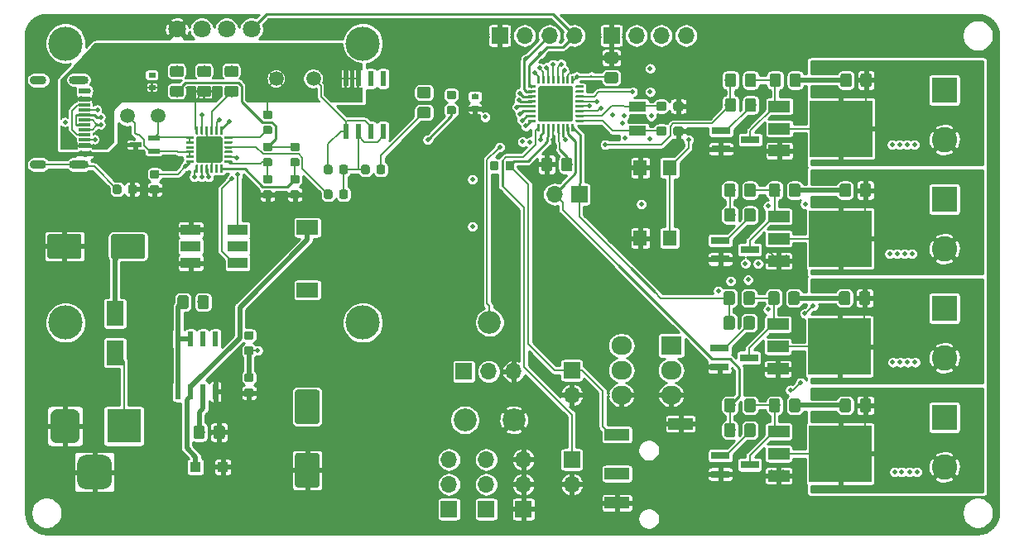
<source format=gbr>
G04 #@! TF.GenerationSoftware,KiCad,Pcbnew,(5.1.0-rc2-41-g6b3e9b0ed)*
G04 #@! TF.CreationDate,2021-09-28T16:44:10+02:00*
G04 #@! TF.ProjectId,styro_control,73747972-6f5f-4636-9f6e-74726f6c2e6b,rev?*
G04 #@! TF.SameCoordinates,Original*
G04 #@! TF.FileFunction,Copper,L1,Top*
G04 #@! TF.FilePolarity,Positive*
%FSLAX46Y46*%
G04 Gerber Fmt 4.6, Leading zero omitted, Abs format (unit mm)*
G04 Created by KiCad (PCBNEW (5.1.0-rc2-41-g6b3e9b0ed)) date 2021-09-28 16:44:10*
%MOMM*%
%LPD*%
G04 APERTURE LIST*
%ADD10C,0.100000*%
%ADD11C,1.150000*%
%ADD12R,1.160000X0.600000*%
%ADD13R,1.160000X0.300000*%
%ADD14O,1.700000X0.900000*%
%ADD15O,2.000000X0.900000*%
%ADD16O,2.100000X1.900000*%
%ADD17R,2.100000X1.900000*%
%ADD18O,1.700000X1.700000*%
%ADD19R,1.700000X1.700000*%
%ADD20C,0.875000*%
%ADD21C,1.500000*%
%ADD22C,1.800000*%
%ADD23C,3.500000*%
%ADD24C,0.950000*%
%ADD25R,1.800000X2.500000*%
%ADD26R,1.100000X1.100000*%
%ADD27C,2.500000*%
%ADD28C,2.600000*%
%ADD29R,2.600000X2.600000*%
%ADD30R,1.800000X1.000000*%
%ADD31R,0.600000X1.550000*%
%ADD32C,0.250000*%
%ADD33C,3.600000*%
%ADD34C,2.700000*%
%ADD35R,1.400000X1.600000*%
%ADD36C,2.340000*%
%ADD37R,6.400000X5.800000*%
%ADD38R,2.200000X1.200000*%
%ADD39R,1.900000X0.800000*%
%ADD40R,2.200000X1.500000*%
%ADD41R,2.500000X1.200000*%
%ADD42C,3.000000*%
%ADD43R,3.500000X3.500000*%
%ADD44R,0.800000X0.550000*%
%ADD45R,2.000000X1.100000*%
%ADD46R,1.230000X0.500000*%
%ADD47C,0.500000*%
%ADD48C,0.203200*%
%ADD49C,0.254000*%
%ADD50C,0.508000*%
G04 APERTURE END LIST*
D10*
G36*
X135094505Y-70274204D02*
G01*
X135118773Y-70277804D01*
X135142572Y-70283765D01*
X135165671Y-70292030D01*
X135187850Y-70302520D01*
X135208893Y-70315132D01*
X135228599Y-70329747D01*
X135246777Y-70346223D01*
X135263253Y-70364401D01*
X135277868Y-70384107D01*
X135290480Y-70405150D01*
X135300970Y-70427329D01*
X135309235Y-70450428D01*
X135315196Y-70474227D01*
X135318796Y-70498495D01*
X135320000Y-70522999D01*
X135320000Y-71173001D01*
X135318796Y-71197505D01*
X135315196Y-71221773D01*
X135309235Y-71245572D01*
X135300970Y-71268671D01*
X135290480Y-71290850D01*
X135277868Y-71311893D01*
X135263253Y-71331599D01*
X135246777Y-71349777D01*
X135228599Y-71366253D01*
X135208893Y-71380868D01*
X135187850Y-71393480D01*
X135165671Y-71403970D01*
X135142572Y-71412235D01*
X135118773Y-71418196D01*
X135094505Y-71421796D01*
X135070001Y-71423000D01*
X134169999Y-71423000D01*
X134145495Y-71421796D01*
X134121227Y-71418196D01*
X134097428Y-71412235D01*
X134074329Y-71403970D01*
X134052150Y-71393480D01*
X134031107Y-71380868D01*
X134011401Y-71366253D01*
X133993223Y-71349777D01*
X133976747Y-71331599D01*
X133962132Y-71311893D01*
X133949520Y-71290850D01*
X133939030Y-71268671D01*
X133930765Y-71245572D01*
X133924804Y-71221773D01*
X133921204Y-71197505D01*
X133920000Y-71173001D01*
X133920000Y-70522999D01*
X133921204Y-70498495D01*
X133924804Y-70474227D01*
X133930765Y-70450428D01*
X133939030Y-70427329D01*
X133949520Y-70405150D01*
X133962132Y-70384107D01*
X133976747Y-70364401D01*
X133993223Y-70346223D01*
X134011401Y-70329747D01*
X134031107Y-70315132D01*
X134052150Y-70302520D01*
X134074329Y-70292030D01*
X134097428Y-70283765D01*
X134121227Y-70277804D01*
X134145495Y-70274204D01*
X134169999Y-70273000D01*
X135070001Y-70273000D01*
X135094505Y-70274204D01*
X135094505Y-70274204D01*
G37*
D11*
X134620000Y-70848000D03*
D10*
G36*
X135094505Y-72324204D02*
G01*
X135118773Y-72327804D01*
X135142572Y-72333765D01*
X135165671Y-72342030D01*
X135187850Y-72352520D01*
X135208893Y-72365132D01*
X135228599Y-72379747D01*
X135246777Y-72396223D01*
X135263253Y-72414401D01*
X135277868Y-72434107D01*
X135290480Y-72455150D01*
X135300970Y-72477329D01*
X135309235Y-72500428D01*
X135315196Y-72524227D01*
X135318796Y-72548495D01*
X135320000Y-72572999D01*
X135320000Y-73223001D01*
X135318796Y-73247505D01*
X135315196Y-73271773D01*
X135309235Y-73295572D01*
X135300970Y-73318671D01*
X135290480Y-73340850D01*
X135277868Y-73361893D01*
X135263253Y-73381599D01*
X135246777Y-73399777D01*
X135228599Y-73416253D01*
X135208893Y-73430868D01*
X135187850Y-73443480D01*
X135165671Y-73453970D01*
X135142572Y-73462235D01*
X135118773Y-73468196D01*
X135094505Y-73471796D01*
X135070001Y-73473000D01*
X134169999Y-73473000D01*
X134145495Y-73471796D01*
X134121227Y-73468196D01*
X134097428Y-73462235D01*
X134074329Y-73453970D01*
X134052150Y-73443480D01*
X134031107Y-73430868D01*
X134011401Y-73416253D01*
X133993223Y-73399777D01*
X133976747Y-73381599D01*
X133962132Y-73361893D01*
X133949520Y-73340850D01*
X133939030Y-73318671D01*
X133930765Y-73295572D01*
X133924804Y-73271773D01*
X133921204Y-73247505D01*
X133920000Y-73223001D01*
X133920000Y-72572999D01*
X133921204Y-72548495D01*
X133924804Y-72524227D01*
X133930765Y-72500428D01*
X133939030Y-72477329D01*
X133949520Y-72455150D01*
X133962132Y-72434107D01*
X133976747Y-72414401D01*
X133993223Y-72396223D01*
X134011401Y-72379747D01*
X134031107Y-72365132D01*
X134052150Y-72352520D01*
X134074329Y-72342030D01*
X134097428Y-72333765D01*
X134121227Y-72327804D01*
X134145495Y-72324204D01*
X134169999Y-72323000D01*
X135070001Y-72323000D01*
X135094505Y-72324204D01*
X135094505Y-72324204D01*
G37*
D11*
X134620000Y-72898000D03*
D12*
X80742000Y-80670000D03*
X80742000Y-79870000D03*
X80742000Y-80670000D03*
X80742000Y-79870000D03*
X80742000Y-74270000D03*
X80742000Y-74270000D03*
X80742000Y-75070000D03*
X80742000Y-75070000D03*
D13*
X80742000Y-79220000D03*
X80742000Y-78220000D03*
X80742000Y-78720000D03*
X80742000Y-76220000D03*
X80742000Y-75720000D03*
X80742000Y-77720000D03*
X80742000Y-77220000D03*
X80742000Y-76720000D03*
D14*
X75992000Y-81790000D03*
X75992000Y-73150000D03*
D15*
X80162000Y-81790000D03*
X80162000Y-73150000D03*
D16*
X135636000Y-105410000D03*
X140716000Y-105410000D03*
X135636000Y-102870000D03*
X140716000Y-102870000D03*
X135636000Y-100330000D03*
D17*
X140716000Y-100330000D03*
D18*
X130556000Y-105410000D03*
D19*
X130556000Y-102870000D03*
D10*
G36*
X124446191Y-81441053D02*
G01*
X124467426Y-81444203D01*
X124488250Y-81449419D01*
X124508462Y-81456651D01*
X124527868Y-81465830D01*
X124546281Y-81476866D01*
X124563524Y-81489654D01*
X124579430Y-81504070D01*
X124593846Y-81519976D01*
X124606634Y-81537219D01*
X124617670Y-81555632D01*
X124626849Y-81575038D01*
X124634081Y-81595250D01*
X124639297Y-81616074D01*
X124642447Y-81637309D01*
X124643500Y-81658750D01*
X124643500Y-82171250D01*
X124642447Y-82192691D01*
X124639297Y-82213926D01*
X124634081Y-82234750D01*
X124626849Y-82254962D01*
X124617670Y-82274368D01*
X124606634Y-82292781D01*
X124593846Y-82310024D01*
X124579430Y-82325930D01*
X124563524Y-82340346D01*
X124546281Y-82353134D01*
X124527868Y-82364170D01*
X124508462Y-82373349D01*
X124488250Y-82380581D01*
X124467426Y-82385797D01*
X124446191Y-82388947D01*
X124424750Y-82390000D01*
X123987250Y-82390000D01*
X123965809Y-82388947D01*
X123944574Y-82385797D01*
X123923750Y-82380581D01*
X123903538Y-82373349D01*
X123884132Y-82364170D01*
X123865719Y-82353134D01*
X123848476Y-82340346D01*
X123832570Y-82325930D01*
X123818154Y-82310024D01*
X123805366Y-82292781D01*
X123794330Y-82274368D01*
X123785151Y-82254962D01*
X123777919Y-82234750D01*
X123772703Y-82213926D01*
X123769553Y-82192691D01*
X123768500Y-82171250D01*
X123768500Y-81658750D01*
X123769553Y-81637309D01*
X123772703Y-81616074D01*
X123777919Y-81595250D01*
X123785151Y-81575038D01*
X123794330Y-81555632D01*
X123805366Y-81537219D01*
X123818154Y-81519976D01*
X123832570Y-81504070D01*
X123848476Y-81489654D01*
X123865719Y-81476866D01*
X123884132Y-81465830D01*
X123903538Y-81456651D01*
X123923750Y-81449419D01*
X123944574Y-81444203D01*
X123965809Y-81441053D01*
X123987250Y-81440000D01*
X124424750Y-81440000D01*
X124446191Y-81441053D01*
X124446191Y-81441053D01*
G37*
D20*
X124206000Y-81915000D03*
D10*
G36*
X122871191Y-81441053D02*
G01*
X122892426Y-81444203D01*
X122913250Y-81449419D01*
X122933462Y-81456651D01*
X122952868Y-81465830D01*
X122971281Y-81476866D01*
X122988524Y-81489654D01*
X123004430Y-81504070D01*
X123018846Y-81519976D01*
X123031634Y-81537219D01*
X123042670Y-81555632D01*
X123051849Y-81575038D01*
X123059081Y-81595250D01*
X123064297Y-81616074D01*
X123067447Y-81637309D01*
X123068500Y-81658750D01*
X123068500Y-82171250D01*
X123067447Y-82192691D01*
X123064297Y-82213926D01*
X123059081Y-82234750D01*
X123051849Y-82254962D01*
X123042670Y-82274368D01*
X123031634Y-82292781D01*
X123018846Y-82310024D01*
X123004430Y-82325930D01*
X122988524Y-82340346D01*
X122971281Y-82353134D01*
X122952868Y-82364170D01*
X122933462Y-82373349D01*
X122913250Y-82380581D01*
X122892426Y-82385797D01*
X122871191Y-82388947D01*
X122849750Y-82390000D01*
X122412250Y-82390000D01*
X122390809Y-82388947D01*
X122369574Y-82385797D01*
X122348750Y-82380581D01*
X122328538Y-82373349D01*
X122309132Y-82364170D01*
X122290719Y-82353134D01*
X122273476Y-82340346D01*
X122257570Y-82325930D01*
X122243154Y-82310024D01*
X122230366Y-82292781D01*
X122219330Y-82274368D01*
X122210151Y-82254962D01*
X122202919Y-82234750D01*
X122197703Y-82213926D01*
X122194553Y-82192691D01*
X122193500Y-82171250D01*
X122193500Y-81658750D01*
X122194553Y-81637309D01*
X122197703Y-81616074D01*
X122202919Y-81595250D01*
X122210151Y-81575038D01*
X122219330Y-81555632D01*
X122230366Y-81537219D01*
X122243154Y-81519976D01*
X122257570Y-81504070D01*
X122273476Y-81489654D01*
X122290719Y-81476866D01*
X122309132Y-81465830D01*
X122328538Y-81456651D01*
X122348750Y-81449419D01*
X122369574Y-81444203D01*
X122390809Y-81441053D01*
X122412250Y-81440000D01*
X122849750Y-81440000D01*
X122871191Y-81441053D01*
X122871191Y-81441053D01*
G37*
D20*
X122631000Y-81915000D03*
D18*
X128778000Y-84836000D03*
D19*
X131318000Y-84836000D03*
D21*
X88265000Y-76835000D03*
D22*
X90170000Y-67945000D03*
X92710000Y-67945000D03*
X97790000Y-67945000D03*
X95250000Y-67945000D03*
D23*
X109180000Y-97985000D03*
X78780000Y-97985000D03*
X78780000Y-69385000D03*
X109180000Y-69385000D03*
D10*
G36*
X141774779Y-75345144D02*
G01*
X141797834Y-75348563D01*
X141820443Y-75354227D01*
X141842387Y-75362079D01*
X141863457Y-75372044D01*
X141883448Y-75384026D01*
X141902168Y-75397910D01*
X141919438Y-75413562D01*
X141935090Y-75430832D01*
X141948974Y-75449552D01*
X141960956Y-75469543D01*
X141970921Y-75490613D01*
X141978773Y-75512557D01*
X141984437Y-75535166D01*
X141987856Y-75558221D01*
X141989000Y-75581500D01*
X141989000Y-76056500D01*
X141987856Y-76079779D01*
X141984437Y-76102834D01*
X141978773Y-76125443D01*
X141970921Y-76147387D01*
X141960956Y-76168457D01*
X141948974Y-76188448D01*
X141935090Y-76207168D01*
X141919438Y-76224438D01*
X141902168Y-76240090D01*
X141883448Y-76253974D01*
X141863457Y-76265956D01*
X141842387Y-76275921D01*
X141820443Y-76283773D01*
X141797834Y-76289437D01*
X141774779Y-76292856D01*
X141751500Y-76294000D01*
X141176500Y-76294000D01*
X141153221Y-76292856D01*
X141130166Y-76289437D01*
X141107557Y-76283773D01*
X141085613Y-76275921D01*
X141064543Y-76265956D01*
X141044552Y-76253974D01*
X141025832Y-76240090D01*
X141008562Y-76224438D01*
X140992910Y-76207168D01*
X140979026Y-76188448D01*
X140967044Y-76168457D01*
X140957079Y-76147387D01*
X140949227Y-76125443D01*
X140943563Y-76102834D01*
X140940144Y-76079779D01*
X140939000Y-76056500D01*
X140939000Y-75581500D01*
X140940144Y-75558221D01*
X140943563Y-75535166D01*
X140949227Y-75512557D01*
X140957079Y-75490613D01*
X140967044Y-75469543D01*
X140979026Y-75449552D01*
X140992910Y-75430832D01*
X141008562Y-75413562D01*
X141025832Y-75397910D01*
X141044552Y-75384026D01*
X141064543Y-75372044D01*
X141085613Y-75362079D01*
X141107557Y-75354227D01*
X141130166Y-75348563D01*
X141153221Y-75345144D01*
X141176500Y-75344000D01*
X141751500Y-75344000D01*
X141774779Y-75345144D01*
X141774779Y-75345144D01*
G37*
D24*
X141464000Y-75819000D03*
D10*
G36*
X140024779Y-75345144D02*
G01*
X140047834Y-75348563D01*
X140070443Y-75354227D01*
X140092387Y-75362079D01*
X140113457Y-75372044D01*
X140133448Y-75384026D01*
X140152168Y-75397910D01*
X140169438Y-75413562D01*
X140185090Y-75430832D01*
X140198974Y-75449552D01*
X140210956Y-75469543D01*
X140220921Y-75490613D01*
X140228773Y-75512557D01*
X140234437Y-75535166D01*
X140237856Y-75558221D01*
X140239000Y-75581500D01*
X140239000Y-76056500D01*
X140237856Y-76079779D01*
X140234437Y-76102834D01*
X140228773Y-76125443D01*
X140220921Y-76147387D01*
X140210956Y-76168457D01*
X140198974Y-76188448D01*
X140185090Y-76207168D01*
X140169438Y-76224438D01*
X140152168Y-76240090D01*
X140133448Y-76253974D01*
X140113457Y-76265956D01*
X140092387Y-76275921D01*
X140070443Y-76283773D01*
X140047834Y-76289437D01*
X140024779Y-76292856D01*
X140001500Y-76294000D01*
X139426500Y-76294000D01*
X139403221Y-76292856D01*
X139380166Y-76289437D01*
X139357557Y-76283773D01*
X139335613Y-76275921D01*
X139314543Y-76265956D01*
X139294552Y-76253974D01*
X139275832Y-76240090D01*
X139258562Y-76224438D01*
X139242910Y-76207168D01*
X139229026Y-76188448D01*
X139217044Y-76168457D01*
X139207079Y-76147387D01*
X139199227Y-76125443D01*
X139193563Y-76102834D01*
X139190144Y-76079779D01*
X139189000Y-76056500D01*
X139189000Y-75581500D01*
X139190144Y-75558221D01*
X139193563Y-75535166D01*
X139199227Y-75512557D01*
X139207079Y-75490613D01*
X139217044Y-75469543D01*
X139229026Y-75449552D01*
X139242910Y-75430832D01*
X139258562Y-75413562D01*
X139275832Y-75397910D01*
X139294552Y-75384026D01*
X139314543Y-75372044D01*
X139335613Y-75362079D01*
X139357557Y-75354227D01*
X139380166Y-75348563D01*
X139403221Y-75345144D01*
X139426500Y-75344000D01*
X140001500Y-75344000D01*
X140024779Y-75345144D01*
X140024779Y-75345144D01*
G37*
D24*
X139714000Y-75819000D03*
D10*
G36*
X141774779Y-77885144D02*
G01*
X141797834Y-77888563D01*
X141820443Y-77894227D01*
X141842387Y-77902079D01*
X141863457Y-77912044D01*
X141883448Y-77924026D01*
X141902168Y-77937910D01*
X141919438Y-77953562D01*
X141935090Y-77970832D01*
X141948974Y-77989552D01*
X141960956Y-78009543D01*
X141970921Y-78030613D01*
X141978773Y-78052557D01*
X141984437Y-78075166D01*
X141987856Y-78098221D01*
X141989000Y-78121500D01*
X141989000Y-78596500D01*
X141987856Y-78619779D01*
X141984437Y-78642834D01*
X141978773Y-78665443D01*
X141970921Y-78687387D01*
X141960956Y-78708457D01*
X141948974Y-78728448D01*
X141935090Y-78747168D01*
X141919438Y-78764438D01*
X141902168Y-78780090D01*
X141883448Y-78793974D01*
X141863457Y-78805956D01*
X141842387Y-78815921D01*
X141820443Y-78823773D01*
X141797834Y-78829437D01*
X141774779Y-78832856D01*
X141751500Y-78834000D01*
X141176500Y-78834000D01*
X141153221Y-78832856D01*
X141130166Y-78829437D01*
X141107557Y-78823773D01*
X141085613Y-78815921D01*
X141064543Y-78805956D01*
X141044552Y-78793974D01*
X141025832Y-78780090D01*
X141008562Y-78764438D01*
X140992910Y-78747168D01*
X140979026Y-78728448D01*
X140967044Y-78708457D01*
X140957079Y-78687387D01*
X140949227Y-78665443D01*
X140943563Y-78642834D01*
X140940144Y-78619779D01*
X140939000Y-78596500D01*
X140939000Y-78121500D01*
X140940144Y-78098221D01*
X140943563Y-78075166D01*
X140949227Y-78052557D01*
X140957079Y-78030613D01*
X140967044Y-78009543D01*
X140979026Y-77989552D01*
X140992910Y-77970832D01*
X141008562Y-77953562D01*
X141025832Y-77937910D01*
X141044552Y-77924026D01*
X141064543Y-77912044D01*
X141085613Y-77902079D01*
X141107557Y-77894227D01*
X141130166Y-77888563D01*
X141153221Y-77885144D01*
X141176500Y-77884000D01*
X141751500Y-77884000D01*
X141774779Y-77885144D01*
X141774779Y-77885144D01*
G37*
D24*
X141464000Y-78359000D03*
D10*
G36*
X140024779Y-77885144D02*
G01*
X140047834Y-77888563D01*
X140070443Y-77894227D01*
X140092387Y-77902079D01*
X140113457Y-77912044D01*
X140133448Y-77924026D01*
X140152168Y-77937910D01*
X140169438Y-77953562D01*
X140185090Y-77970832D01*
X140198974Y-77989552D01*
X140210956Y-78009543D01*
X140220921Y-78030613D01*
X140228773Y-78052557D01*
X140234437Y-78075166D01*
X140237856Y-78098221D01*
X140239000Y-78121500D01*
X140239000Y-78596500D01*
X140237856Y-78619779D01*
X140234437Y-78642834D01*
X140228773Y-78665443D01*
X140220921Y-78687387D01*
X140210956Y-78708457D01*
X140198974Y-78728448D01*
X140185090Y-78747168D01*
X140169438Y-78764438D01*
X140152168Y-78780090D01*
X140133448Y-78793974D01*
X140113457Y-78805956D01*
X140092387Y-78815921D01*
X140070443Y-78823773D01*
X140047834Y-78829437D01*
X140024779Y-78832856D01*
X140001500Y-78834000D01*
X139426500Y-78834000D01*
X139403221Y-78832856D01*
X139380166Y-78829437D01*
X139357557Y-78823773D01*
X139335613Y-78815921D01*
X139314543Y-78805956D01*
X139294552Y-78793974D01*
X139275832Y-78780090D01*
X139258562Y-78764438D01*
X139242910Y-78747168D01*
X139229026Y-78728448D01*
X139217044Y-78708457D01*
X139207079Y-78687387D01*
X139199227Y-78665443D01*
X139193563Y-78642834D01*
X139190144Y-78619779D01*
X139189000Y-78596500D01*
X139189000Y-78121500D01*
X139190144Y-78098221D01*
X139193563Y-78075166D01*
X139199227Y-78052557D01*
X139207079Y-78030613D01*
X139217044Y-78009543D01*
X139229026Y-77989552D01*
X139242910Y-77970832D01*
X139258562Y-77953562D01*
X139275832Y-77937910D01*
X139294552Y-77924026D01*
X139314543Y-77912044D01*
X139335613Y-77902079D01*
X139357557Y-77894227D01*
X139380166Y-77888563D01*
X139403221Y-77885144D01*
X139426500Y-77884000D01*
X140001500Y-77884000D01*
X140024779Y-77885144D01*
X140024779Y-77885144D01*
G37*
D24*
X139714000Y-78359000D03*
D25*
X83820000Y-101060000D03*
X83820000Y-97060000D03*
D26*
X94872000Y-112776000D03*
X92072000Y-112776000D03*
D10*
G36*
X104529504Y-111356204D02*
G01*
X104553773Y-111359804D01*
X104577571Y-111365765D01*
X104600671Y-111374030D01*
X104622849Y-111384520D01*
X104643893Y-111397133D01*
X104663598Y-111411747D01*
X104681777Y-111428223D01*
X104698253Y-111446402D01*
X104712867Y-111466107D01*
X104725480Y-111487151D01*
X104735970Y-111509329D01*
X104744235Y-111532429D01*
X104750196Y-111556227D01*
X104753796Y-111580496D01*
X104755000Y-111605000D01*
X104755000Y-114605000D01*
X104753796Y-114629504D01*
X104750196Y-114653773D01*
X104744235Y-114677571D01*
X104735970Y-114700671D01*
X104725480Y-114722849D01*
X104712867Y-114743893D01*
X104698253Y-114763598D01*
X104681777Y-114781777D01*
X104663598Y-114798253D01*
X104643893Y-114812867D01*
X104622849Y-114825480D01*
X104600671Y-114835970D01*
X104577571Y-114844235D01*
X104553773Y-114850196D01*
X104529504Y-114853796D01*
X104505000Y-114855000D01*
X102505000Y-114855000D01*
X102480496Y-114853796D01*
X102456227Y-114850196D01*
X102432429Y-114844235D01*
X102409329Y-114835970D01*
X102387151Y-114825480D01*
X102366107Y-114812867D01*
X102346402Y-114798253D01*
X102328223Y-114781777D01*
X102311747Y-114763598D01*
X102297133Y-114743893D01*
X102284520Y-114722849D01*
X102274030Y-114700671D01*
X102265765Y-114677571D01*
X102259804Y-114653773D01*
X102256204Y-114629504D01*
X102255000Y-114605000D01*
X102255000Y-111605000D01*
X102256204Y-111580496D01*
X102259804Y-111556227D01*
X102265765Y-111532429D01*
X102274030Y-111509329D01*
X102284520Y-111487151D01*
X102297133Y-111466107D01*
X102311747Y-111446402D01*
X102328223Y-111428223D01*
X102346402Y-111411747D01*
X102366107Y-111397133D01*
X102387151Y-111384520D01*
X102409329Y-111374030D01*
X102432429Y-111365765D01*
X102456227Y-111359804D01*
X102480496Y-111356204D01*
X102505000Y-111355000D01*
X104505000Y-111355000D01*
X104529504Y-111356204D01*
X104529504Y-111356204D01*
G37*
D27*
X103505000Y-113105000D03*
D10*
G36*
X104529504Y-104856204D02*
G01*
X104553773Y-104859804D01*
X104577571Y-104865765D01*
X104600671Y-104874030D01*
X104622849Y-104884520D01*
X104643893Y-104897133D01*
X104663598Y-104911747D01*
X104681777Y-104928223D01*
X104698253Y-104946402D01*
X104712867Y-104966107D01*
X104725480Y-104987151D01*
X104735970Y-105009329D01*
X104744235Y-105032429D01*
X104750196Y-105056227D01*
X104753796Y-105080496D01*
X104755000Y-105105000D01*
X104755000Y-108105000D01*
X104753796Y-108129504D01*
X104750196Y-108153773D01*
X104744235Y-108177571D01*
X104735970Y-108200671D01*
X104725480Y-108222849D01*
X104712867Y-108243893D01*
X104698253Y-108263598D01*
X104681777Y-108281777D01*
X104663598Y-108298253D01*
X104643893Y-108312867D01*
X104622849Y-108325480D01*
X104600671Y-108335970D01*
X104577571Y-108344235D01*
X104553773Y-108350196D01*
X104529504Y-108353796D01*
X104505000Y-108355000D01*
X102505000Y-108355000D01*
X102480496Y-108353796D01*
X102456227Y-108350196D01*
X102432429Y-108344235D01*
X102409329Y-108335970D01*
X102387151Y-108325480D01*
X102366107Y-108312867D01*
X102346402Y-108298253D01*
X102328223Y-108281777D01*
X102311747Y-108263598D01*
X102297133Y-108243893D01*
X102284520Y-108222849D01*
X102274030Y-108200671D01*
X102265765Y-108177571D01*
X102259804Y-108153773D01*
X102256204Y-108129504D01*
X102255000Y-108105000D01*
X102255000Y-105105000D01*
X102256204Y-105080496D01*
X102259804Y-105056227D01*
X102265765Y-105032429D01*
X102274030Y-105009329D01*
X102284520Y-104987151D01*
X102297133Y-104966107D01*
X102311747Y-104946402D01*
X102328223Y-104928223D01*
X102346402Y-104911747D01*
X102366107Y-104897133D01*
X102387151Y-104884520D01*
X102409329Y-104874030D01*
X102432429Y-104865765D01*
X102456227Y-104859804D01*
X102480496Y-104856204D01*
X102505000Y-104855000D01*
X104505000Y-104855000D01*
X104529504Y-104856204D01*
X104529504Y-104856204D01*
G37*
D27*
X103505000Y-106605000D03*
D10*
G36*
X84288691Y-83854053D02*
G01*
X84309926Y-83857203D01*
X84330750Y-83862419D01*
X84350962Y-83869651D01*
X84370368Y-83878830D01*
X84388781Y-83889866D01*
X84406024Y-83902654D01*
X84421930Y-83917070D01*
X84436346Y-83932976D01*
X84449134Y-83950219D01*
X84460170Y-83968632D01*
X84469349Y-83988038D01*
X84476581Y-84008250D01*
X84481797Y-84029074D01*
X84484947Y-84050309D01*
X84486000Y-84071750D01*
X84486000Y-84584250D01*
X84484947Y-84605691D01*
X84481797Y-84626926D01*
X84476581Y-84647750D01*
X84469349Y-84667962D01*
X84460170Y-84687368D01*
X84449134Y-84705781D01*
X84436346Y-84723024D01*
X84421930Y-84738930D01*
X84406024Y-84753346D01*
X84388781Y-84766134D01*
X84370368Y-84777170D01*
X84350962Y-84786349D01*
X84330750Y-84793581D01*
X84309926Y-84798797D01*
X84288691Y-84801947D01*
X84267250Y-84803000D01*
X83829750Y-84803000D01*
X83808309Y-84801947D01*
X83787074Y-84798797D01*
X83766250Y-84793581D01*
X83746038Y-84786349D01*
X83726632Y-84777170D01*
X83708219Y-84766134D01*
X83690976Y-84753346D01*
X83675070Y-84738930D01*
X83660654Y-84723024D01*
X83647866Y-84705781D01*
X83636830Y-84687368D01*
X83627651Y-84667962D01*
X83620419Y-84647750D01*
X83615203Y-84626926D01*
X83612053Y-84605691D01*
X83611000Y-84584250D01*
X83611000Y-84071750D01*
X83612053Y-84050309D01*
X83615203Y-84029074D01*
X83620419Y-84008250D01*
X83627651Y-83988038D01*
X83636830Y-83968632D01*
X83647866Y-83950219D01*
X83660654Y-83932976D01*
X83675070Y-83917070D01*
X83690976Y-83902654D01*
X83708219Y-83889866D01*
X83726632Y-83878830D01*
X83746038Y-83869651D01*
X83766250Y-83862419D01*
X83787074Y-83857203D01*
X83808309Y-83854053D01*
X83829750Y-83853000D01*
X84267250Y-83853000D01*
X84288691Y-83854053D01*
X84288691Y-83854053D01*
G37*
D20*
X84048500Y-84328000D03*
D10*
G36*
X85863691Y-83854053D02*
G01*
X85884926Y-83857203D01*
X85905750Y-83862419D01*
X85925962Y-83869651D01*
X85945368Y-83878830D01*
X85963781Y-83889866D01*
X85981024Y-83902654D01*
X85996930Y-83917070D01*
X86011346Y-83932976D01*
X86024134Y-83950219D01*
X86035170Y-83968632D01*
X86044349Y-83988038D01*
X86051581Y-84008250D01*
X86056797Y-84029074D01*
X86059947Y-84050309D01*
X86061000Y-84071750D01*
X86061000Y-84584250D01*
X86059947Y-84605691D01*
X86056797Y-84626926D01*
X86051581Y-84647750D01*
X86044349Y-84667962D01*
X86035170Y-84687368D01*
X86024134Y-84705781D01*
X86011346Y-84723024D01*
X85996930Y-84738930D01*
X85981024Y-84753346D01*
X85963781Y-84766134D01*
X85945368Y-84777170D01*
X85925962Y-84786349D01*
X85905750Y-84793581D01*
X85884926Y-84798797D01*
X85863691Y-84801947D01*
X85842250Y-84803000D01*
X85404750Y-84803000D01*
X85383309Y-84801947D01*
X85362074Y-84798797D01*
X85341250Y-84793581D01*
X85321038Y-84786349D01*
X85301632Y-84777170D01*
X85283219Y-84766134D01*
X85265976Y-84753346D01*
X85250070Y-84738930D01*
X85235654Y-84723024D01*
X85222866Y-84705781D01*
X85211830Y-84687368D01*
X85202651Y-84667962D01*
X85195419Y-84647750D01*
X85190203Y-84626926D01*
X85187053Y-84605691D01*
X85186000Y-84584250D01*
X85186000Y-84071750D01*
X85187053Y-84050309D01*
X85190203Y-84029074D01*
X85195419Y-84008250D01*
X85202651Y-83988038D01*
X85211830Y-83968632D01*
X85222866Y-83950219D01*
X85235654Y-83932976D01*
X85250070Y-83917070D01*
X85265976Y-83902654D01*
X85283219Y-83889866D01*
X85301632Y-83878830D01*
X85321038Y-83869651D01*
X85341250Y-83862419D01*
X85362074Y-83857203D01*
X85383309Y-83854053D01*
X85404750Y-83853000D01*
X85842250Y-83853000D01*
X85863691Y-83854053D01*
X85863691Y-83854053D01*
G37*
D20*
X85623500Y-84328000D03*
D10*
G36*
X97813691Y-98852053D02*
G01*
X97834926Y-98855203D01*
X97855750Y-98860419D01*
X97875962Y-98867651D01*
X97895368Y-98876830D01*
X97913781Y-98887866D01*
X97931024Y-98900654D01*
X97946930Y-98915070D01*
X97961346Y-98930976D01*
X97974134Y-98948219D01*
X97985170Y-98966632D01*
X97994349Y-98986038D01*
X98001581Y-99006250D01*
X98006797Y-99027074D01*
X98009947Y-99048309D01*
X98011000Y-99069750D01*
X98011000Y-99507250D01*
X98009947Y-99528691D01*
X98006797Y-99549926D01*
X98001581Y-99570750D01*
X97994349Y-99590962D01*
X97985170Y-99610368D01*
X97974134Y-99628781D01*
X97961346Y-99646024D01*
X97946930Y-99661930D01*
X97931024Y-99676346D01*
X97913781Y-99689134D01*
X97895368Y-99700170D01*
X97875962Y-99709349D01*
X97855750Y-99716581D01*
X97834926Y-99721797D01*
X97813691Y-99724947D01*
X97792250Y-99726000D01*
X97279750Y-99726000D01*
X97258309Y-99724947D01*
X97237074Y-99721797D01*
X97216250Y-99716581D01*
X97196038Y-99709349D01*
X97176632Y-99700170D01*
X97158219Y-99689134D01*
X97140976Y-99676346D01*
X97125070Y-99661930D01*
X97110654Y-99646024D01*
X97097866Y-99628781D01*
X97086830Y-99610368D01*
X97077651Y-99590962D01*
X97070419Y-99570750D01*
X97065203Y-99549926D01*
X97062053Y-99528691D01*
X97061000Y-99507250D01*
X97061000Y-99069750D01*
X97062053Y-99048309D01*
X97065203Y-99027074D01*
X97070419Y-99006250D01*
X97077651Y-98986038D01*
X97086830Y-98966632D01*
X97097866Y-98948219D01*
X97110654Y-98930976D01*
X97125070Y-98915070D01*
X97140976Y-98900654D01*
X97158219Y-98887866D01*
X97176632Y-98876830D01*
X97196038Y-98867651D01*
X97216250Y-98860419D01*
X97237074Y-98855203D01*
X97258309Y-98852053D01*
X97279750Y-98851000D01*
X97792250Y-98851000D01*
X97813691Y-98852053D01*
X97813691Y-98852053D01*
G37*
D20*
X97536000Y-99288500D03*
D10*
G36*
X97813691Y-100427053D02*
G01*
X97834926Y-100430203D01*
X97855750Y-100435419D01*
X97875962Y-100442651D01*
X97895368Y-100451830D01*
X97913781Y-100462866D01*
X97931024Y-100475654D01*
X97946930Y-100490070D01*
X97961346Y-100505976D01*
X97974134Y-100523219D01*
X97985170Y-100541632D01*
X97994349Y-100561038D01*
X98001581Y-100581250D01*
X98006797Y-100602074D01*
X98009947Y-100623309D01*
X98011000Y-100644750D01*
X98011000Y-101082250D01*
X98009947Y-101103691D01*
X98006797Y-101124926D01*
X98001581Y-101145750D01*
X97994349Y-101165962D01*
X97985170Y-101185368D01*
X97974134Y-101203781D01*
X97961346Y-101221024D01*
X97946930Y-101236930D01*
X97931024Y-101251346D01*
X97913781Y-101264134D01*
X97895368Y-101275170D01*
X97875962Y-101284349D01*
X97855750Y-101291581D01*
X97834926Y-101296797D01*
X97813691Y-101299947D01*
X97792250Y-101301000D01*
X97279750Y-101301000D01*
X97258309Y-101299947D01*
X97237074Y-101296797D01*
X97216250Y-101291581D01*
X97196038Y-101284349D01*
X97176632Y-101275170D01*
X97158219Y-101264134D01*
X97140976Y-101251346D01*
X97125070Y-101236930D01*
X97110654Y-101221024D01*
X97097866Y-101203781D01*
X97086830Y-101185368D01*
X97077651Y-101165962D01*
X97070419Y-101145750D01*
X97065203Y-101124926D01*
X97062053Y-101103691D01*
X97061000Y-101082250D01*
X97061000Y-100644750D01*
X97062053Y-100623309D01*
X97065203Y-100602074D01*
X97070419Y-100581250D01*
X97077651Y-100561038D01*
X97086830Y-100541632D01*
X97097866Y-100523219D01*
X97110654Y-100505976D01*
X97125070Y-100490070D01*
X97140976Y-100475654D01*
X97158219Y-100462866D01*
X97176632Y-100451830D01*
X97196038Y-100442651D01*
X97216250Y-100435419D01*
X97237074Y-100430203D01*
X97258309Y-100427053D01*
X97279750Y-100426000D01*
X97792250Y-100426000D01*
X97813691Y-100427053D01*
X97813691Y-100427053D01*
G37*
D20*
X97536000Y-100863500D03*
D10*
G36*
X97813691Y-104745053D02*
G01*
X97834926Y-104748203D01*
X97855750Y-104753419D01*
X97875962Y-104760651D01*
X97895368Y-104769830D01*
X97913781Y-104780866D01*
X97931024Y-104793654D01*
X97946930Y-104808070D01*
X97961346Y-104823976D01*
X97974134Y-104841219D01*
X97985170Y-104859632D01*
X97994349Y-104879038D01*
X98001581Y-104899250D01*
X98006797Y-104920074D01*
X98009947Y-104941309D01*
X98011000Y-104962750D01*
X98011000Y-105400250D01*
X98009947Y-105421691D01*
X98006797Y-105442926D01*
X98001581Y-105463750D01*
X97994349Y-105483962D01*
X97985170Y-105503368D01*
X97974134Y-105521781D01*
X97961346Y-105539024D01*
X97946930Y-105554930D01*
X97931024Y-105569346D01*
X97913781Y-105582134D01*
X97895368Y-105593170D01*
X97875962Y-105602349D01*
X97855750Y-105609581D01*
X97834926Y-105614797D01*
X97813691Y-105617947D01*
X97792250Y-105619000D01*
X97279750Y-105619000D01*
X97258309Y-105617947D01*
X97237074Y-105614797D01*
X97216250Y-105609581D01*
X97196038Y-105602349D01*
X97176632Y-105593170D01*
X97158219Y-105582134D01*
X97140976Y-105569346D01*
X97125070Y-105554930D01*
X97110654Y-105539024D01*
X97097866Y-105521781D01*
X97086830Y-105503368D01*
X97077651Y-105483962D01*
X97070419Y-105463750D01*
X97065203Y-105442926D01*
X97062053Y-105421691D01*
X97061000Y-105400250D01*
X97061000Y-104962750D01*
X97062053Y-104941309D01*
X97065203Y-104920074D01*
X97070419Y-104899250D01*
X97077651Y-104879038D01*
X97086830Y-104859632D01*
X97097866Y-104841219D01*
X97110654Y-104823976D01*
X97125070Y-104808070D01*
X97140976Y-104793654D01*
X97158219Y-104780866D01*
X97176632Y-104769830D01*
X97196038Y-104760651D01*
X97216250Y-104753419D01*
X97237074Y-104748203D01*
X97258309Y-104745053D01*
X97279750Y-104744000D01*
X97792250Y-104744000D01*
X97813691Y-104745053D01*
X97813691Y-104745053D01*
G37*
D20*
X97536000Y-105181500D03*
D10*
G36*
X97813691Y-103170053D02*
G01*
X97834926Y-103173203D01*
X97855750Y-103178419D01*
X97875962Y-103185651D01*
X97895368Y-103194830D01*
X97913781Y-103205866D01*
X97931024Y-103218654D01*
X97946930Y-103233070D01*
X97961346Y-103248976D01*
X97974134Y-103266219D01*
X97985170Y-103284632D01*
X97994349Y-103304038D01*
X98001581Y-103324250D01*
X98006797Y-103345074D01*
X98009947Y-103366309D01*
X98011000Y-103387750D01*
X98011000Y-103825250D01*
X98009947Y-103846691D01*
X98006797Y-103867926D01*
X98001581Y-103888750D01*
X97994349Y-103908962D01*
X97985170Y-103928368D01*
X97974134Y-103946781D01*
X97961346Y-103964024D01*
X97946930Y-103979930D01*
X97931024Y-103994346D01*
X97913781Y-104007134D01*
X97895368Y-104018170D01*
X97875962Y-104027349D01*
X97855750Y-104034581D01*
X97834926Y-104039797D01*
X97813691Y-104042947D01*
X97792250Y-104044000D01*
X97279750Y-104044000D01*
X97258309Y-104042947D01*
X97237074Y-104039797D01*
X97216250Y-104034581D01*
X97196038Y-104027349D01*
X97176632Y-104018170D01*
X97158219Y-104007134D01*
X97140976Y-103994346D01*
X97125070Y-103979930D01*
X97110654Y-103964024D01*
X97097866Y-103946781D01*
X97086830Y-103928368D01*
X97077651Y-103908962D01*
X97070419Y-103888750D01*
X97065203Y-103867926D01*
X97062053Y-103846691D01*
X97061000Y-103825250D01*
X97061000Y-103387750D01*
X97062053Y-103366309D01*
X97065203Y-103345074D01*
X97070419Y-103324250D01*
X97077651Y-103304038D01*
X97086830Y-103284632D01*
X97097866Y-103266219D01*
X97110654Y-103248976D01*
X97125070Y-103233070D01*
X97140976Y-103218654D01*
X97158219Y-103205866D01*
X97176632Y-103194830D01*
X97196038Y-103185651D01*
X97216250Y-103178419D01*
X97237074Y-103173203D01*
X97258309Y-103170053D01*
X97279750Y-103169000D01*
X97792250Y-103169000D01*
X97813691Y-103170053D01*
X97813691Y-103170053D01*
G37*
D20*
X97536000Y-103606500D03*
D10*
G36*
X118514691Y-75789053D02*
G01*
X118535926Y-75792203D01*
X118556750Y-75797419D01*
X118576962Y-75804651D01*
X118596368Y-75813830D01*
X118614781Y-75824866D01*
X118632024Y-75837654D01*
X118647930Y-75852070D01*
X118662346Y-75867976D01*
X118675134Y-75885219D01*
X118686170Y-75903632D01*
X118695349Y-75923038D01*
X118702581Y-75943250D01*
X118707797Y-75964074D01*
X118710947Y-75985309D01*
X118712000Y-76006750D01*
X118712000Y-76444250D01*
X118710947Y-76465691D01*
X118707797Y-76486926D01*
X118702581Y-76507750D01*
X118695349Y-76527962D01*
X118686170Y-76547368D01*
X118675134Y-76565781D01*
X118662346Y-76583024D01*
X118647930Y-76598930D01*
X118632024Y-76613346D01*
X118614781Y-76626134D01*
X118596368Y-76637170D01*
X118576962Y-76646349D01*
X118556750Y-76653581D01*
X118535926Y-76658797D01*
X118514691Y-76661947D01*
X118493250Y-76663000D01*
X117980750Y-76663000D01*
X117959309Y-76661947D01*
X117938074Y-76658797D01*
X117917250Y-76653581D01*
X117897038Y-76646349D01*
X117877632Y-76637170D01*
X117859219Y-76626134D01*
X117841976Y-76613346D01*
X117826070Y-76598930D01*
X117811654Y-76583024D01*
X117798866Y-76565781D01*
X117787830Y-76547368D01*
X117778651Y-76527962D01*
X117771419Y-76507750D01*
X117766203Y-76486926D01*
X117763053Y-76465691D01*
X117762000Y-76444250D01*
X117762000Y-76006750D01*
X117763053Y-75985309D01*
X117766203Y-75964074D01*
X117771419Y-75943250D01*
X117778651Y-75923038D01*
X117787830Y-75903632D01*
X117798866Y-75885219D01*
X117811654Y-75867976D01*
X117826070Y-75852070D01*
X117841976Y-75837654D01*
X117859219Y-75824866D01*
X117877632Y-75813830D01*
X117897038Y-75804651D01*
X117917250Y-75797419D01*
X117938074Y-75792203D01*
X117959309Y-75789053D01*
X117980750Y-75788000D01*
X118493250Y-75788000D01*
X118514691Y-75789053D01*
X118514691Y-75789053D01*
G37*
D20*
X118237000Y-76225500D03*
D10*
G36*
X118514691Y-74214053D02*
G01*
X118535926Y-74217203D01*
X118556750Y-74222419D01*
X118576962Y-74229651D01*
X118596368Y-74238830D01*
X118614781Y-74249866D01*
X118632024Y-74262654D01*
X118647930Y-74277070D01*
X118662346Y-74292976D01*
X118675134Y-74310219D01*
X118686170Y-74328632D01*
X118695349Y-74348038D01*
X118702581Y-74368250D01*
X118707797Y-74389074D01*
X118710947Y-74410309D01*
X118712000Y-74431750D01*
X118712000Y-74869250D01*
X118710947Y-74890691D01*
X118707797Y-74911926D01*
X118702581Y-74932750D01*
X118695349Y-74952962D01*
X118686170Y-74972368D01*
X118675134Y-74990781D01*
X118662346Y-75008024D01*
X118647930Y-75023930D01*
X118632024Y-75038346D01*
X118614781Y-75051134D01*
X118596368Y-75062170D01*
X118576962Y-75071349D01*
X118556750Y-75078581D01*
X118535926Y-75083797D01*
X118514691Y-75086947D01*
X118493250Y-75088000D01*
X117980750Y-75088000D01*
X117959309Y-75086947D01*
X117938074Y-75083797D01*
X117917250Y-75078581D01*
X117897038Y-75071349D01*
X117877632Y-75062170D01*
X117859219Y-75051134D01*
X117841976Y-75038346D01*
X117826070Y-75023930D01*
X117811654Y-75008024D01*
X117798866Y-74990781D01*
X117787830Y-74972368D01*
X117778651Y-74952962D01*
X117771419Y-74932750D01*
X117766203Y-74911926D01*
X117763053Y-74890691D01*
X117762000Y-74869250D01*
X117762000Y-74431750D01*
X117763053Y-74410309D01*
X117766203Y-74389074D01*
X117771419Y-74368250D01*
X117778651Y-74348038D01*
X117787830Y-74328632D01*
X117798866Y-74310219D01*
X117811654Y-74292976D01*
X117826070Y-74277070D01*
X117841976Y-74262654D01*
X117859219Y-74249866D01*
X117877632Y-74238830D01*
X117897038Y-74229651D01*
X117917250Y-74222419D01*
X117938074Y-74217203D01*
X117959309Y-74214053D01*
X117980750Y-74213000D01*
X118493250Y-74213000D01*
X118514691Y-74214053D01*
X118514691Y-74214053D01*
G37*
D20*
X118237000Y-74650500D03*
D10*
G36*
X109688691Y-81822053D02*
G01*
X109709926Y-81825203D01*
X109730750Y-81830419D01*
X109750962Y-81837651D01*
X109770368Y-81846830D01*
X109788781Y-81857866D01*
X109806024Y-81870654D01*
X109821930Y-81885070D01*
X109836346Y-81900976D01*
X109849134Y-81918219D01*
X109860170Y-81936632D01*
X109869349Y-81956038D01*
X109876581Y-81976250D01*
X109881797Y-81997074D01*
X109884947Y-82018309D01*
X109886000Y-82039750D01*
X109886000Y-82552250D01*
X109884947Y-82573691D01*
X109881797Y-82594926D01*
X109876581Y-82615750D01*
X109869349Y-82635962D01*
X109860170Y-82655368D01*
X109849134Y-82673781D01*
X109836346Y-82691024D01*
X109821930Y-82706930D01*
X109806024Y-82721346D01*
X109788781Y-82734134D01*
X109770368Y-82745170D01*
X109750962Y-82754349D01*
X109730750Y-82761581D01*
X109709926Y-82766797D01*
X109688691Y-82769947D01*
X109667250Y-82771000D01*
X109229750Y-82771000D01*
X109208309Y-82769947D01*
X109187074Y-82766797D01*
X109166250Y-82761581D01*
X109146038Y-82754349D01*
X109126632Y-82745170D01*
X109108219Y-82734134D01*
X109090976Y-82721346D01*
X109075070Y-82706930D01*
X109060654Y-82691024D01*
X109047866Y-82673781D01*
X109036830Y-82655368D01*
X109027651Y-82635962D01*
X109020419Y-82615750D01*
X109015203Y-82594926D01*
X109012053Y-82573691D01*
X109011000Y-82552250D01*
X109011000Y-82039750D01*
X109012053Y-82018309D01*
X109015203Y-81997074D01*
X109020419Y-81976250D01*
X109027651Y-81956038D01*
X109036830Y-81936632D01*
X109047866Y-81918219D01*
X109060654Y-81900976D01*
X109075070Y-81885070D01*
X109090976Y-81870654D01*
X109108219Y-81857866D01*
X109126632Y-81846830D01*
X109146038Y-81837651D01*
X109166250Y-81830419D01*
X109187074Y-81825203D01*
X109208309Y-81822053D01*
X109229750Y-81821000D01*
X109667250Y-81821000D01*
X109688691Y-81822053D01*
X109688691Y-81822053D01*
G37*
D20*
X109448500Y-82296000D03*
D10*
G36*
X111263691Y-81822053D02*
G01*
X111284926Y-81825203D01*
X111305750Y-81830419D01*
X111325962Y-81837651D01*
X111345368Y-81846830D01*
X111363781Y-81857866D01*
X111381024Y-81870654D01*
X111396930Y-81885070D01*
X111411346Y-81900976D01*
X111424134Y-81918219D01*
X111435170Y-81936632D01*
X111444349Y-81956038D01*
X111451581Y-81976250D01*
X111456797Y-81997074D01*
X111459947Y-82018309D01*
X111461000Y-82039750D01*
X111461000Y-82552250D01*
X111459947Y-82573691D01*
X111456797Y-82594926D01*
X111451581Y-82615750D01*
X111444349Y-82635962D01*
X111435170Y-82655368D01*
X111424134Y-82673781D01*
X111411346Y-82691024D01*
X111396930Y-82706930D01*
X111381024Y-82721346D01*
X111363781Y-82734134D01*
X111345368Y-82745170D01*
X111325962Y-82754349D01*
X111305750Y-82761581D01*
X111284926Y-82766797D01*
X111263691Y-82769947D01*
X111242250Y-82771000D01*
X110804750Y-82771000D01*
X110783309Y-82769947D01*
X110762074Y-82766797D01*
X110741250Y-82761581D01*
X110721038Y-82754349D01*
X110701632Y-82745170D01*
X110683219Y-82734134D01*
X110665976Y-82721346D01*
X110650070Y-82706930D01*
X110635654Y-82691024D01*
X110622866Y-82673781D01*
X110611830Y-82655368D01*
X110602651Y-82635962D01*
X110595419Y-82615750D01*
X110590203Y-82594926D01*
X110587053Y-82573691D01*
X110586000Y-82552250D01*
X110586000Y-82039750D01*
X110587053Y-82018309D01*
X110590203Y-81997074D01*
X110595419Y-81976250D01*
X110602651Y-81956038D01*
X110611830Y-81936632D01*
X110622866Y-81918219D01*
X110635654Y-81900976D01*
X110650070Y-81885070D01*
X110665976Y-81870654D01*
X110683219Y-81857866D01*
X110701632Y-81846830D01*
X110721038Y-81837651D01*
X110741250Y-81830419D01*
X110762074Y-81825203D01*
X110783309Y-81822053D01*
X110804750Y-81821000D01*
X111242250Y-81821000D01*
X111263691Y-81822053D01*
X111263691Y-81822053D01*
G37*
D20*
X111023500Y-82296000D03*
D10*
G36*
X99718691Y-84425053D02*
G01*
X99739926Y-84428203D01*
X99760750Y-84433419D01*
X99780962Y-84440651D01*
X99800368Y-84449830D01*
X99818781Y-84460866D01*
X99836024Y-84473654D01*
X99851930Y-84488070D01*
X99866346Y-84503976D01*
X99879134Y-84521219D01*
X99890170Y-84539632D01*
X99899349Y-84559038D01*
X99906581Y-84579250D01*
X99911797Y-84600074D01*
X99914947Y-84621309D01*
X99916000Y-84642750D01*
X99916000Y-85080250D01*
X99914947Y-85101691D01*
X99911797Y-85122926D01*
X99906581Y-85143750D01*
X99899349Y-85163962D01*
X99890170Y-85183368D01*
X99879134Y-85201781D01*
X99866346Y-85219024D01*
X99851930Y-85234930D01*
X99836024Y-85249346D01*
X99818781Y-85262134D01*
X99800368Y-85273170D01*
X99780962Y-85282349D01*
X99760750Y-85289581D01*
X99739926Y-85294797D01*
X99718691Y-85297947D01*
X99697250Y-85299000D01*
X99184750Y-85299000D01*
X99163309Y-85297947D01*
X99142074Y-85294797D01*
X99121250Y-85289581D01*
X99101038Y-85282349D01*
X99081632Y-85273170D01*
X99063219Y-85262134D01*
X99045976Y-85249346D01*
X99030070Y-85234930D01*
X99015654Y-85219024D01*
X99002866Y-85201781D01*
X98991830Y-85183368D01*
X98982651Y-85163962D01*
X98975419Y-85143750D01*
X98970203Y-85122926D01*
X98967053Y-85101691D01*
X98966000Y-85080250D01*
X98966000Y-84642750D01*
X98967053Y-84621309D01*
X98970203Y-84600074D01*
X98975419Y-84579250D01*
X98982651Y-84559038D01*
X98991830Y-84539632D01*
X99002866Y-84521219D01*
X99015654Y-84503976D01*
X99030070Y-84488070D01*
X99045976Y-84473654D01*
X99063219Y-84460866D01*
X99081632Y-84449830D01*
X99101038Y-84440651D01*
X99121250Y-84433419D01*
X99142074Y-84428203D01*
X99163309Y-84425053D01*
X99184750Y-84424000D01*
X99697250Y-84424000D01*
X99718691Y-84425053D01*
X99718691Y-84425053D01*
G37*
D20*
X99441000Y-84861500D03*
D10*
G36*
X99718691Y-82850053D02*
G01*
X99739926Y-82853203D01*
X99760750Y-82858419D01*
X99780962Y-82865651D01*
X99800368Y-82874830D01*
X99818781Y-82885866D01*
X99836024Y-82898654D01*
X99851930Y-82913070D01*
X99866346Y-82928976D01*
X99879134Y-82946219D01*
X99890170Y-82964632D01*
X99899349Y-82984038D01*
X99906581Y-83004250D01*
X99911797Y-83025074D01*
X99914947Y-83046309D01*
X99916000Y-83067750D01*
X99916000Y-83505250D01*
X99914947Y-83526691D01*
X99911797Y-83547926D01*
X99906581Y-83568750D01*
X99899349Y-83588962D01*
X99890170Y-83608368D01*
X99879134Y-83626781D01*
X99866346Y-83644024D01*
X99851930Y-83659930D01*
X99836024Y-83674346D01*
X99818781Y-83687134D01*
X99800368Y-83698170D01*
X99780962Y-83707349D01*
X99760750Y-83714581D01*
X99739926Y-83719797D01*
X99718691Y-83722947D01*
X99697250Y-83724000D01*
X99184750Y-83724000D01*
X99163309Y-83722947D01*
X99142074Y-83719797D01*
X99121250Y-83714581D01*
X99101038Y-83707349D01*
X99081632Y-83698170D01*
X99063219Y-83687134D01*
X99045976Y-83674346D01*
X99030070Y-83659930D01*
X99015654Y-83644024D01*
X99002866Y-83626781D01*
X98991830Y-83608368D01*
X98982651Y-83588962D01*
X98975419Y-83568750D01*
X98970203Y-83547926D01*
X98967053Y-83526691D01*
X98966000Y-83505250D01*
X98966000Y-83067750D01*
X98967053Y-83046309D01*
X98970203Y-83025074D01*
X98975419Y-83004250D01*
X98982651Y-82984038D01*
X98991830Y-82964632D01*
X99002866Y-82946219D01*
X99015654Y-82928976D01*
X99030070Y-82913070D01*
X99045976Y-82898654D01*
X99063219Y-82885866D01*
X99081632Y-82874830D01*
X99101038Y-82865651D01*
X99121250Y-82858419D01*
X99142074Y-82853203D01*
X99163309Y-82850053D01*
X99184750Y-82849000D01*
X99697250Y-82849000D01*
X99718691Y-82850053D01*
X99718691Y-82850053D01*
G37*
D20*
X99441000Y-83286500D03*
D10*
G36*
X102512691Y-84425053D02*
G01*
X102533926Y-84428203D01*
X102554750Y-84433419D01*
X102574962Y-84440651D01*
X102594368Y-84449830D01*
X102612781Y-84460866D01*
X102630024Y-84473654D01*
X102645930Y-84488070D01*
X102660346Y-84503976D01*
X102673134Y-84521219D01*
X102684170Y-84539632D01*
X102693349Y-84559038D01*
X102700581Y-84579250D01*
X102705797Y-84600074D01*
X102708947Y-84621309D01*
X102710000Y-84642750D01*
X102710000Y-85080250D01*
X102708947Y-85101691D01*
X102705797Y-85122926D01*
X102700581Y-85143750D01*
X102693349Y-85163962D01*
X102684170Y-85183368D01*
X102673134Y-85201781D01*
X102660346Y-85219024D01*
X102645930Y-85234930D01*
X102630024Y-85249346D01*
X102612781Y-85262134D01*
X102594368Y-85273170D01*
X102574962Y-85282349D01*
X102554750Y-85289581D01*
X102533926Y-85294797D01*
X102512691Y-85297947D01*
X102491250Y-85299000D01*
X101978750Y-85299000D01*
X101957309Y-85297947D01*
X101936074Y-85294797D01*
X101915250Y-85289581D01*
X101895038Y-85282349D01*
X101875632Y-85273170D01*
X101857219Y-85262134D01*
X101839976Y-85249346D01*
X101824070Y-85234930D01*
X101809654Y-85219024D01*
X101796866Y-85201781D01*
X101785830Y-85183368D01*
X101776651Y-85163962D01*
X101769419Y-85143750D01*
X101764203Y-85122926D01*
X101761053Y-85101691D01*
X101760000Y-85080250D01*
X101760000Y-84642750D01*
X101761053Y-84621309D01*
X101764203Y-84600074D01*
X101769419Y-84579250D01*
X101776651Y-84559038D01*
X101785830Y-84539632D01*
X101796866Y-84521219D01*
X101809654Y-84503976D01*
X101824070Y-84488070D01*
X101839976Y-84473654D01*
X101857219Y-84460866D01*
X101875632Y-84449830D01*
X101895038Y-84440651D01*
X101915250Y-84433419D01*
X101936074Y-84428203D01*
X101957309Y-84425053D01*
X101978750Y-84424000D01*
X102491250Y-84424000D01*
X102512691Y-84425053D01*
X102512691Y-84425053D01*
G37*
D20*
X102235000Y-84861500D03*
D10*
G36*
X102512691Y-82850053D02*
G01*
X102533926Y-82853203D01*
X102554750Y-82858419D01*
X102574962Y-82865651D01*
X102594368Y-82874830D01*
X102612781Y-82885866D01*
X102630024Y-82898654D01*
X102645930Y-82913070D01*
X102660346Y-82928976D01*
X102673134Y-82946219D01*
X102684170Y-82964632D01*
X102693349Y-82984038D01*
X102700581Y-83004250D01*
X102705797Y-83025074D01*
X102708947Y-83046309D01*
X102710000Y-83067750D01*
X102710000Y-83505250D01*
X102708947Y-83526691D01*
X102705797Y-83547926D01*
X102700581Y-83568750D01*
X102693349Y-83588962D01*
X102684170Y-83608368D01*
X102673134Y-83626781D01*
X102660346Y-83644024D01*
X102645930Y-83659930D01*
X102630024Y-83674346D01*
X102612781Y-83687134D01*
X102594368Y-83698170D01*
X102574962Y-83707349D01*
X102554750Y-83714581D01*
X102533926Y-83719797D01*
X102512691Y-83722947D01*
X102491250Y-83724000D01*
X101978750Y-83724000D01*
X101957309Y-83722947D01*
X101936074Y-83719797D01*
X101915250Y-83714581D01*
X101895038Y-83707349D01*
X101875632Y-83698170D01*
X101857219Y-83687134D01*
X101839976Y-83674346D01*
X101824070Y-83659930D01*
X101809654Y-83644024D01*
X101796866Y-83626781D01*
X101785830Y-83608368D01*
X101776651Y-83588962D01*
X101769419Y-83568750D01*
X101764203Y-83547926D01*
X101761053Y-83526691D01*
X101760000Y-83505250D01*
X101760000Y-83067750D01*
X101761053Y-83046309D01*
X101764203Y-83025074D01*
X101769419Y-83004250D01*
X101776651Y-82984038D01*
X101785830Y-82964632D01*
X101796866Y-82946219D01*
X101809654Y-82928976D01*
X101824070Y-82913070D01*
X101839976Y-82898654D01*
X101857219Y-82885866D01*
X101875632Y-82874830D01*
X101895038Y-82865651D01*
X101915250Y-82858419D01*
X101936074Y-82853203D01*
X101957309Y-82850053D01*
X101978750Y-82849000D01*
X102491250Y-82849000D01*
X102512691Y-82850053D01*
X102512691Y-82850053D01*
G37*
D20*
X102235000Y-83286500D03*
D10*
G36*
X99718691Y-81123053D02*
G01*
X99739926Y-81126203D01*
X99760750Y-81131419D01*
X99780962Y-81138651D01*
X99800368Y-81147830D01*
X99818781Y-81158866D01*
X99836024Y-81171654D01*
X99851930Y-81186070D01*
X99866346Y-81201976D01*
X99879134Y-81219219D01*
X99890170Y-81237632D01*
X99899349Y-81257038D01*
X99906581Y-81277250D01*
X99911797Y-81298074D01*
X99914947Y-81319309D01*
X99916000Y-81340750D01*
X99916000Y-81778250D01*
X99914947Y-81799691D01*
X99911797Y-81820926D01*
X99906581Y-81841750D01*
X99899349Y-81861962D01*
X99890170Y-81881368D01*
X99879134Y-81899781D01*
X99866346Y-81917024D01*
X99851930Y-81932930D01*
X99836024Y-81947346D01*
X99818781Y-81960134D01*
X99800368Y-81971170D01*
X99780962Y-81980349D01*
X99760750Y-81987581D01*
X99739926Y-81992797D01*
X99718691Y-81995947D01*
X99697250Y-81997000D01*
X99184750Y-81997000D01*
X99163309Y-81995947D01*
X99142074Y-81992797D01*
X99121250Y-81987581D01*
X99101038Y-81980349D01*
X99081632Y-81971170D01*
X99063219Y-81960134D01*
X99045976Y-81947346D01*
X99030070Y-81932930D01*
X99015654Y-81917024D01*
X99002866Y-81899781D01*
X98991830Y-81881368D01*
X98982651Y-81861962D01*
X98975419Y-81841750D01*
X98970203Y-81820926D01*
X98967053Y-81799691D01*
X98966000Y-81778250D01*
X98966000Y-81340750D01*
X98967053Y-81319309D01*
X98970203Y-81298074D01*
X98975419Y-81277250D01*
X98982651Y-81257038D01*
X98991830Y-81237632D01*
X99002866Y-81219219D01*
X99015654Y-81201976D01*
X99030070Y-81186070D01*
X99045976Y-81171654D01*
X99063219Y-81158866D01*
X99081632Y-81147830D01*
X99101038Y-81138651D01*
X99121250Y-81131419D01*
X99142074Y-81126203D01*
X99163309Y-81123053D01*
X99184750Y-81122000D01*
X99697250Y-81122000D01*
X99718691Y-81123053D01*
X99718691Y-81123053D01*
G37*
D20*
X99441000Y-81559500D03*
D10*
G36*
X99718691Y-79548053D02*
G01*
X99739926Y-79551203D01*
X99760750Y-79556419D01*
X99780962Y-79563651D01*
X99800368Y-79572830D01*
X99818781Y-79583866D01*
X99836024Y-79596654D01*
X99851930Y-79611070D01*
X99866346Y-79626976D01*
X99879134Y-79644219D01*
X99890170Y-79662632D01*
X99899349Y-79682038D01*
X99906581Y-79702250D01*
X99911797Y-79723074D01*
X99914947Y-79744309D01*
X99916000Y-79765750D01*
X99916000Y-80203250D01*
X99914947Y-80224691D01*
X99911797Y-80245926D01*
X99906581Y-80266750D01*
X99899349Y-80286962D01*
X99890170Y-80306368D01*
X99879134Y-80324781D01*
X99866346Y-80342024D01*
X99851930Y-80357930D01*
X99836024Y-80372346D01*
X99818781Y-80385134D01*
X99800368Y-80396170D01*
X99780962Y-80405349D01*
X99760750Y-80412581D01*
X99739926Y-80417797D01*
X99718691Y-80420947D01*
X99697250Y-80422000D01*
X99184750Y-80422000D01*
X99163309Y-80420947D01*
X99142074Y-80417797D01*
X99121250Y-80412581D01*
X99101038Y-80405349D01*
X99081632Y-80396170D01*
X99063219Y-80385134D01*
X99045976Y-80372346D01*
X99030070Y-80357930D01*
X99015654Y-80342024D01*
X99002866Y-80324781D01*
X98991830Y-80306368D01*
X98982651Y-80286962D01*
X98975419Y-80266750D01*
X98970203Y-80245926D01*
X98967053Y-80224691D01*
X98966000Y-80203250D01*
X98966000Y-79765750D01*
X98967053Y-79744309D01*
X98970203Y-79723074D01*
X98975419Y-79702250D01*
X98982651Y-79682038D01*
X98991830Y-79662632D01*
X99002866Y-79644219D01*
X99015654Y-79626976D01*
X99030070Y-79611070D01*
X99045976Y-79596654D01*
X99063219Y-79583866D01*
X99081632Y-79572830D01*
X99101038Y-79563651D01*
X99121250Y-79556419D01*
X99142074Y-79551203D01*
X99163309Y-79548053D01*
X99184750Y-79547000D01*
X99697250Y-79547000D01*
X99718691Y-79548053D01*
X99718691Y-79548053D01*
G37*
D20*
X99441000Y-79984500D03*
D10*
G36*
X102512691Y-81123053D02*
G01*
X102533926Y-81126203D01*
X102554750Y-81131419D01*
X102574962Y-81138651D01*
X102594368Y-81147830D01*
X102612781Y-81158866D01*
X102630024Y-81171654D01*
X102645930Y-81186070D01*
X102660346Y-81201976D01*
X102673134Y-81219219D01*
X102684170Y-81237632D01*
X102693349Y-81257038D01*
X102700581Y-81277250D01*
X102705797Y-81298074D01*
X102708947Y-81319309D01*
X102710000Y-81340750D01*
X102710000Y-81778250D01*
X102708947Y-81799691D01*
X102705797Y-81820926D01*
X102700581Y-81841750D01*
X102693349Y-81861962D01*
X102684170Y-81881368D01*
X102673134Y-81899781D01*
X102660346Y-81917024D01*
X102645930Y-81932930D01*
X102630024Y-81947346D01*
X102612781Y-81960134D01*
X102594368Y-81971170D01*
X102574962Y-81980349D01*
X102554750Y-81987581D01*
X102533926Y-81992797D01*
X102512691Y-81995947D01*
X102491250Y-81997000D01*
X101978750Y-81997000D01*
X101957309Y-81995947D01*
X101936074Y-81992797D01*
X101915250Y-81987581D01*
X101895038Y-81980349D01*
X101875632Y-81971170D01*
X101857219Y-81960134D01*
X101839976Y-81947346D01*
X101824070Y-81932930D01*
X101809654Y-81917024D01*
X101796866Y-81899781D01*
X101785830Y-81881368D01*
X101776651Y-81861962D01*
X101769419Y-81841750D01*
X101764203Y-81820926D01*
X101761053Y-81799691D01*
X101760000Y-81778250D01*
X101760000Y-81340750D01*
X101761053Y-81319309D01*
X101764203Y-81298074D01*
X101769419Y-81277250D01*
X101776651Y-81257038D01*
X101785830Y-81237632D01*
X101796866Y-81219219D01*
X101809654Y-81201976D01*
X101824070Y-81186070D01*
X101839976Y-81171654D01*
X101857219Y-81158866D01*
X101875632Y-81147830D01*
X101895038Y-81138651D01*
X101915250Y-81131419D01*
X101936074Y-81126203D01*
X101957309Y-81123053D01*
X101978750Y-81122000D01*
X102491250Y-81122000D01*
X102512691Y-81123053D01*
X102512691Y-81123053D01*
G37*
D20*
X102235000Y-81559500D03*
D10*
G36*
X102512691Y-79548053D02*
G01*
X102533926Y-79551203D01*
X102554750Y-79556419D01*
X102574962Y-79563651D01*
X102594368Y-79572830D01*
X102612781Y-79583866D01*
X102630024Y-79596654D01*
X102645930Y-79611070D01*
X102660346Y-79626976D01*
X102673134Y-79644219D01*
X102684170Y-79662632D01*
X102693349Y-79682038D01*
X102700581Y-79702250D01*
X102705797Y-79723074D01*
X102708947Y-79744309D01*
X102710000Y-79765750D01*
X102710000Y-80203250D01*
X102708947Y-80224691D01*
X102705797Y-80245926D01*
X102700581Y-80266750D01*
X102693349Y-80286962D01*
X102684170Y-80306368D01*
X102673134Y-80324781D01*
X102660346Y-80342024D01*
X102645930Y-80357930D01*
X102630024Y-80372346D01*
X102612781Y-80385134D01*
X102594368Y-80396170D01*
X102574962Y-80405349D01*
X102554750Y-80412581D01*
X102533926Y-80417797D01*
X102512691Y-80420947D01*
X102491250Y-80422000D01*
X101978750Y-80422000D01*
X101957309Y-80420947D01*
X101936074Y-80417797D01*
X101915250Y-80412581D01*
X101895038Y-80405349D01*
X101875632Y-80396170D01*
X101857219Y-80385134D01*
X101839976Y-80372346D01*
X101824070Y-80357930D01*
X101809654Y-80342024D01*
X101796866Y-80324781D01*
X101785830Y-80306368D01*
X101776651Y-80286962D01*
X101769419Y-80266750D01*
X101764203Y-80245926D01*
X101761053Y-80224691D01*
X101760000Y-80203250D01*
X101760000Y-79765750D01*
X101761053Y-79744309D01*
X101764203Y-79723074D01*
X101769419Y-79702250D01*
X101776651Y-79682038D01*
X101785830Y-79662632D01*
X101796866Y-79644219D01*
X101809654Y-79626976D01*
X101824070Y-79611070D01*
X101839976Y-79596654D01*
X101857219Y-79583866D01*
X101875632Y-79572830D01*
X101895038Y-79563651D01*
X101915250Y-79556419D01*
X101936074Y-79551203D01*
X101957309Y-79548053D01*
X101978750Y-79547000D01*
X102491250Y-79547000D01*
X102512691Y-79548053D01*
X102512691Y-79548053D01*
G37*
D20*
X102235000Y-79984500D03*
D10*
G36*
X107453691Y-81822053D02*
G01*
X107474926Y-81825203D01*
X107495750Y-81830419D01*
X107515962Y-81837651D01*
X107535368Y-81846830D01*
X107553781Y-81857866D01*
X107571024Y-81870654D01*
X107586930Y-81885070D01*
X107601346Y-81900976D01*
X107614134Y-81918219D01*
X107625170Y-81936632D01*
X107634349Y-81956038D01*
X107641581Y-81976250D01*
X107646797Y-81997074D01*
X107649947Y-82018309D01*
X107651000Y-82039750D01*
X107651000Y-82552250D01*
X107649947Y-82573691D01*
X107646797Y-82594926D01*
X107641581Y-82615750D01*
X107634349Y-82635962D01*
X107625170Y-82655368D01*
X107614134Y-82673781D01*
X107601346Y-82691024D01*
X107586930Y-82706930D01*
X107571024Y-82721346D01*
X107553781Y-82734134D01*
X107535368Y-82745170D01*
X107515962Y-82754349D01*
X107495750Y-82761581D01*
X107474926Y-82766797D01*
X107453691Y-82769947D01*
X107432250Y-82771000D01*
X106994750Y-82771000D01*
X106973309Y-82769947D01*
X106952074Y-82766797D01*
X106931250Y-82761581D01*
X106911038Y-82754349D01*
X106891632Y-82745170D01*
X106873219Y-82734134D01*
X106855976Y-82721346D01*
X106840070Y-82706930D01*
X106825654Y-82691024D01*
X106812866Y-82673781D01*
X106801830Y-82655368D01*
X106792651Y-82635962D01*
X106785419Y-82615750D01*
X106780203Y-82594926D01*
X106777053Y-82573691D01*
X106776000Y-82552250D01*
X106776000Y-82039750D01*
X106777053Y-82018309D01*
X106780203Y-81997074D01*
X106785419Y-81976250D01*
X106792651Y-81956038D01*
X106801830Y-81936632D01*
X106812866Y-81918219D01*
X106825654Y-81900976D01*
X106840070Y-81885070D01*
X106855976Y-81870654D01*
X106873219Y-81857866D01*
X106891632Y-81846830D01*
X106911038Y-81837651D01*
X106931250Y-81830419D01*
X106952074Y-81825203D01*
X106973309Y-81822053D01*
X106994750Y-81821000D01*
X107432250Y-81821000D01*
X107453691Y-81822053D01*
X107453691Y-81822053D01*
G37*
D20*
X107213500Y-82296000D03*
D10*
G36*
X105878691Y-81822053D02*
G01*
X105899926Y-81825203D01*
X105920750Y-81830419D01*
X105940962Y-81837651D01*
X105960368Y-81846830D01*
X105978781Y-81857866D01*
X105996024Y-81870654D01*
X106011930Y-81885070D01*
X106026346Y-81900976D01*
X106039134Y-81918219D01*
X106050170Y-81936632D01*
X106059349Y-81956038D01*
X106066581Y-81976250D01*
X106071797Y-81997074D01*
X106074947Y-82018309D01*
X106076000Y-82039750D01*
X106076000Y-82552250D01*
X106074947Y-82573691D01*
X106071797Y-82594926D01*
X106066581Y-82615750D01*
X106059349Y-82635962D01*
X106050170Y-82655368D01*
X106039134Y-82673781D01*
X106026346Y-82691024D01*
X106011930Y-82706930D01*
X105996024Y-82721346D01*
X105978781Y-82734134D01*
X105960368Y-82745170D01*
X105940962Y-82754349D01*
X105920750Y-82761581D01*
X105899926Y-82766797D01*
X105878691Y-82769947D01*
X105857250Y-82771000D01*
X105419750Y-82771000D01*
X105398309Y-82769947D01*
X105377074Y-82766797D01*
X105356250Y-82761581D01*
X105336038Y-82754349D01*
X105316632Y-82745170D01*
X105298219Y-82734134D01*
X105280976Y-82721346D01*
X105265070Y-82706930D01*
X105250654Y-82691024D01*
X105237866Y-82673781D01*
X105226830Y-82655368D01*
X105217651Y-82635962D01*
X105210419Y-82615750D01*
X105205203Y-82594926D01*
X105202053Y-82573691D01*
X105201000Y-82552250D01*
X105201000Y-82039750D01*
X105202053Y-82018309D01*
X105205203Y-81997074D01*
X105210419Y-81976250D01*
X105217651Y-81956038D01*
X105226830Y-81936632D01*
X105237866Y-81918219D01*
X105250654Y-81900976D01*
X105265070Y-81885070D01*
X105280976Y-81870654D01*
X105298219Y-81857866D01*
X105316632Y-81846830D01*
X105336038Y-81837651D01*
X105356250Y-81830419D01*
X105377074Y-81825203D01*
X105398309Y-81822053D01*
X105419750Y-81821000D01*
X105857250Y-81821000D01*
X105878691Y-81822053D01*
X105878691Y-81822053D01*
G37*
D20*
X105638500Y-82296000D03*
D10*
G36*
X105878691Y-84362053D02*
G01*
X105899926Y-84365203D01*
X105920750Y-84370419D01*
X105940962Y-84377651D01*
X105960368Y-84386830D01*
X105978781Y-84397866D01*
X105996024Y-84410654D01*
X106011930Y-84425070D01*
X106026346Y-84440976D01*
X106039134Y-84458219D01*
X106050170Y-84476632D01*
X106059349Y-84496038D01*
X106066581Y-84516250D01*
X106071797Y-84537074D01*
X106074947Y-84558309D01*
X106076000Y-84579750D01*
X106076000Y-85092250D01*
X106074947Y-85113691D01*
X106071797Y-85134926D01*
X106066581Y-85155750D01*
X106059349Y-85175962D01*
X106050170Y-85195368D01*
X106039134Y-85213781D01*
X106026346Y-85231024D01*
X106011930Y-85246930D01*
X105996024Y-85261346D01*
X105978781Y-85274134D01*
X105960368Y-85285170D01*
X105940962Y-85294349D01*
X105920750Y-85301581D01*
X105899926Y-85306797D01*
X105878691Y-85309947D01*
X105857250Y-85311000D01*
X105419750Y-85311000D01*
X105398309Y-85309947D01*
X105377074Y-85306797D01*
X105356250Y-85301581D01*
X105336038Y-85294349D01*
X105316632Y-85285170D01*
X105298219Y-85274134D01*
X105280976Y-85261346D01*
X105265070Y-85246930D01*
X105250654Y-85231024D01*
X105237866Y-85213781D01*
X105226830Y-85195368D01*
X105217651Y-85175962D01*
X105210419Y-85155750D01*
X105205203Y-85134926D01*
X105202053Y-85113691D01*
X105201000Y-85092250D01*
X105201000Y-84579750D01*
X105202053Y-84558309D01*
X105205203Y-84537074D01*
X105210419Y-84516250D01*
X105217651Y-84496038D01*
X105226830Y-84476632D01*
X105237866Y-84458219D01*
X105250654Y-84440976D01*
X105265070Y-84425070D01*
X105280976Y-84410654D01*
X105298219Y-84397866D01*
X105316632Y-84386830D01*
X105336038Y-84377651D01*
X105356250Y-84370419D01*
X105377074Y-84365203D01*
X105398309Y-84362053D01*
X105419750Y-84361000D01*
X105857250Y-84361000D01*
X105878691Y-84362053D01*
X105878691Y-84362053D01*
G37*
D20*
X105638500Y-84836000D03*
D10*
G36*
X107453691Y-84362053D02*
G01*
X107474926Y-84365203D01*
X107495750Y-84370419D01*
X107515962Y-84377651D01*
X107535368Y-84386830D01*
X107553781Y-84397866D01*
X107571024Y-84410654D01*
X107586930Y-84425070D01*
X107601346Y-84440976D01*
X107614134Y-84458219D01*
X107625170Y-84476632D01*
X107634349Y-84496038D01*
X107641581Y-84516250D01*
X107646797Y-84537074D01*
X107649947Y-84558309D01*
X107651000Y-84579750D01*
X107651000Y-85092250D01*
X107649947Y-85113691D01*
X107646797Y-85134926D01*
X107641581Y-85155750D01*
X107634349Y-85175962D01*
X107625170Y-85195368D01*
X107614134Y-85213781D01*
X107601346Y-85231024D01*
X107586930Y-85246930D01*
X107571024Y-85261346D01*
X107553781Y-85274134D01*
X107535368Y-85285170D01*
X107515962Y-85294349D01*
X107495750Y-85301581D01*
X107474926Y-85306797D01*
X107453691Y-85309947D01*
X107432250Y-85311000D01*
X106994750Y-85311000D01*
X106973309Y-85309947D01*
X106952074Y-85306797D01*
X106931250Y-85301581D01*
X106911038Y-85294349D01*
X106891632Y-85285170D01*
X106873219Y-85274134D01*
X106855976Y-85261346D01*
X106840070Y-85246930D01*
X106825654Y-85231024D01*
X106812866Y-85213781D01*
X106801830Y-85195368D01*
X106792651Y-85175962D01*
X106785419Y-85155750D01*
X106780203Y-85134926D01*
X106777053Y-85113691D01*
X106776000Y-85092250D01*
X106776000Y-84579750D01*
X106777053Y-84558309D01*
X106780203Y-84537074D01*
X106785419Y-84516250D01*
X106792651Y-84496038D01*
X106801830Y-84476632D01*
X106812866Y-84458219D01*
X106825654Y-84440976D01*
X106840070Y-84425070D01*
X106855976Y-84410654D01*
X106873219Y-84397866D01*
X106891632Y-84386830D01*
X106911038Y-84377651D01*
X106931250Y-84370419D01*
X106952074Y-84365203D01*
X106973309Y-84362053D01*
X106994750Y-84361000D01*
X107432250Y-84361000D01*
X107453691Y-84362053D01*
X107453691Y-84362053D01*
G37*
D20*
X107213500Y-84836000D03*
D10*
G36*
X88161691Y-83917053D02*
G01*
X88182926Y-83920203D01*
X88203750Y-83925419D01*
X88223962Y-83932651D01*
X88243368Y-83941830D01*
X88261781Y-83952866D01*
X88279024Y-83965654D01*
X88294930Y-83980070D01*
X88309346Y-83995976D01*
X88322134Y-84013219D01*
X88333170Y-84031632D01*
X88342349Y-84051038D01*
X88349581Y-84071250D01*
X88354797Y-84092074D01*
X88357947Y-84113309D01*
X88359000Y-84134750D01*
X88359000Y-84572250D01*
X88357947Y-84593691D01*
X88354797Y-84614926D01*
X88349581Y-84635750D01*
X88342349Y-84655962D01*
X88333170Y-84675368D01*
X88322134Y-84693781D01*
X88309346Y-84711024D01*
X88294930Y-84726930D01*
X88279024Y-84741346D01*
X88261781Y-84754134D01*
X88243368Y-84765170D01*
X88223962Y-84774349D01*
X88203750Y-84781581D01*
X88182926Y-84786797D01*
X88161691Y-84789947D01*
X88140250Y-84791000D01*
X87627750Y-84791000D01*
X87606309Y-84789947D01*
X87585074Y-84786797D01*
X87564250Y-84781581D01*
X87544038Y-84774349D01*
X87524632Y-84765170D01*
X87506219Y-84754134D01*
X87488976Y-84741346D01*
X87473070Y-84726930D01*
X87458654Y-84711024D01*
X87445866Y-84693781D01*
X87434830Y-84675368D01*
X87425651Y-84655962D01*
X87418419Y-84635750D01*
X87413203Y-84614926D01*
X87410053Y-84593691D01*
X87409000Y-84572250D01*
X87409000Y-84134750D01*
X87410053Y-84113309D01*
X87413203Y-84092074D01*
X87418419Y-84071250D01*
X87425651Y-84051038D01*
X87434830Y-84031632D01*
X87445866Y-84013219D01*
X87458654Y-83995976D01*
X87473070Y-83980070D01*
X87488976Y-83965654D01*
X87506219Y-83952866D01*
X87524632Y-83941830D01*
X87544038Y-83932651D01*
X87564250Y-83925419D01*
X87585074Y-83920203D01*
X87606309Y-83917053D01*
X87627750Y-83916000D01*
X88140250Y-83916000D01*
X88161691Y-83917053D01*
X88161691Y-83917053D01*
G37*
D20*
X87884000Y-84353500D03*
D10*
G36*
X88161691Y-82342053D02*
G01*
X88182926Y-82345203D01*
X88203750Y-82350419D01*
X88223962Y-82357651D01*
X88243368Y-82366830D01*
X88261781Y-82377866D01*
X88279024Y-82390654D01*
X88294930Y-82405070D01*
X88309346Y-82420976D01*
X88322134Y-82438219D01*
X88333170Y-82456632D01*
X88342349Y-82476038D01*
X88349581Y-82496250D01*
X88354797Y-82517074D01*
X88357947Y-82538309D01*
X88359000Y-82559750D01*
X88359000Y-82997250D01*
X88357947Y-83018691D01*
X88354797Y-83039926D01*
X88349581Y-83060750D01*
X88342349Y-83080962D01*
X88333170Y-83100368D01*
X88322134Y-83118781D01*
X88309346Y-83136024D01*
X88294930Y-83151930D01*
X88279024Y-83166346D01*
X88261781Y-83179134D01*
X88243368Y-83190170D01*
X88223962Y-83199349D01*
X88203750Y-83206581D01*
X88182926Y-83211797D01*
X88161691Y-83214947D01*
X88140250Y-83216000D01*
X87627750Y-83216000D01*
X87606309Y-83214947D01*
X87585074Y-83211797D01*
X87564250Y-83206581D01*
X87544038Y-83199349D01*
X87524632Y-83190170D01*
X87506219Y-83179134D01*
X87488976Y-83166346D01*
X87473070Y-83151930D01*
X87458654Y-83136024D01*
X87445866Y-83118781D01*
X87434830Y-83100368D01*
X87425651Y-83080962D01*
X87418419Y-83060750D01*
X87413203Y-83039926D01*
X87410053Y-83018691D01*
X87409000Y-82997250D01*
X87409000Y-82559750D01*
X87410053Y-82538309D01*
X87413203Y-82517074D01*
X87418419Y-82496250D01*
X87425651Y-82476038D01*
X87434830Y-82456632D01*
X87445866Y-82438219D01*
X87458654Y-82420976D01*
X87473070Y-82405070D01*
X87488976Y-82390654D01*
X87506219Y-82377866D01*
X87524632Y-82366830D01*
X87544038Y-82357651D01*
X87564250Y-82350419D01*
X87585074Y-82345203D01*
X87606309Y-82342053D01*
X87627750Y-82341000D01*
X88140250Y-82341000D01*
X88161691Y-82342053D01*
X88161691Y-82342053D01*
G37*
D20*
X87884000Y-82778500D03*
D10*
G36*
X99718691Y-77821053D02*
G01*
X99739926Y-77824203D01*
X99760750Y-77829419D01*
X99780962Y-77836651D01*
X99800368Y-77845830D01*
X99818781Y-77856866D01*
X99836024Y-77869654D01*
X99851930Y-77884070D01*
X99866346Y-77899976D01*
X99879134Y-77917219D01*
X99890170Y-77935632D01*
X99899349Y-77955038D01*
X99906581Y-77975250D01*
X99911797Y-77996074D01*
X99914947Y-78017309D01*
X99916000Y-78038750D01*
X99916000Y-78476250D01*
X99914947Y-78497691D01*
X99911797Y-78518926D01*
X99906581Y-78539750D01*
X99899349Y-78559962D01*
X99890170Y-78579368D01*
X99879134Y-78597781D01*
X99866346Y-78615024D01*
X99851930Y-78630930D01*
X99836024Y-78645346D01*
X99818781Y-78658134D01*
X99800368Y-78669170D01*
X99780962Y-78678349D01*
X99760750Y-78685581D01*
X99739926Y-78690797D01*
X99718691Y-78693947D01*
X99697250Y-78695000D01*
X99184750Y-78695000D01*
X99163309Y-78693947D01*
X99142074Y-78690797D01*
X99121250Y-78685581D01*
X99101038Y-78678349D01*
X99081632Y-78669170D01*
X99063219Y-78658134D01*
X99045976Y-78645346D01*
X99030070Y-78630930D01*
X99015654Y-78615024D01*
X99002866Y-78597781D01*
X98991830Y-78579368D01*
X98982651Y-78559962D01*
X98975419Y-78539750D01*
X98970203Y-78518926D01*
X98967053Y-78497691D01*
X98966000Y-78476250D01*
X98966000Y-78038750D01*
X98967053Y-78017309D01*
X98970203Y-77996074D01*
X98975419Y-77975250D01*
X98982651Y-77955038D01*
X98991830Y-77935632D01*
X99002866Y-77917219D01*
X99015654Y-77899976D01*
X99030070Y-77884070D01*
X99045976Y-77869654D01*
X99063219Y-77856866D01*
X99081632Y-77845830D01*
X99101038Y-77836651D01*
X99121250Y-77829419D01*
X99142074Y-77824203D01*
X99163309Y-77821053D01*
X99184750Y-77820000D01*
X99697250Y-77820000D01*
X99718691Y-77821053D01*
X99718691Y-77821053D01*
G37*
D20*
X99441000Y-78257500D03*
D10*
G36*
X99718691Y-76246053D02*
G01*
X99739926Y-76249203D01*
X99760750Y-76254419D01*
X99780962Y-76261651D01*
X99800368Y-76270830D01*
X99818781Y-76281866D01*
X99836024Y-76294654D01*
X99851930Y-76309070D01*
X99866346Y-76324976D01*
X99879134Y-76342219D01*
X99890170Y-76360632D01*
X99899349Y-76380038D01*
X99906581Y-76400250D01*
X99911797Y-76421074D01*
X99914947Y-76442309D01*
X99916000Y-76463750D01*
X99916000Y-76901250D01*
X99914947Y-76922691D01*
X99911797Y-76943926D01*
X99906581Y-76964750D01*
X99899349Y-76984962D01*
X99890170Y-77004368D01*
X99879134Y-77022781D01*
X99866346Y-77040024D01*
X99851930Y-77055930D01*
X99836024Y-77070346D01*
X99818781Y-77083134D01*
X99800368Y-77094170D01*
X99780962Y-77103349D01*
X99760750Y-77110581D01*
X99739926Y-77115797D01*
X99718691Y-77118947D01*
X99697250Y-77120000D01*
X99184750Y-77120000D01*
X99163309Y-77118947D01*
X99142074Y-77115797D01*
X99121250Y-77110581D01*
X99101038Y-77103349D01*
X99081632Y-77094170D01*
X99063219Y-77083134D01*
X99045976Y-77070346D01*
X99030070Y-77055930D01*
X99015654Y-77040024D01*
X99002866Y-77022781D01*
X98991830Y-77004368D01*
X98982651Y-76984962D01*
X98975419Y-76964750D01*
X98970203Y-76943926D01*
X98967053Y-76922691D01*
X98966000Y-76901250D01*
X98966000Y-76463750D01*
X98967053Y-76442309D01*
X98970203Y-76421074D01*
X98975419Y-76400250D01*
X98982651Y-76380038D01*
X98991830Y-76360632D01*
X99002866Y-76342219D01*
X99015654Y-76324976D01*
X99030070Y-76309070D01*
X99045976Y-76294654D01*
X99063219Y-76281866D01*
X99081632Y-76270830D01*
X99101038Y-76261651D01*
X99121250Y-76254419D01*
X99142074Y-76249203D01*
X99163309Y-76246053D01*
X99184750Y-76245000D01*
X99697250Y-76245000D01*
X99718691Y-76246053D01*
X99718691Y-76246053D01*
G37*
D20*
X99441000Y-76682500D03*
D28*
X168656000Y-112776000D03*
D29*
X168656000Y-107696000D03*
D18*
X130556000Y-114554000D03*
D19*
X130556000Y-112014000D03*
D30*
X137287000Y-75839000D03*
X137287000Y-78339000D03*
D31*
X90297000Y-99662000D03*
X91567000Y-99662000D03*
X92837000Y-99662000D03*
X94107000Y-99662000D03*
X94107000Y-105062000D03*
X92837000Y-105062000D03*
X91567000Y-105062000D03*
X90297000Y-105062000D03*
D10*
G36*
X130723626Y-77615301D02*
G01*
X130729693Y-77616201D01*
X130735643Y-77617691D01*
X130741418Y-77619758D01*
X130746962Y-77622380D01*
X130752223Y-77625533D01*
X130757150Y-77629187D01*
X130761694Y-77633306D01*
X130765813Y-77637850D01*
X130769467Y-77642777D01*
X130772620Y-77648038D01*
X130775242Y-77653582D01*
X130777309Y-77659357D01*
X130778799Y-77665307D01*
X130779699Y-77671374D01*
X130780000Y-77677500D01*
X130780000Y-78352500D01*
X130779699Y-78358626D01*
X130778799Y-78364693D01*
X130777309Y-78370643D01*
X130775242Y-78376418D01*
X130772620Y-78381962D01*
X130769467Y-78387223D01*
X130765813Y-78392150D01*
X130761694Y-78396694D01*
X130757150Y-78400813D01*
X130752223Y-78404467D01*
X130746962Y-78407620D01*
X130741418Y-78410242D01*
X130735643Y-78412309D01*
X130729693Y-78413799D01*
X130723626Y-78414699D01*
X130717500Y-78415000D01*
X130592500Y-78415000D01*
X130586374Y-78414699D01*
X130580307Y-78413799D01*
X130574357Y-78412309D01*
X130568582Y-78410242D01*
X130563038Y-78407620D01*
X130557777Y-78404467D01*
X130552850Y-78400813D01*
X130548306Y-78396694D01*
X130544187Y-78392150D01*
X130540533Y-78387223D01*
X130537380Y-78381962D01*
X130534758Y-78376418D01*
X130532691Y-78370643D01*
X130531201Y-78364693D01*
X130530301Y-78358626D01*
X130530000Y-78352500D01*
X130530000Y-77677500D01*
X130530301Y-77671374D01*
X130531201Y-77665307D01*
X130532691Y-77659357D01*
X130534758Y-77653582D01*
X130537380Y-77648038D01*
X130540533Y-77642777D01*
X130544187Y-77637850D01*
X130548306Y-77633306D01*
X130552850Y-77629187D01*
X130557777Y-77625533D01*
X130563038Y-77622380D01*
X130568582Y-77619758D01*
X130574357Y-77617691D01*
X130580307Y-77616201D01*
X130586374Y-77615301D01*
X130592500Y-77615000D01*
X130717500Y-77615000D01*
X130723626Y-77615301D01*
X130723626Y-77615301D01*
G37*
D32*
X130655000Y-78015000D03*
D10*
G36*
X130223626Y-77615301D02*
G01*
X130229693Y-77616201D01*
X130235643Y-77617691D01*
X130241418Y-77619758D01*
X130246962Y-77622380D01*
X130252223Y-77625533D01*
X130257150Y-77629187D01*
X130261694Y-77633306D01*
X130265813Y-77637850D01*
X130269467Y-77642777D01*
X130272620Y-77648038D01*
X130275242Y-77653582D01*
X130277309Y-77659357D01*
X130278799Y-77665307D01*
X130279699Y-77671374D01*
X130280000Y-77677500D01*
X130280000Y-78352500D01*
X130279699Y-78358626D01*
X130278799Y-78364693D01*
X130277309Y-78370643D01*
X130275242Y-78376418D01*
X130272620Y-78381962D01*
X130269467Y-78387223D01*
X130265813Y-78392150D01*
X130261694Y-78396694D01*
X130257150Y-78400813D01*
X130252223Y-78404467D01*
X130246962Y-78407620D01*
X130241418Y-78410242D01*
X130235643Y-78412309D01*
X130229693Y-78413799D01*
X130223626Y-78414699D01*
X130217500Y-78415000D01*
X130092500Y-78415000D01*
X130086374Y-78414699D01*
X130080307Y-78413799D01*
X130074357Y-78412309D01*
X130068582Y-78410242D01*
X130063038Y-78407620D01*
X130057777Y-78404467D01*
X130052850Y-78400813D01*
X130048306Y-78396694D01*
X130044187Y-78392150D01*
X130040533Y-78387223D01*
X130037380Y-78381962D01*
X130034758Y-78376418D01*
X130032691Y-78370643D01*
X130031201Y-78364693D01*
X130030301Y-78358626D01*
X130030000Y-78352500D01*
X130030000Y-77677500D01*
X130030301Y-77671374D01*
X130031201Y-77665307D01*
X130032691Y-77659357D01*
X130034758Y-77653582D01*
X130037380Y-77648038D01*
X130040533Y-77642777D01*
X130044187Y-77637850D01*
X130048306Y-77633306D01*
X130052850Y-77629187D01*
X130057777Y-77625533D01*
X130063038Y-77622380D01*
X130068582Y-77619758D01*
X130074357Y-77617691D01*
X130080307Y-77616201D01*
X130086374Y-77615301D01*
X130092500Y-77615000D01*
X130217500Y-77615000D01*
X130223626Y-77615301D01*
X130223626Y-77615301D01*
G37*
D32*
X130155000Y-78015000D03*
D10*
G36*
X129723626Y-77615301D02*
G01*
X129729693Y-77616201D01*
X129735643Y-77617691D01*
X129741418Y-77619758D01*
X129746962Y-77622380D01*
X129752223Y-77625533D01*
X129757150Y-77629187D01*
X129761694Y-77633306D01*
X129765813Y-77637850D01*
X129769467Y-77642777D01*
X129772620Y-77648038D01*
X129775242Y-77653582D01*
X129777309Y-77659357D01*
X129778799Y-77665307D01*
X129779699Y-77671374D01*
X129780000Y-77677500D01*
X129780000Y-78352500D01*
X129779699Y-78358626D01*
X129778799Y-78364693D01*
X129777309Y-78370643D01*
X129775242Y-78376418D01*
X129772620Y-78381962D01*
X129769467Y-78387223D01*
X129765813Y-78392150D01*
X129761694Y-78396694D01*
X129757150Y-78400813D01*
X129752223Y-78404467D01*
X129746962Y-78407620D01*
X129741418Y-78410242D01*
X129735643Y-78412309D01*
X129729693Y-78413799D01*
X129723626Y-78414699D01*
X129717500Y-78415000D01*
X129592500Y-78415000D01*
X129586374Y-78414699D01*
X129580307Y-78413799D01*
X129574357Y-78412309D01*
X129568582Y-78410242D01*
X129563038Y-78407620D01*
X129557777Y-78404467D01*
X129552850Y-78400813D01*
X129548306Y-78396694D01*
X129544187Y-78392150D01*
X129540533Y-78387223D01*
X129537380Y-78381962D01*
X129534758Y-78376418D01*
X129532691Y-78370643D01*
X129531201Y-78364693D01*
X129530301Y-78358626D01*
X129530000Y-78352500D01*
X129530000Y-77677500D01*
X129530301Y-77671374D01*
X129531201Y-77665307D01*
X129532691Y-77659357D01*
X129534758Y-77653582D01*
X129537380Y-77648038D01*
X129540533Y-77642777D01*
X129544187Y-77637850D01*
X129548306Y-77633306D01*
X129552850Y-77629187D01*
X129557777Y-77625533D01*
X129563038Y-77622380D01*
X129568582Y-77619758D01*
X129574357Y-77617691D01*
X129580307Y-77616201D01*
X129586374Y-77615301D01*
X129592500Y-77615000D01*
X129717500Y-77615000D01*
X129723626Y-77615301D01*
X129723626Y-77615301D01*
G37*
D32*
X129655000Y-78015000D03*
D10*
G36*
X129223626Y-77615301D02*
G01*
X129229693Y-77616201D01*
X129235643Y-77617691D01*
X129241418Y-77619758D01*
X129246962Y-77622380D01*
X129252223Y-77625533D01*
X129257150Y-77629187D01*
X129261694Y-77633306D01*
X129265813Y-77637850D01*
X129269467Y-77642777D01*
X129272620Y-77648038D01*
X129275242Y-77653582D01*
X129277309Y-77659357D01*
X129278799Y-77665307D01*
X129279699Y-77671374D01*
X129280000Y-77677500D01*
X129280000Y-78352500D01*
X129279699Y-78358626D01*
X129278799Y-78364693D01*
X129277309Y-78370643D01*
X129275242Y-78376418D01*
X129272620Y-78381962D01*
X129269467Y-78387223D01*
X129265813Y-78392150D01*
X129261694Y-78396694D01*
X129257150Y-78400813D01*
X129252223Y-78404467D01*
X129246962Y-78407620D01*
X129241418Y-78410242D01*
X129235643Y-78412309D01*
X129229693Y-78413799D01*
X129223626Y-78414699D01*
X129217500Y-78415000D01*
X129092500Y-78415000D01*
X129086374Y-78414699D01*
X129080307Y-78413799D01*
X129074357Y-78412309D01*
X129068582Y-78410242D01*
X129063038Y-78407620D01*
X129057777Y-78404467D01*
X129052850Y-78400813D01*
X129048306Y-78396694D01*
X129044187Y-78392150D01*
X129040533Y-78387223D01*
X129037380Y-78381962D01*
X129034758Y-78376418D01*
X129032691Y-78370643D01*
X129031201Y-78364693D01*
X129030301Y-78358626D01*
X129030000Y-78352500D01*
X129030000Y-77677500D01*
X129030301Y-77671374D01*
X129031201Y-77665307D01*
X129032691Y-77659357D01*
X129034758Y-77653582D01*
X129037380Y-77648038D01*
X129040533Y-77642777D01*
X129044187Y-77637850D01*
X129048306Y-77633306D01*
X129052850Y-77629187D01*
X129057777Y-77625533D01*
X129063038Y-77622380D01*
X129068582Y-77619758D01*
X129074357Y-77617691D01*
X129080307Y-77616201D01*
X129086374Y-77615301D01*
X129092500Y-77615000D01*
X129217500Y-77615000D01*
X129223626Y-77615301D01*
X129223626Y-77615301D01*
G37*
D32*
X129155000Y-78015000D03*
D10*
G36*
X128723626Y-77615301D02*
G01*
X128729693Y-77616201D01*
X128735643Y-77617691D01*
X128741418Y-77619758D01*
X128746962Y-77622380D01*
X128752223Y-77625533D01*
X128757150Y-77629187D01*
X128761694Y-77633306D01*
X128765813Y-77637850D01*
X128769467Y-77642777D01*
X128772620Y-77648038D01*
X128775242Y-77653582D01*
X128777309Y-77659357D01*
X128778799Y-77665307D01*
X128779699Y-77671374D01*
X128780000Y-77677500D01*
X128780000Y-78352500D01*
X128779699Y-78358626D01*
X128778799Y-78364693D01*
X128777309Y-78370643D01*
X128775242Y-78376418D01*
X128772620Y-78381962D01*
X128769467Y-78387223D01*
X128765813Y-78392150D01*
X128761694Y-78396694D01*
X128757150Y-78400813D01*
X128752223Y-78404467D01*
X128746962Y-78407620D01*
X128741418Y-78410242D01*
X128735643Y-78412309D01*
X128729693Y-78413799D01*
X128723626Y-78414699D01*
X128717500Y-78415000D01*
X128592500Y-78415000D01*
X128586374Y-78414699D01*
X128580307Y-78413799D01*
X128574357Y-78412309D01*
X128568582Y-78410242D01*
X128563038Y-78407620D01*
X128557777Y-78404467D01*
X128552850Y-78400813D01*
X128548306Y-78396694D01*
X128544187Y-78392150D01*
X128540533Y-78387223D01*
X128537380Y-78381962D01*
X128534758Y-78376418D01*
X128532691Y-78370643D01*
X128531201Y-78364693D01*
X128530301Y-78358626D01*
X128530000Y-78352500D01*
X128530000Y-77677500D01*
X128530301Y-77671374D01*
X128531201Y-77665307D01*
X128532691Y-77659357D01*
X128534758Y-77653582D01*
X128537380Y-77648038D01*
X128540533Y-77642777D01*
X128544187Y-77637850D01*
X128548306Y-77633306D01*
X128552850Y-77629187D01*
X128557777Y-77625533D01*
X128563038Y-77622380D01*
X128568582Y-77619758D01*
X128574357Y-77617691D01*
X128580307Y-77616201D01*
X128586374Y-77615301D01*
X128592500Y-77615000D01*
X128717500Y-77615000D01*
X128723626Y-77615301D01*
X128723626Y-77615301D01*
G37*
D32*
X128655000Y-78015000D03*
D10*
G36*
X128223626Y-77615301D02*
G01*
X128229693Y-77616201D01*
X128235643Y-77617691D01*
X128241418Y-77619758D01*
X128246962Y-77622380D01*
X128252223Y-77625533D01*
X128257150Y-77629187D01*
X128261694Y-77633306D01*
X128265813Y-77637850D01*
X128269467Y-77642777D01*
X128272620Y-77648038D01*
X128275242Y-77653582D01*
X128277309Y-77659357D01*
X128278799Y-77665307D01*
X128279699Y-77671374D01*
X128280000Y-77677500D01*
X128280000Y-78352500D01*
X128279699Y-78358626D01*
X128278799Y-78364693D01*
X128277309Y-78370643D01*
X128275242Y-78376418D01*
X128272620Y-78381962D01*
X128269467Y-78387223D01*
X128265813Y-78392150D01*
X128261694Y-78396694D01*
X128257150Y-78400813D01*
X128252223Y-78404467D01*
X128246962Y-78407620D01*
X128241418Y-78410242D01*
X128235643Y-78412309D01*
X128229693Y-78413799D01*
X128223626Y-78414699D01*
X128217500Y-78415000D01*
X128092500Y-78415000D01*
X128086374Y-78414699D01*
X128080307Y-78413799D01*
X128074357Y-78412309D01*
X128068582Y-78410242D01*
X128063038Y-78407620D01*
X128057777Y-78404467D01*
X128052850Y-78400813D01*
X128048306Y-78396694D01*
X128044187Y-78392150D01*
X128040533Y-78387223D01*
X128037380Y-78381962D01*
X128034758Y-78376418D01*
X128032691Y-78370643D01*
X128031201Y-78364693D01*
X128030301Y-78358626D01*
X128030000Y-78352500D01*
X128030000Y-77677500D01*
X128030301Y-77671374D01*
X128031201Y-77665307D01*
X128032691Y-77659357D01*
X128034758Y-77653582D01*
X128037380Y-77648038D01*
X128040533Y-77642777D01*
X128044187Y-77637850D01*
X128048306Y-77633306D01*
X128052850Y-77629187D01*
X128057777Y-77625533D01*
X128063038Y-77622380D01*
X128068582Y-77619758D01*
X128074357Y-77617691D01*
X128080307Y-77616201D01*
X128086374Y-77615301D01*
X128092500Y-77615000D01*
X128217500Y-77615000D01*
X128223626Y-77615301D01*
X128223626Y-77615301D01*
G37*
D32*
X128155000Y-78015000D03*
D10*
G36*
X127723626Y-77615301D02*
G01*
X127729693Y-77616201D01*
X127735643Y-77617691D01*
X127741418Y-77619758D01*
X127746962Y-77622380D01*
X127752223Y-77625533D01*
X127757150Y-77629187D01*
X127761694Y-77633306D01*
X127765813Y-77637850D01*
X127769467Y-77642777D01*
X127772620Y-77648038D01*
X127775242Y-77653582D01*
X127777309Y-77659357D01*
X127778799Y-77665307D01*
X127779699Y-77671374D01*
X127780000Y-77677500D01*
X127780000Y-78352500D01*
X127779699Y-78358626D01*
X127778799Y-78364693D01*
X127777309Y-78370643D01*
X127775242Y-78376418D01*
X127772620Y-78381962D01*
X127769467Y-78387223D01*
X127765813Y-78392150D01*
X127761694Y-78396694D01*
X127757150Y-78400813D01*
X127752223Y-78404467D01*
X127746962Y-78407620D01*
X127741418Y-78410242D01*
X127735643Y-78412309D01*
X127729693Y-78413799D01*
X127723626Y-78414699D01*
X127717500Y-78415000D01*
X127592500Y-78415000D01*
X127586374Y-78414699D01*
X127580307Y-78413799D01*
X127574357Y-78412309D01*
X127568582Y-78410242D01*
X127563038Y-78407620D01*
X127557777Y-78404467D01*
X127552850Y-78400813D01*
X127548306Y-78396694D01*
X127544187Y-78392150D01*
X127540533Y-78387223D01*
X127537380Y-78381962D01*
X127534758Y-78376418D01*
X127532691Y-78370643D01*
X127531201Y-78364693D01*
X127530301Y-78358626D01*
X127530000Y-78352500D01*
X127530000Y-77677500D01*
X127530301Y-77671374D01*
X127531201Y-77665307D01*
X127532691Y-77659357D01*
X127534758Y-77653582D01*
X127537380Y-77648038D01*
X127540533Y-77642777D01*
X127544187Y-77637850D01*
X127548306Y-77633306D01*
X127552850Y-77629187D01*
X127557777Y-77625533D01*
X127563038Y-77622380D01*
X127568582Y-77619758D01*
X127574357Y-77617691D01*
X127580307Y-77616201D01*
X127586374Y-77615301D01*
X127592500Y-77615000D01*
X127717500Y-77615000D01*
X127723626Y-77615301D01*
X127723626Y-77615301D01*
G37*
D32*
X127655000Y-78015000D03*
D10*
G36*
X127223626Y-77615301D02*
G01*
X127229693Y-77616201D01*
X127235643Y-77617691D01*
X127241418Y-77619758D01*
X127246962Y-77622380D01*
X127252223Y-77625533D01*
X127257150Y-77629187D01*
X127261694Y-77633306D01*
X127265813Y-77637850D01*
X127269467Y-77642777D01*
X127272620Y-77648038D01*
X127275242Y-77653582D01*
X127277309Y-77659357D01*
X127278799Y-77665307D01*
X127279699Y-77671374D01*
X127280000Y-77677500D01*
X127280000Y-78352500D01*
X127279699Y-78358626D01*
X127278799Y-78364693D01*
X127277309Y-78370643D01*
X127275242Y-78376418D01*
X127272620Y-78381962D01*
X127269467Y-78387223D01*
X127265813Y-78392150D01*
X127261694Y-78396694D01*
X127257150Y-78400813D01*
X127252223Y-78404467D01*
X127246962Y-78407620D01*
X127241418Y-78410242D01*
X127235643Y-78412309D01*
X127229693Y-78413799D01*
X127223626Y-78414699D01*
X127217500Y-78415000D01*
X127092500Y-78415000D01*
X127086374Y-78414699D01*
X127080307Y-78413799D01*
X127074357Y-78412309D01*
X127068582Y-78410242D01*
X127063038Y-78407620D01*
X127057777Y-78404467D01*
X127052850Y-78400813D01*
X127048306Y-78396694D01*
X127044187Y-78392150D01*
X127040533Y-78387223D01*
X127037380Y-78381962D01*
X127034758Y-78376418D01*
X127032691Y-78370643D01*
X127031201Y-78364693D01*
X127030301Y-78358626D01*
X127030000Y-78352500D01*
X127030000Y-77677500D01*
X127030301Y-77671374D01*
X127031201Y-77665307D01*
X127032691Y-77659357D01*
X127034758Y-77653582D01*
X127037380Y-77648038D01*
X127040533Y-77642777D01*
X127044187Y-77637850D01*
X127048306Y-77633306D01*
X127052850Y-77629187D01*
X127057777Y-77625533D01*
X127063038Y-77622380D01*
X127068582Y-77619758D01*
X127074357Y-77617691D01*
X127080307Y-77616201D01*
X127086374Y-77615301D01*
X127092500Y-77615000D01*
X127217500Y-77615000D01*
X127223626Y-77615301D01*
X127223626Y-77615301D01*
G37*
D32*
X127155000Y-78015000D03*
D10*
G36*
X126798626Y-77190301D02*
G01*
X126804693Y-77191201D01*
X126810643Y-77192691D01*
X126816418Y-77194758D01*
X126821962Y-77197380D01*
X126827223Y-77200533D01*
X126832150Y-77204187D01*
X126836694Y-77208306D01*
X126840813Y-77212850D01*
X126844467Y-77217777D01*
X126847620Y-77223038D01*
X126850242Y-77228582D01*
X126852309Y-77234357D01*
X126853799Y-77240307D01*
X126854699Y-77246374D01*
X126855000Y-77252500D01*
X126855000Y-77377500D01*
X126854699Y-77383626D01*
X126853799Y-77389693D01*
X126852309Y-77395643D01*
X126850242Y-77401418D01*
X126847620Y-77406962D01*
X126844467Y-77412223D01*
X126840813Y-77417150D01*
X126836694Y-77421694D01*
X126832150Y-77425813D01*
X126827223Y-77429467D01*
X126821962Y-77432620D01*
X126816418Y-77435242D01*
X126810643Y-77437309D01*
X126804693Y-77438799D01*
X126798626Y-77439699D01*
X126792500Y-77440000D01*
X126117500Y-77440000D01*
X126111374Y-77439699D01*
X126105307Y-77438799D01*
X126099357Y-77437309D01*
X126093582Y-77435242D01*
X126088038Y-77432620D01*
X126082777Y-77429467D01*
X126077850Y-77425813D01*
X126073306Y-77421694D01*
X126069187Y-77417150D01*
X126065533Y-77412223D01*
X126062380Y-77406962D01*
X126059758Y-77401418D01*
X126057691Y-77395643D01*
X126056201Y-77389693D01*
X126055301Y-77383626D01*
X126055000Y-77377500D01*
X126055000Y-77252500D01*
X126055301Y-77246374D01*
X126056201Y-77240307D01*
X126057691Y-77234357D01*
X126059758Y-77228582D01*
X126062380Y-77223038D01*
X126065533Y-77217777D01*
X126069187Y-77212850D01*
X126073306Y-77208306D01*
X126077850Y-77204187D01*
X126082777Y-77200533D01*
X126088038Y-77197380D01*
X126093582Y-77194758D01*
X126099357Y-77192691D01*
X126105307Y-77191201D01*
X126111374Y-77190301D01*
X126117500Y-77190000D01*
X126792500Y-77190000D01*
X126798626Y-77190301D01*
X126798626Y-77190301D01*
G37*
D32*
X126455000Y-77315000D03*
D10*
G36*
X126798626Y-76690301D02*
G01*
X126804693Y-76691201D01*
X126810643Y-76692691D01*
X126816418Y-76694758D01*
X126821962Y-76697380D01*
X126827223Y-76700533D01*
X126832150Y-76704187D01*
X126836694Y-76708306D01*
X126840813Y-76712850D01*
X126844467Y-76717777D01*
X126847620Y-76723038D01*
X126850242Y-76728582D01*
X126852309Y-76734357D01*
X126853799Y-76740307D01*
X126854699Y-76746374D01*
X126855000Y-76752500D01*
X126855000Y-76877500D01*
X126854699Y-76883626D01*
X126853799Y-76889693D01*
X126852309Y-76895643D01*
X126850242Y-76901418D01*
X126847620Y-76906962D01*
X126844467Y-76912223D01*
X126840813Y-76917150D01*
X126836694Y-76921694D01*
X126832150Y-76925813D01*
X126827223Y-76929467D01*
X126821962Y-76932620D01*
X126816418Y-76935242D01*
X126810643Y-76937309D01*
X126804693Y-76938799D01*
X126798626Y-76939699D01*
X126792500Y-76940000D01*
X126117500Y-76940000D01*
X126111374Y-76939699D01*
X126105307Y-76938799D01*
X126099357Y-76937309D01*
X126093582Y-76935242D01*
X126088038Y-76932620D01*
X126082777Y-76929467D01*
X126077850Y-76925813D01*
X126073306Y-76921694D01*
X126069187Y-76917150D01*
X126065533Y-76912223D01*
X126062380Y-76906962D01*
X126059758Y-76901418D01*
X126057691Y-76895643D01*
X126056201Y-76889693D01*
X126055301Y-76883626D01*
X126055000Y-76877500D01*
X126055000Y-76752500D01*
X126055301Y-76746374D01*
X126056201Y-76740307D01*
X126057691Y-76734357D01*
X126059758Y-76728582D01*
X126062380Y-76723038D01*
X126065533Y-76717777D01*
X126069187Y-76712850D01*
X126073306Y-76708306D01*
X126077850Y-76704187D01*
X126082777Y-76700533D01*
X126088038Y-76697380D01*
X126093582Y-76694758D01*
X126099357Y-76692691D01*
X126105307Y-76691201D01*
X126111374Y-76690301D01*
X126117500Y-76690000D01*
X126792500Y-76690000D01*
X126798626Y-76690301D01*
X126798626Y-76690301D01*
G37*
D32*
X126455000Y-76815000D03*
D10*
G36*
X126798626Y-76190301D02*
G01*
X126804693Y-76191201D01*
X126810643Y-76192691D01*
X126816418Y-76194758D01*
X126821962Y-76197380D01*
X126827223Y-76200533D01*
X126832150Y-76204187D01*
X126836694Y-76208306D01*
X126840813Y-76212850D01*
X126844467Y-76217777D01*
X126847620Y-76223038D01*
X126850242Y-76228582D01*
X126852309Y-76234357D01*
X126853799Y-76240307D01*
X126854699Y-76246374D01*
X126855000Y-76252500D01*
X126855000Y-76377500D01*
X126854699Y-76383626D01*
X126853799Y-76389693D01*
X126852309Y-76395643D01*
X126850242Y-76401418D01*
X126847620Y-76406962D01*
X126844467Y-76412223D01*
X126840813Y-76417150D01*
X126836694Y-76421694D01*
X126832150Y-76425813D01*
X126827223Y-76429467D01*
X126821962Y-76432620D01*
X126816418Y-76435242D01*
X126810643Y-76437309D01*
X126804693Y-76438799D01*
X126798626Y-76439699D01*
X126792500Y-76440000D01*
X126117500Y-76440000D01*
X126111374Y-76439699D01*
X126105307Y-76438799D01*
X126099357Y-76437309D01*
X126093582Y-76435242D01*
X126088038Y-76432620D01*
X126082777Y-76429467D01*
X126077850Y-76425813D01*
X126073306Y-76421694D01*
X126069187Y-76417150D01*
X126065533Y-76412223D01*
X126062380Y-76406962D01*
X126059758Y-76401418D01*
X126057691Y-76395643D01*
X126056201Y-76389693D01*
X126055301Y-76383626D01*
X126055000Y-76377500D01*
X126055000Y-76252500D01*
X126055301Y-76246374D01*
X126056201Y-76240307D01*
X126057691Y-76234357D01*
X126059758Y-76228582D01*
X126062380Y-76223038D01*
X126065533Y-76217777D01*
X126069187Y-76212850D01*
X126073306Y-76208306D01*
X126077850Y-76204187D01*
X126082777Y-76200533D01*
X126088038Y-76197380D01*
X126093582Y-76194758D01*
X126099357Y-76192691D01*
X126105307Y-76191201D01*
X126111374Y-76190301D01*
X126117500Y-76190000D01*
X126792500Y-76190000D01*
X126798626Y-76190301D01*
X126798626Y-76190301D01*
G37*
D32*
X126455000Y-76315000D03*
D10*
G36*
X126798626Y-75690301D02*
G01*
X126804693Y-75691201D01*
X126810643Y-75692691D01*
X126816418Y-75694758D01*
X126821962Y-75697380D01*
X126827223Y-75700533D01*
X126832150Y-75704187D01*
X126836694Y-75708306D01*
X126840813Y-75712850D01*
X126844467Y-75717777D01*
X126847620Y-75723038D01*
X126850242Y-75728582D01*
X126852309Y-75734357D01*
X126853799Y-75740307D01*
X126854699Y-75746374D01*
X126855000Y-75752500D01*
X126855000Y-75877500D01*
X126854699Y-75883626D01*
X126853799Y-75889693D01*
X126852309Y-75895643D01*
X126850242Y-75901418D01*
X126847620Y-75906962D01*
X126844467Y-75912223D01*
X126840813Y-75917150D01*
X126836694Y-75921694D01*
X126832150Y-75925813D01*
X126827223Y-75929467D01*
X126821962Y-75932620D01*
X126816418Y-75935242D01*
X126810643Y-75937309D01*
X126804693Y-75938799D01*
X126798626Y-75939699D01*
X126792500Y-75940000D01*
X126117500Y-75940000D01*
X126111374Y-75939699D01*
X126105307Y-75938799D01*
X126099357Y-75937309D01*
X126093582Y-75935242D01*
X126088038Y-75932620D01*
X126082777Y-75929467D01*
X126077850Y-75925813D01*
X126073306Y-75921694D01*
X126069187Y-75917150D01*
X126065533Y-75912223D01*
X126062380Y-75906962D01*
X126059758Y-75901418D01*
X126057691Y-75895643D01*
X126056201Y-75889693D01*
X126055301Y-75883626D01*
X126055000Y-75877500D01*
X126055000Y-75752500D01*
X126055301Y-75746374D01*
X126056201Y-75740307D01*
X126057691Y-75734357D01*
X126059758Y-75728582D01*
X126062380Y-75723038D01*
X126065533Y-75717777D01*
X126069187Y-75712850D01*
X126073306Y-75708306D01*
X126077850Y-75704187D01*
X126082777Y-75700533D01*
X126088038Y-75697380D01*
X126093582Y-75694758D01*
X126099357Y-75692691D01*
X126105307Y-75691201D01*
X126111374Y-75690301D01*
X126117500Y-75690000D01*
X126792500Y-75690000D01*
X126798626Y-75690301D01*
X126798626Y-75690301D01*
G37*
D32*
X126455000Y-75815000D03*
D10*
G36*
X126798626Y-75190301D02*
G01*
X126804693Y-75191201D01*
X126810643Y-75192691D01*
X126816418Y-75194758D01*
X126821962Y-75197380D01*
X126827223Y-75200533D01*
X126832150Y-75204187D01*
X126836694Y-75208306D01*
X126840813Y-75212850D01*
X126844467Y-75217777D01*
X126847620Y-75223038D01*
X126850242Y-75228582D01*
X126852309Y-75234357D01*
X126853799Y-75240307D01*
X126854699Y-75246374D01*
X126855000Y-75252500D01*
X126855000Y-75377500D01*
X126854699Y-75383626D01*
X126853799Y-75389693D01*
X126852309Y-75395643D01*
X126850242Y-75401418D01*
X126847620Y-75406962D01*
X126844467Y-75412223D01*
X126840813Y-75417150D01*
X126836694Y-75421694D01*
X126832150Y-75425813D01*
X126827223Y-75429467D01*
X126821962Y-75432620D01*
X126816418Y-75435242D01*
X126810643Y-75437309D01*
X126804693Y-75438799D01*
X126798626Y-75439699D01*
X126792500Y-75440000D01*
X126117500Y-75440000D01*
X126111374Y-75439699D01*
X126105307Y-75438799D01*
X126099357Y-75437309D01*
X126093582Y-75435242D01*
X126088038Y-75432620D01*
X126082777Y-75429467D01*
X126077850Y-75425813D01*
X126073306Y-75421694D01*
X126069187Y-75417150D01*
X126065533Y-75412223D01*
X126062380Y-75406962D01*
X126059758Y-75401418D01*
X126057691Y-75395643D01*
X126056201Y-75389693D01*
X126055301Y-75383626D01*
X126055000Y-75377500D01*
X126055000Y-75252500D01*
X126055301Y-75246374D01*
X126056201Y-75240307D01*
X126057691Y-75234357D01*
X126059758Y-75228582D01*
X126062380Y-75223038D01*
X126065533Y-75217777D01*
X126069187Y-75212850D01*
X126073306Y-75208306D01*
X126077850Y-75204187D01*
X126082777Y-75200533D01*
X126088038Y-75197380D01*
X126093582Y-75194758D01*
X126099357Y-75192691D01*
X126105307Y-75191201D01*
X126111374Y-75190301D01*
X126117500Y-75190000D01*
X126792500Y-75190000D01*
X126798626Y-75190301D01*
X126798626Y-75190301D01*
G37*
D32*
X126455000Y-75315000D03*
D10*
G36*
X126798626Y-74690301D02*
G01*
X126804693Y-74691201D01*
X126810643Y-74692691D01*
X126816418Y-74694758D01*
X126821962Y-74697380D01*
X126827223Y-74700533D01*
X126832150Y-74704187D01*
X126836694Y-74708306D01*
X126840813Y-74712850D01*
X126844467Y-74717777D01*
X126847620Y-74723038D01*
X126850242Y-74728582D01*
X126852309Y-74734357D01*
X126853799Y-74740307D01*
X126854699Y-74746374D01*
X126855000Y-74752500D01*
X126855000Y-74877500D01*
X126854699Y-74883626D01*
X126853799Y-74889693D01*
X126852309Y-74895643D01*
X126850242Y-74901418D01*
X126847620Y-74906962D01*
X126844467Y-74912223D01*
X126840813Y-74917150D01*
X126836694Y-74921694D01*
X126832150Y-74925813D01*
X126827223Y-74929467D01*
X126821962Y-74932620D01*
X126816418Y-74935242D01*
X126810643Y-74937309D01*
X126804693Y-74938799D01*
X126798626Y-74939699D01*
X126792500Y-74940000D01*
X126117500Y-74940000D01*
X126111374Y-74939699D01*
X126105307Y-74938799D01*
X126099357Y-74937309D01*
X126093582Y-74935242D01*
X126088038Y-74932620D01*
X126082777Y-74929467D01*
X126077850Y-74925813D01*
X126073306Y-74921694D01*
X126069187Y-74917150D01*
X126065533Y-74912223D01*
X126062380Y-74906962D01*
X126059758Y-74901418D01*
X126057691Y-74895643D01*
X126056201Y-74889693D01*
X126055301Y-74883626D01*
X126055000Y-74877500D01*
X126055000Y-74752500D01*
X126055301Y-74746374D01*
X126056201Y-74740307D01*
X126057691Y-74734357D01*
X126059758Y-74728582D01*
X126062380Y-74723038D01*
X126065533Y-74717777D01*
X126069187Y-74712850D01*
X126073306Y-74708306D01*
X126077850Y-74704187D01*
X126082777Y-74700533D01*
X126088038Y-74697380D01*
X126093582Y-74694758D01*
X126099357Y-74692691D01*
X126105307Y-74691201D01*
X126111374Y-74690301D01*
X126117500Y-74690000D01*
X126792500Y-74690000D01*
X126798626Y-74690301D01*
X126798626Y-74690301D01*
G37*
D32*
X126455000Y-74815000D03*
D10*
G36*
X126798626Y-74190301D02*
G01*
X126804693Y-74191201D01*
X126810643Y-74192691D01*
X126816418Y-74194758D01*
X126821962Y-74197380D01*
X126827223Y-74200533D01*
X126832150Y-74204187D01*
X126836694Y-74208306D01*
X126840813Y-74212850D01*
X126844467Y-74217777D01*
X126847620Y-74223038D01*
X126850242Y-74228582D01*
X126852309Y-74234357D01*
X126853799Y-74240307D01*
X126854699Y-74246374D01*
X126855000Y-74252500D01*
X126855000Y-74377500D01*
X126854699Y-74383626D01*
X126853799Y-74389693D01*
X126852309Y-74395643D01*
X126850242Y-74401418D01*
X126847620Y-74406962D01*
X126844467Y-74412223D01*
X126840813Y-74417150D01*
X126836694Y-74421694D01*
X126832150Y-74425813D01*
X126827223Y-74429467D01*
X126821962Y-74432620D01*
X126816418Y-74435242D01*
X126810643Y-74437309D01*
X126804693Y-74438799D01*
X126798626Y-74439699D01*
X126792500Y-74440000D01*
X126117500Y-74440000D01*
X126111374Y-74439699D01*
X126105307Y-74438799D01*
X126099357Y-74437309D01*
X126093582Y-74435242D01*
X126088038Y-74432620D01*
X126082777Y-74429467D01*
X126077850Y-74425813D01*
X126073306Y-74421694D01*
X126069187Y-74417150D01*
X126065533Y-74412223D01*
X126062380Y-74406962D01*
X126059758Y-74401418D01*
X126057691Y-74395643D01*
X126056201Y-74389693D01*
X126055301Y-74383626D01*
X126055000Y-74377500D01*
X126055000Y-74252500D01*
X126055301Y-74246374D01*
X126056201Y-74240307D01*
X126057691Y-74234357D01*
X126059758Y-74228582D01*
X126062380Y-74223038D01*
X126065533Y-74217777D01*
X126069187Y-74212850D01*
X126073306Y-74208306D01*
X126077850Y-74204187D01*
X126082777Y-74200533D01*
X126088038Y-74197380D01*
X126093582Y-74194758D01*
X126099357Y-74192691D01*
X126105307Y-74191201D01*
X126111374Y-74190301D01*
X126117500Y-74190000D01*
X126792500Y-74190000D01*
X126798626Y-74190301D01*
X126798626Y-74190301D01*
G37*
D32*
X126455000Y-74315000D03*
D10*
G36*
X126798626Y-73690301D02*
G01*
X126804693Y-73691201D01*
X126810643Y-73692691D01*
X126816418Y-73694758D01*
X126821962Y-73697380D01*
X126827223Y-73700533D01*
X126832150Y-73704187D01*
X126836694Y-73708306D01*
X126840813Y-73712850D01*
X126844467Y-73717777D01*
X126847620Y-73723038D01*
X126850242Y-73728582D01*
X126852309Y-73734357D01*
X126853799Y-73740307D01*
X126854699Y-73746374D01*
X126855000Y-73752500D01*
X126855000Y-73877500D01*
X126854699Y-73883626D01*
X126853799Y-73889693D01*
X126852309Y-73895643D01*
X126850242Y-73901418D01*
X126847620Y-73906962D01*
X126844467Y-73912223D01*
X126840813Y-73917150D01*
X126836694Y-73921694D01*
X126832150Y-73925813D01*
X126827223Y-73929467D01*
X126821962Y-73932620D01*
X126816418Y-73935242D01*
X126810643Y-73937309D01*
X126804693Y-73938799D01*
X126798626Y-73939699D01*
X126792500Y-73940000D01*
X126117500Y-73940000D01*
X126111374Y-73939699D01*
X126105307Y-73938799D01*
X126099357Y-73937309D01*
X126093582Y-73935242D01*
X126088038Y-73932620D01*
X126082777Y-73929467D01*
X126077850Y-73925813D01*
X126073306Y-73921694D01*
X126069187Y-73917150D01*
X126065533Y-73912223D01*
X126062380Y-73906962D01*
X126059758Y-73901418D01*
X126057691Y-73895643D01*
X126056201Y-73889693D01*
X126055301Y-73883626D01*
X126055000Y-73877500D01*
X126055000Y-73752500D01*
X126055301Y-73746374D01*
X126056201Y-73740307D01*
X126057691Y-73734357D01*
X126059758Y-73728582D01*
X126062380Y-73723038D01*
X126065533Y-73717777D01*
X126069187Y-73712850D01*
X126073306Y-73708306D01*
X126077850Y-73704187D01*
X126082777Y-73700533D01*
X126088038Y-73697380D01*
X126093582Y-73694758D01*
X126099357Y-73692691D01*
X126105307Y-73691201D01*
X126111374Y-73690301D01*
X126117500Y-73690000D01*
X126792500Y-73690000D01*
X126798626Y-73690301D01*
X126798626Y-73690301D01*
G37*
D32*
X126455000Y-73815000D03*
D10*
G36*
X127223626Y-72715301D02*
G01*
X127229693Y-72716201D01*
X127235643Y-72717691D01*
X127241418Y-72719758D01*
X127246962Y-72722380D01*
X127252223Y-72725533D01*
X127257150Y-72729187D01*
X127261694Y-72733306D01*
X127265813Y-72737850D01*
X127269467Y-72742777D01*
X127272620Y-72748038D01*
X127275242Y-72753582D01*
X127277309Y-72759357D01*
X127278799Y-72765307D01*
X127279699Y-72771374D01*
X127280000Y-72777500D01*
X127280000Y-73452500D01*
X127279699Y-73458626D01*
X127278799Y-73464693D01*
X127277309Y-73470643D01*
X127275242Y-73476418D01*
X127272620Y-73481962D01*
X127269467Y-73487223D01*
X127265813Y-73492150D01*
X127261694Y-73496694D01*
X127257150Y-73500813D01*
X127252223Y-73504467D01*
X127246962Y-73507620D01*
X127241418Y-73510242D01*
X127235643Y-73512309D01*
X127229693Y-73513799D01*
X127223626Y-73514699D01*
X127217500Y-73515000D01*
X127092500Y-73515000D01*
X127086374Y-73514699D01*
X127080307Y-73513799D01*
X127074357Y-73512309D01*
X127068582Y-73510242D01*
X127063038Y-73507620D01*
X127057777Y-73504467D01*
X127052850Y-73500813D01*
X127048306Y-73496694D01*
X127044187Y-73492150D01*
X127040533Y-73487223D01*
X127037380Y-73481962D01*
X127034758Y-73476418D01*
X127032691Y-73470643D01*
X127031201Y-73464693D01*
X127030301Y-73458626D01*
X127030000Y-73452500D01*
X127030000Y-72777500D01*
X127030301Y-72771374D01*
X127031201Y-72765307D01*
X127032691Y-72759357D01*
X127034758Y-72753582D01*
X127037380Y-72748038D01*
X127040533Y-72742777D01*
X127044187Y-72737850D01*
X127048306Y-72733306D01*
X127052850Y-72729187D01*
X127057777Y-72725533D01*
X127063038Y-72722380D01*
X127068582Y-72719758D01*
X127074357Y-72717691D01*
X127080307Y-72716201D01*
X127086374Y-72715301D01*
X127092500Y-72715000D01*
X127217500Y-72715000D01*
X127223626Y-72715301D01*
X127223626Y-72715301D01*
G37*
D32*
X127155000Y-73115000D03*
D10*
G36*
X127723626Y-72715301D02*
G01*
X127729693Y-72716201D01*
X127735643Y-72717691D01*
X127741418Y-72719758D01*
X127746962Y-72722380D01*
X127752223Y-72725533D01*
X127757150Y-72729187D01*
X127761694Y-72733306D01*
X127765813Y-72737850D01*
X127769467Y-72742777D01*
X127772620Y-72748038D01*
X127775242Y-72753582D01*
X127777309Y-72759357D01*
X127778799Y-72765307D01*
X127779699Y-72771374D01*
X127780000Y-72777500D01*
X127780000Y-73452500D01*
X127779699Y-73458626D01*
X127778799Y-73464693D01*
X127777309Y-73470643D01*
X127775242Y-73476418D01*
X127772620Y-73481962D01*
X127769467Y-73487223D01*
X127765813Y-73492150D01*
X127761694Y-73496694D01*
X127757150Y-73500813D01*
X127752223Y-73504467D01*
X127746962Y-73507620D01*
X127741418Y-73510242D01*
X127735643Y-73512309D01*
X127729693Y-73513799D01*
X127723626Y-73514699D01*
X127717500Y-73515000D01*
X127592500Y-73515000D01*
X127586374Y-73514699D01*
X127580307Y-73513799D01*
X127574357Y-73512309D01*
X127568582Y-73510242D01*
X127563038Y-73507620D01*
X127557777Y-73504467D01*
X127552850Y-73500813D01*
X127548306Y-73496694D01*
X127544187Y-73492150D01*
X127540533Y-73487223D01*
X127537380Y-73481962D01*
X127534758Y-73476418D01*
X127532691Y-73470643D01*
X127531201Y-73464693D01*
X127530301Y-73458626D01*
X127530000Y-73452500D01*
X127530000Y-72777500D01*
X127530301Y-72771374D01*
X127531201Y-72765307D01*
X127532691Y-72759357D01*
X127534758Y-72753582D01*
X127537380Y-72748038D01*
X127540533Y-72742777D01*
X127544187Y-72737850D01*
X127548306Y-72733306D01*
X127552850Y-72729187D01*
X127557777Y-72725533D01*
X127563038Y-72722380D01*
X127568582Y-72719758D01*
X127574357Y-72717691D01*
X127580307Y-72716201D01*
X127586374Y-72715301D01*
X127592500Y-72715000D01*
X127717500Y-72715000D01*
X127723626Y-72715301D01*
X127723626Y-72715301D01*
G37*
D32*
X127655000Y-73115000D03*
D10*
G36*
X128223626Y-72715301D02*
G01*
X128229693Y-72716201D01*
X128235643Y-72717691D01*
X128241418Y-72719758D01*
X128246962Y-72722380D01*
X128252223Y-72725533D01*
X128257150Y-72729187D01*
X128261694Y-72733306D01*
X128265813Y-72737850D01*
X128269467Y-72742777D01*
X128272620Y-72748038D01*
X128275242Y-72753582D01*
X128277309Y-72759357D01*
X128278799Y-72765307D01*
X128279699Y-72771374D01*
X128280000Y-72777500D01*
X128280000Y-73452500D01*
X128279699Y-73458626D01*
X128278799Y-73464693D01*
X128277309Y-73470643D01*
X128275242Y-73476418D01*
X128272620Y-73481962D01*
X128269467Y-73487223D01*
X128265813Y-73492150D01*
X128261694Y-73496694D01*
X128257150Y-73500813D01*
X128252223Y-73504467D01*
X128246962Y-73507620D01*
X128241418Y-73510242D01*
X128235643Y-73512309D01*
X128229693Y-73513799D01*
X128223626Y-73514699D01*
X128217500Y-73515000D01*
X128092500Y-73515000D01*
X128086374Y-73514699D01*
X128080307Y-73513799D01*
X128074357Y-73512309D01*
X128068582Y-73510242D01*
X128063038Y-73507620D01*
X128057777Y-73504467D01*
X128052850Y-73500813D01*
X128048306Y-73496694D01*
X128044187Y-73492150D01*
X128040533Y-73487223D01*
X128037380Y-73481962D01*
X128034758Y-73476418D01*
X128032691Y-73470643D01*
X128031201Y-73464693D01*
X128030301Y-73458626D01*
X128030000Y-73452500D01*
X128030000Y-72777500D01*
X128030301Y-72771374D01*
X128031201Y-72765307D01*
X128032691Y-72759357D01*
X128034758Y-72753582D01*
X128037380Y-72748038D01*
X128040533Y-72742777D01*
X128044187Y-72737850D01*
X128048306Y-72733306D01*
X128052850Y-72729187D01*
X128057777Y-72725533D01*
X128063038Y-72722380D01*
X128068582Y-72719758D01*
X128074357Y-72717691D01*
X128080307Y-72716201D01*
X128086374Y-72715301D01*
X128092500Y-72715000D01*
X128217500Y-72715000D01*
X128223626Y-72715301D01*
X128223626Y-72715301D01*
G37*
D32*
X128155000Y-73115000D03*
D10*
G36*
X128723626Y-72715301D02*
G01*
X128729693Y-72716201D01*
X128735643Y-72717691D01*
X128741418Y-72719758D01*
X128746962Y-72722380D01*
X128752223Y-72725533D01*
X128757150Y-72729187D01*
X128761694Y-72733306D01*
X128765813Y-72737850D01*
X128769467Y-72742777D01*
X128772620Y-72748038D01*
X128775242Y-72753582D01*
X128777309Y-72759357D01*
X128778799Y-72765307D01*
X128779699Y-72771374D01*
X128780000Y-72777500D01*
X128780000Y-73452500D01*
X128779699Y-73458626D01*
X128778799Y-73464693D01*
X128777309Y-73470643D01*
X128775242Y-73476418D01*
X128772620Y-73481962D01*
X128769467Y-73487223D01*
X128765813Y-73492150D01*
X128761694Y-73496694D01*
X128757150Y-73500813D01*
X128752223Y-73504467D01*
X128746962Y-73507620D01*
X128741418Y-73510242D01*
X128735643Y-73512309D01*
X128729693Y-73513799D01*
X128723626Y-73514699D01*
X128717500Y-73515000D01*
X128592500Y-73515000D01*
X128586374Y-73514699D01*
X128580307Y-73513799D01*
X128574357Y-73512309D01*
X128568582Y-73510242D01*
X128563038Y-73507620D01*
X128557777Y-73504467D01*
X128552850Y-73500813D01*
X128548306Y-73496694D01*
X128544187Y-73492150D01*
X128540533Y-73487223D01*
X128537380Y-73481962D01*
X128534758Y-73476418D01*
X128532691Y-73470643D01*
X128531201Y-73464693D01*
X128530301Y-73458626D01*
X128530000Y-73452500D01*
X128530000Y-72777500D01*
X128530301Y-72771374D01*
X128531201Y-72765307D01*
X128532691Y-72759357D01*
X128534758Y-72753582D01*
X128537380Y-72748038D01*
X128540533Y-72742777D01*
X128544187Y-72737850D01*
X128548306Y-72733306D01*
X128552850Y-72729187D01*
X128557777Y-72725533D01*
X128563038Y-72722380D01*
X128568582Y-72719758D01*
X128574357Y-72717691D01*
X128580307Y-72716201D01*
X128586374Y-72715301D01*
X128592500Y-72715000D01*
X128717500Y-72715000D01*
X128723626Y-72715301D01*
X128723626Y-72715301D01*
G37*
D32*
X128655000Y-73115000D03*
D10*
G36*
X129223626Y-72715301D02*
G01*
X129229693Y-72716201D01*
X129235643Y-72717691D01*
X129241418Y-72719758D01*
X129246962Y-72722380D01*
X129252223Y-72725533D01*
X129257150Y-72729187D01*
X129261694Y-72733306D01*
X129265813Y-72737850D01*
X129269467Y-72742777D01*
X129272620Y-72748038D01*
X129275242Y-72753582D01*
X129277309Y-72759357D01*
X129278799Y-72765307D01*
X129279699Y-72771374D01*
X129280000Y-72777500D01*
X129280000Y-73452500D01*
X129279699Y-73458626D01*
X129278799Y-73464693D01*
X129277309Y-73470643D01*
X129275242Y-73476418D01*
X129272620Y-73481962D01*
X129269467Y-73487223D01*
X129265813Y-73492150D01*
X129261694Y-73496694D01*
X129257150Y-73500813D01*
X129252223Y-73504467D01*
X129246962Y-73507620D01*
X129241418Y-73510242D01*
X129235643Y-73512309D01*
X129229693Y-73513799D01*
X129223626Y-73514699D01*
X129217500Y-73515000D01*
X129092500Y-73515000D01*
X129086374Y-73514699D01*
X129080307Y-73513799D01*
X129074357Y-73512309D01*
X129068582Y-73510242D01*
X129063038Y-73507620D01*
X129057777Y-73504467D01*
X129052850Y-73500813D01*
X129048306Y-73496694D01*
X129044187Y-73492150D01*
X129040533Y-73487223D01*
X129037380Y-73481962D01*
X129034758Y-73476418D01*
X129032691Y-73470643D01*
X129031201Y-73464693D01*
X129030301Y-73458626D01*
X129030000Y-73452500D01*
X129030000Y-72777500D01*
X129030301Y-72771374D01*
X129031201Y-72765307D01*
X129032691Y-72759357D01*
X129034758Y-72753582D01*
X129037380Y-72748038D01*
X129040533Y-72742777D01*
X129044187Y-72737850D01*
X129048306Y-72733306D01*
X129052850Y-72729187D01*
X129057777Y-72725533D01*
X129063038Y-72722380D01*
X129068582Y-72719758D01*
X129074357Y-72717691D01*
X129080307Y-72716201D01*
X129086374Y-72715301D01*
X129092500Y-72715000D01*
X129217500Y-72715000D01*
X129223626Y-72715301D01*
X129223626Y-72715301D01*
G37*
D32*
X129155000Y-73115000D03*
D10*
G36*
X129723626Y-72715301D02*
G01*
X129729693Y-72716201D01*
X129735643Y-72717691D01*
X129741418Y-72719758D01*
X129746962Y-72722380D01*
X129752223Y-72725533D01*
X129757150Y-72729187D01*
X129761694Y-72733306D01*
X129765813Y-72737850D01*
X129769467Y-72742777D01*
X129772620Y-72748038D01*
X129775242Y-72753582D01*
X129777309Y-72759357D01*
X129778799Y-72765307D01*
X129779699Y-72771374D01*
X129780000Y-72777500D01*
X129780000Y-73452500D01*
X129779699Y-73458626D01*
X129778799Y-73464693D01*
X129777309Y-73470643D01*
X129775242Y-73476418D01*
X129772620Y-73481962D01*
X129769467Y-73487223D01*
X129765813Y-73492150D01*
X129761694Y-73496694D01*
X129757150Y-73500813D01*
X129752223Y-73504467D01*
X129746962Y-73507620D01*
X129741418Y-73510242D01*
X129735643Y-73512309D01*
X129729693Y-73513799D01*
X129723626Y-73514699D01*
X129717500Y-73515000D01*
X129592500Y-73515000D01*
X129586374Y-73514699D01*
X129580307Y-73513799D01*
X129574357Y-73512309D01*
X129568582Y-73510242D01*
X129563038Y-73507620D01*
X129557777Y-73504467D01*
X129552850Y-73500813D01*
X129548306Y-73496694D01*
X129544187Y-73492150D01*
X129540533Y-73487223D01*
X129537380Y-73481962D01*
X129534758Y-73476418D01*
X129532691Y-73470643D01*
X129531201Y-73464693D01*
X129530301Y-73458626D01*
X129530000Y-73452500D01*
X129530000Y-72777500D01*
X129530301Y-72771374D01*
X129531201Y-72765307D01*
X129532691Y-72759357D01*
X129534758Y-72753582D01*
X129537380Y-72748038D01*
X129540533Y-72742777D01*
X129544187Y-72737850D01*
X129548306Y-72733306D01*
X129552850Y-72729187D01*
X129557777Y-72725533D01*
X129563038Y-72722380D01*
X129568582Y-72719758D01*
X129574357Y-72717691D01*
X129580307Y-72716201D01*
X129586374Y-72715301D01*
X129592500Y-72715000D01*
X129717500Y-72715000D01*
X129723626Y-72715301D01*
X129723626Y-72715301D01*
G37*
D32*
X129655000Y-73115000D03*
D10*
G36*
X130223626Y-72715301D02*
G01*
X130229693Y-72716201D01*
X130235643Y-72717691D01*
X130241418Y-72719758D01*
X130246962Y-72722380D01*
X130252223Y-72725533D01*
X130257150Y-72729187D01*
X130261694Y-72733306D01*
X130265813Y-72737850D01*
X130269467Y-72742777D01*
X130272620Y-72748038D01*
X130275242Y-72753582D01*
X130277309Y-72759357D01*
X130278799Y-72765307D01*
X130279699Y-72771374D01*
X130280000Y-72777500D01*
X130280000Y-73452500D01*
X130279699Y-73458626D01*
X130278799Y-73464693D01*
X130277309Y-73470643D01*
X130275242Y-73476418D01*
X130272620Y-73481962D01*
X130269467Y-73487223D01*
X130265813Y-73492150D01*
X130261694Y-73496694D01*
X130257150Y-73500813D01*
X130252223Y-73504467D01*
X130246962Y-73507620D01*
X130241418Y-73510242D01*
X130235643Y-73512309D01*
X130229693Y-73513799D01*
X130223626Y-73514699D01*
X130217500Y-73515000D01*
X130092500Y-73515000D01*
X130086374Y-73514699D01*
X130080307Y-73513799D01*
X130074357Y-73512309D01*
X130068582Y-73510242D01*
X130063038Y-73507620D01*
X130057777Y-73504467D01*
X130052850Y-73500813D01*
X130048306Y-73496694D01*
X130044187Y-73492150D01*
X130040533Y-73487223D01*
X130037380Y-73481962D01*
X130034758Y-73476418D01*
X130032691Y-73470643D01*
X130031201Y-73464693D01*
X130030301Y-73458626D01*
X130030000Y-73452500D01*
X130030000Y-72777500D01*
X130030301Y-72771374D01*
X130031201Y-72765307D01*
X130032691Y-72759357D01*
X130034758Y-72753582D01*
X130037380Y-72748038D01*
X130040533Y-72742777D01*
X130044187Y-72737850D01*
X130048306Y-72733306D01*
X130052850Y-72729187D01*
X130057777Y-72725533D01*
X130063038Y-72722380D01*
X130068582Y-72719758D01*
X130074357Y-72717691D01*
X130080307Y-72716201D01*
X130086374Y-72715301D01*
X130092500Y-72715000D01*
X130217500Y-72715000D01*
X130223626Y-72715301D01*
X130223626Y-72715301D01*
G37*
D32*
X130155000Y-73115000D03*
D10*
G36*
X130723626Y-72715301D02*
G01*
X130729693Y-72716201D01*
X130735643Y-72717691D01*
X130741418Y-72719758D01*
X130746962Y-72722380D01*
X130752223Y-72725533D01*
X130757150Y-72729187D01*
X130761694Y-72733306D01*
X130765813Y-72737850D01*
X130769467Y-72742777D01*
X130772620Y-72748038D01*
X130775242Y-72753582D01*
X130777309Y-72759357D01*
X130778799Y-72765307D01*
X130779699Y-72771374D01*
X130780000Y-72777500D01*
X130780000Y-73452500D01*
X130779699Y-73458626D01*
X130778799Y-73464693D01*
X130777309Y-73470643D01*
X130775242Y-73476418D01*
X130772620Y-73481962D01*
X130769467Y-73487223D01*
X130765813Y-73492150D01*
X130761694Y-73496694D01*
X130757150Y-73500813D01*
X130752223Y-73504467D01*
X130746962Y-73507620D01*
X130741418Y-73510242D01*
X130735643Y-73512309D01*
X130729693Y-73513799D01*
X130723626Y-73514699D01*
X130717500Y-73515000D01*
X130592500Y-73515000D01*
X130586374Y-73514699D01*
X130580307Y-73513799D01*
X130574357Y-73512309D01*
X130568582Y-73510242D01*
X130563038Y-73507620D01*
X130557777Y-73504467D01*
X130552850Y-73500813D01*
X130548306Y-73496694D01*
X130544187Y-73492150D01*
X130540533Y-73487223D01*
X130537380Y-73481962D01*
X130534758Y-73476418D01*
X130532691Y-73470643D01*
X130531201Y-73464693D01*
X130530301Y-73458626D01*
X130530000Y-73452500D01*
X130530000Y-72777500D01*
X130530301Y-72771374D01*
X130531201Y-72765307D01*
X130532691Y-72759357D01*
X130534758Y-72753582D01*
X130537380Y-72748038D01*
X130540533Y-72742777D01*
X130544187Y-72737850D01*
X130548306Y-72733306D01*
X130552850Y-72729187D01*
X130557777Y-72725533D01*
X130563038Y-72722380D01*
X130568582Y-72719758D01*
X130574357Y-72717691D01*
X130580307Y-72716201D01*
X130586374Y-72715301D01*
X130592500Y-72715000D01*
X130717500Y-72715000D01*
X130723626Y-72715301D01*
X130723626Y-72715301D01*
G37*
D32*
X130655000Y-73115000D03*
D10*
G36*
X131698626Y-73690301D02*
G01*
X131704693Y-73691201D01*
X131710643Y-73692691D01*
X131716418Y-73694758D01*
X131721962Y-73697380D01*
X131727223Y-73700533D01*
X131732150Y-73704187D01*
X131736694Y-73708306D01*
X131740813Y-73712850D01*
X131744467Y-73717777D01*
X131747620Y-73723038D01*
X131750242Y-73728582D01*
X131752309Y-73734357D01*
X131753799Y-73740307D01*
X131754699Y-73746374D01*
X131755000Y-73752500D01*
X131755000Y-73877500D01*
X131754699Y-73883626D01*
X131753799Y-73889693D01*
X131752309Y-73895643D01*
X131750242Y-73901418D01*
X131747620Y-73906962D01*
X131744467Y-73912223D01*
X131740813Y-73917150D01*
X131736694Y-73921694D01*
X131732150Y-73925813D01*
X131727223Y-73929467D01*
X131721962Y-73932620D01*
X131716418Y-73935242D01*
X131710643Y-73937309D01*
X131704693Y-73938799D01*
X131698626Y-73939699D01*
X131692500Y-73940000D01*
X131017500Y-73940000D01*
X131011374Y-73939699D01*
X131005307Y-73938799D01*
X130999357Y-73937309D01*
X130993582Y-73935242D01*
X130988038Y-73932620D01*
X130982777Y-73929467D01*
X130977850Y-73925813D01*
X130973306Y-73921694D01*
X130969187Y-73917150D01*
X130965533Y-73912223D01*
X130962380Y-73906962D01*
X130959758Y-73901418D01*
X130957691Y-73895643D01*
X130956201Y-73889693D01*
X130955301Y-73883626D01*
X130955000Y-73877500D01*
X130955000Y-73752500D01*
X130955301Y-73746374D01*
X130956201Y-73740307D01*
X130957691Y-73734357D01*
X130959758Y-73728582D01*
X130962380Y-73723038D01*
X130965533Y-73717777D01*
X130969187Y-73712850D01*
X130973306Y-73708306D01*
X130977850Y-73704187D01*
X130982777Y-73700533D01*
X130988038Y-73697380D01*
X130993582Y-73694758D01*
X130999357Y-73692691D01*
X131005307Y-73691201D01*
X131011374Y-73690301D01*
X131017500Y-73690000D01*
X131692500Y-73690000D01*
X131698626Y-73690301D01*
X131698626Y-73690301D01*
G37*
D32*
X131355000Y-73815000D03*
D10*
G36*
X131698626Y-74190301D02*
G01*
X131704693Y-74191201D01*
X131710643Y-74192691D01*
X131716418Y-74194758D01*
X131721962Y-74197380D01*
X131727223Y-74200533D01*
X131732150Y-74204187D01*
X131736694Y-74208306D01*
X131740813Y-74212850D01*
X131744467Y-74217777D01*
X131747620Y-74223038D01*
X131750242Y-74228582D01*
X131752309Y-74234357D01*
X131753799Y-74240307D01*
X131754699Y-74246374D01*
X131755000Y-74252500D01*
X131755000Y-74377500D01*
X131754699Y-74383626D01*
X131753799Y-74389693D01*
X131752309Y-74395643D01*
X131750242Y-74401418D01*
X131747620Y-74406962D01*
X131744467Y-74412223D01*
X131740813Y-74417150D01*
X131736694Y-74421694D01*
X131732150Y-74425813D01*
X131727223Y-74429467D01*
X131721962Y-74432620D01*
X131716418Y-74435242D01*
X131710643Y-74437309D01*
X131704693Y-74438799D01*
X131698626Y-74439699D01*
X131692500Y-74440000D01*
X131017500Y-74440000D01*
X131011374Y-74439699D01*
X131005307Y-74438799D01*
X130999357Y-74437309D01*
X130993582Y-74435242D01*
X130988038Y-74432620D01*
X130982777Y-74429467D01*
X130977850Y-74425813D01*
X130973306Y-74421694D01*
X130969187Y-74417150D01*
X130965533Y-74412223D01*
X130962380Y-74406962D01*
X130959758Y-74401418D01*
X130957691Y-74395643D01*
X130956201Y-74389693D01*
X130955301Y-74383626D01*
X130955000Y-74377500D01*
X130955000Y-74252500D01*
X130955301Y-74246374D01*
X130956201Y-74240307D01*
X130957691Y-74234357D01*
X130959758Y-74228582D01*
X130962380Y-74223038D01*
X130965533Y-74217777D01*
X130969187Y-74212850D01*
X130973306Y-74208306D01*
X130977850Y-74204187D01*
X130982777Y-74200533D01*
X130988038Y-74197380D01*
X130993582Y-74194758D01*
X130999357Y-74192691D01*
X131005307Y-74191201D01*
X131011374Y-74190301D01*
X131017500Y-74190000D01*
X131692500Y-74190000D01*
X131698626Y-74190301D01*
X131698626Y-74190301D01*
G37*
D32*
X131355000Y-74315000D03*
D10*
G36*
X131698626Y-74690301D02*
G01*
X131704693Y-74691201D01*
X131710643Y-74692691D01*
X131716418Y-74694758D01*
X131721962Y-74697380D01*
X131727223Y-74700533D01*
X131732150Y-74704187D01*
X131736694Y-74708306D01*
X131740813Y-74712850D01*
X131744467Y-74717777D01*
X131747620Y-74723038D01*
X131750242Y-74728582D01*
X131752309Y-74734357D01*
X131753799Y-74740307D01*
X131754699Y-74746374D01*
X131755000Y-74752500D01*
X131755000Y-74877500D01*
X131754699Y-74883626D01*
X131753799Y-74889693D01*
X131752309Y-74895643D01*
X131750242Y-74901418D01*
X131747620Y-74906962D01*
X131744467Y-74912223D01*
X131740813Y-74917150D01*
X131736694Y-74921694D01*
X131732150Y-74925813D01*
X131727223Y-74929467D01*
X131721962Y-74932620D01*
X131716418Y-74935242D01*
X131710643Y-74937309D01*
X131704693Y-74938799D01*
X131698626Y-74939699D01*
X131692500Y-74940000D01*
X131017500Y-74940000D01*
X131011374Y-74939699D01*
X131005307Y-74938799D01*
X130999357Y-74937309D01*
X130993582Y-74935242D01*
X130988038Y-74932620D01*
X130982777Y-74929467D01*
X130977850Y-74925813D01*
X130973306Y-74921694D01*
X130969187Y-74917150D01*
X130965533Y-74912223D01*
X130962380Y-74906962D01*
X130959758Y-74901418D01*
X130957691Y-74895643D01*
X130956201Y-74889693D01*
X130955301Y-74883626D01*
X130955000Y-74877500D01*
X130955000Y-74752500D01*
X130955301Y-74746374D01*
X130956201Y-74740307D01*
X130957691Y-74734357D01*
X130959758Y-74728582D01*
X130962380Y-74723038D01*
X130965533Y-74717777D01*
X130969187Y-74712850D01*
X130973306Y-74708306D01*
X130977850Y-74704187D01*
X130982777Y-74700533D01*
X130988038Y-74697380D01*
X130993582Y-74694758D01*
X130999357Y-74692691D01*
X131005307Y-74691201D01*
X131011374Y-74690301D01*
X131017500Y-74690000D01*
X131692500Y-74690000D01*
X131698626Y-74690301D01*
X131698626Y-74690301D01*
G37*
D32*
X131355000Y-74815000D03*
D10*
G36*
X131698626Y-75190301D02*
G01*
X131704693Y-75191201D01*
X131710643Y-75192691D01*
X131716418Y-75194758D01*
X131721962Y-75197380D01*
X131727223Y-75200533D01*
X131732150Y-75204187D01*
X131736694Y-75208306D01*
X131740813Y-75212850D01*
X131744467Y-75217777D01*
X131747620Y-75223038D01*
X131750242Y-75228582D01*
X131752309Y-75234357D01*
X131753799Y-75240307D01*
X131754699Y-75246374D01*
X131755000Y-75252500D01*
X131755000Y-75377500D01*
X131754699Y-75383626D01*
X131753799Y-75389693D01*
X131752309Y-75395643D01*
X131750242Y-75401418D01*
X131747620Y-75406962D01*
X131744467Y-75412223D01*
X131740813Y-75417150D01*
X131736694Y-75421694D01*
X131732150Y-75425813D01*
X131727223Y-75429467D01*
X131721962Y-75432620D01*
X131716418Y-75435242D01*
X131710643Y-75437309D01*
X131704693Y-75438799D01*
X131698626Y-75439699D01*
X131692500Y-75440000D01*
X131017500Y-75440000D01*
X131011374Y-75439699D01*
X131005307Y-75438799D01*
X130999357Y-75437309D01*
X130993582Y-75435242D01*
X130988038Y-75432620D01*
X130982777Y-75429467D01*
X130977850Y-75425813D01*
X130973306Y-75421694D01*
X130969187Y-75417150D01*
X130965533Y-75412223D01*
X130962380Y-75406962D01*
X130959758Y-75401418D01*
X130957691Y-75395643D01*
X130956201Y-75389693D01*
X130955301Y-75383626D01*
X130955000Y-75377500D01*
X130955000Y-75252500D01*
X130955301Y-75246374D01*
X130956201Y-75240307D01*
X130957691Y-75234357D01*
X130959758Y-75228582D01*
X130962380Y-75223038D01*
X130965533Y-75217777D01*
X130969187Y-75212850D01*
X130973306Y-75208306D01*
X130977850Y-75204187D01*
X130982777Y-75200533D01*
X130988038Y-75197380D01*
X130993582Y-75194758D01*
X130999357Y-75192691D01*
X131005307Y-75191201D01*
X131011374Y-75190301D01*
X131017500Y-75190000D01*
X131692500Y-75190000D01*
X131698626Y-75190301D01*
X131698626Y-75190301D01*
G37*
D32*
X131355000Y-75315000D03*
D10*
G36*
X131698626Y-75690301D02*
G01*
X131704693Y-75691201D01*
X131710643Y-75692691D01*
X131716418Y-75694758D01*
X131721962Y-75697380D01*
X131727223Y-75700533D01*
X131732150Y-75704187D01*
X131736694Y-75708306D01*
X131740813Y-75712850D01*
X131744467Y-75717777D01*
X131747620Y-75723038D01*
X131750242Y-75728582D01*
X131752309Y-75734357D01*
X131753799Y-75740307D01*
X131754699Y-75746374D01*
X131755000Y-75752500D01*
X131755000Y-75877500D01*
X131754699Y-75883626D01*
X131753799Y-75889693D01*
X131752309Y-75895643D01*
X131750242Y-75901418D01*
X131747620Y-75906962D01*
X131744467Y-75912223D01*
X131740813Y-75917150D01*
X131736694Y-75921694D01*
X131732150Y-75925813D01*
X131727223Y-75929467D01*
X131721962Y-75932620D01*
X131716418Y-75935242D01*
X131710643Y-75937309D01*
X131704693Y-75938799D01*
X131698626Y-75939699D01*
X131692500Y-75940000D01*
X131017500Y-75940000D01*
X131011374Y-75939699D01*
X131005307Y-75938799D01*
X130999357Y-75937309D01*
X130993582Y-75935242D01*
X130988038Y-75932620D01*
X130982777Y-75929467D01*
X130977850Y-75925813D01*
X130973306Y-75921694D01*
X130969187Y-75917150D01*
X130965533Y-75912223D01*
X130962380Y-75906962D01*
X130959758Y-75901418D01*
X130957691Y-75895643D01*
X130956201Y-75889693D01*
X130955301Y-75883626D01*
X130955000Y-75877500D01*
X130955000Y-75752500D01*
X130955301Y-75746374D01*
X130956201Y-75740307D01*
X130957691Y-75734357D01*
X130959758Y-75728582D01*
X130962380Y-75723038D01*
X130965533Y-75717777D01*
X130969187Y-75712850D01*
X130973306Y-75708306D01*
X130977850Y-75704187D01*
X130982777Y-75700533D01*
X130988038Y-75697380D01*
X130993582Y-75694758D01*
X130999357Y-75692691D01*
X131005307Y-75691201D01*
X131011374Y-75690301D01*
X131017500Y-75690000D01*
X131692500Y-75690000D01*
X131698626Y-75690301D01*
X131698626Y-75690301D01*
G37*
D32*
X131355000Y-75815000D03*
D10*
G36*
X131698626Y-76190301D02*
G01*
X131704693Y-76191201D01*
X131710643Y-76192691D01*
X131716418Y-76194758D01*
X131721962Y-76197380D01*
X131727223Y-76200533D01*
X131732150Y-76204187D01*
X131736694Y-76208306D01*
X131740813Y-76212850D01*
X131744467Y-76217777D01*
X131747620Y-76223038D01*
X131750242Y-76228582D01*
X131752309Y-76234357D01*
X131753799Y-76240307D01*
X131754699Y-76246374D01*
X131755000Y-76252500D01*
X131755000Y-76377500D01*
X131754699Y-76383626D01*
X131753799Y-76389693D01*
X131752309Y-76395643D01*
X131750242Y-76401418D01*
X131747620Y-76406962D01*
X131744467Y-76412223D01*
X131740813Y-76417150D01*
X131736694Y-76421694D01*
X131732150Y-76425813D01*
X131727223Y-76429467D01*
X131721962Y-76432620D01*
X131716418Y-76435242D01*
X131710643Y-76437309D01*
X131704693Y-76438799D01*
X131698626Y-76439699D01*
X131692500Y-76440000D01*
X131017500Y-76440000D01*
X131011374Y-76439699D01*
X131005307Y-76438799D01*
X130999357Y-76437309D01*
X130993582Y-76435242D01*
X130988038Y-76432620D01*
X130982777Y-76429467D01*
X130977850Y-76425813D01*
X130973306Y-76421694D01*
X130969187Y-76417150D01*
X130965533Y-76412223D01*
X130962380Y-76406962D01*
X130959758Y-76401418D01*
X130957691Y-76395643D01*
X130956201Y-76389693D01*
X130955301Y-76383626D01*
X130955000Y-76377500D01*
X130955000Y-76252500D01*
X130955301Y-76246374D01*
X130956201Y-76240307D01*
X130957691Y-76234357D01*
X130959758Y-76228582D01*
X130962380Y-76223038D01*
X130965533Y-76217777D01*
X130969187Y-76212850D01*
X130973306Y-76208306D01*
X130977850Y-76204187D01*
X130982777Y-76200533D01*
X130988038Y-76197380D01*
X130993582Y-76194758D01*
X130999357Y-76192691D01*
X131005307Y-76191201D01*
X131011374Y-76190301D01*
X131017500Y-76190000D01*
X131692500Y-76190000D01*
X131698626Y-76190301D01*
X131698626Y-76190301D01*
G37*
D32*
X131355000Y-76315000D03*
D10*
G36*
X131698626Y-76690301D02*
G01*
X131704693Y-76691201D01*
X131710643Y-76692691D01*
X131716418Y-76694758D01*
X131721962Y-76697380D01*
X131727223Y-76700533D01*
X131732150Y-76704187D01*
X131736694Y-76708306D01*
X131740813Y-76712850D01*
X131744467Y-76717777D01*
X131747620Y-76723038D01*
X131750242Y-76728582D01*
X131752309Y-76734357D01*
X131753799Y-76740307D01*
X131754699Y-76746374D01*
X131755000Y-76752500D01*
X131755000Y-76877500D01*
X131754699Y-76883626D01*
X131753799Y-76889693D01*
X131752309Y-76895643D01*
X131750242Y-76901418D01*
X131747620Y-76906962D01*
X131744467Y-76912223D01*
X131740813Y-76917150D01*
X131736694Y-76921694D01*
X131732150Y-76925813D01*
X131727223Y-76929467D01*
X131721962Y-76932620D01*
X131716418Y-76935242D01*
X131710643Y-76937309D01*
X131704693Y-76938799D01*
X131698626Y-76939699D01*
X131692500Y-76940000D01*
X131017500Y-76940000D01*
X131011374Y-76939699D01*
X131005307Y-76938799D01*
X130999357Y-76937309D01*
X130993582Y-76935242D01*
X130988038Y-76932620D01*
X130982777Y-76929467D01*
X130977850Y-76925813D01*
X130973306Y-76921694D01*
X130969187Y-76917150D01*
X130965533Y-76912223D01*
X130962380Y-76906962D01*
X130959758Y-76901418D01*
X130957691Y-76895643D01*
X130956201Y-76889693D01*
X130955301Y-76883626D01*
X130955000Y-76877500D01*
X130955000Y-76752500D01*
X130955301Y-76746374D01*
X130956201Y-76740307D01*
X130957691Y-76734357D01*
X130959758Y-76728582D01*
X130962380Y-76723038D01*
X130965533Y-76717777D01*
X130969187Y-76712850D01*
X130973306Y-76708306D01*
X130977850Y-76704187D01*
X130982777Y-76700533D01*
X130988038Y-76697380D01*
X130993582Y-76694758D01*
X130999357Y-76692691D01*
X131005307Y-76691201D01*
X131011374Y-76690301D01*
X131017500Y-76690000D01*
X131692500Y-76690000D01*
X131698626Y-76690301D01*
X131698626Y-76690301D01*
G37*
D32*
X131355000Y-76815000D03*
D10*
G36*
X131698626Y-77190301D02*
G01*
X131704693Y-77191201D01*
X131710643Y-77192691D01*
X131716418Y-77194758D01*
X131721962Y-77197380D01*
X131727223Y-77200533D01*
X131732150Y-77204187D01*
X131736694Y-77208306D01*
X131740813Y-77212850D01*
X131744467Y-77217777D01*
X131747620Y-77223038D01*
X131750242Y-77228582D01*
X131752309Y-77234357D01*
X131753799Y-77240307D01*
X131754699Y-77246374D01*
X131755000Y-77252500D01*
X131755000Y-77377500D01*
X131754699Y-77383626D01*
X131753799Y-77389693D01*
X131752309Y-77395643D01*
X131750242Y-77401418D01*
X131747620Y-77406962D01*
X131744467Y-77412223D01*
X131740813Y-77417150D01*
X131736694Y-77421694D01*
X131732150Y-77425813D01*
X131727223Y-77429467D01*
X131721962Y-77432620D01*
X131716418Y-77435242D01*
X131710643Y-77437309D01*
X131704693Y-77438799D01*
X131698626Y-77439699D01*
X131692500Y-77440000D01*
X131017500Y-77440000D01*
X131011374Y-77439699D01*
X131005307Y-77438799D01*
X130999357Y-77437309D01*
X130993582Y-77435242D01*
X130988038Y-77432620D01*
X130982777Y-77429467D01*
X130977850Y-77425813D01*
X130973306Y-77421694D01*
X130969187Y-77417150D01*
X130965533Y-77412223D01*
X130962380Y-77406962D01*
X130959758Y-77401418D01*
X130957691Y-77395643D01*
X130956201Y-77389693D01*
X130955301Y-77383626D01*
X130955000Y-77377500D01*
X130955000Y-77252500D01*
X130955301Y-77246374D01*
X130956201Y-77240307D01*
X130957691Y-77234357D01*
X130959758Y-77228582D01*
X130962380Y-77223038D01*
X130965533Y-77217777D01*
X130969187Y-77212850D01*
X130973306Y-77208306D01*
X130977850Y-77204187D01*
X130982777Y-77200533D01*
X130988038Y-77197380D01*
X130993582Y-77194758D01*
X130999357Y-77192691D01*
X131005307Y-77191201D01*
X131011374Y-77190301D01*
X131017500Y-77190000D01*
X131692500Y-77190000D01*
X131698626Y-77190301D01*
X131698626Y-77190301D01*
G37*
D32*
X131355000Y-77315000D03*
D10*
G36*
X130479506Y-73766204D02*
G01*
X130503774Y-73769804D01*
X130527573Y-73775765D01*
X130550672Y-73784030D01*
X130572850Y-73794519D01*
X130593893Y-73807132D01*
X130613599Y-73821747D01*
X130631777Y-73838223D01*
X130648253Y-73856401D01*
X130662868Y-73876107D01*
X130675481Y-73897150D01*
X130685970Y-73919328D01*
X130694235Y-73942427D01*
X130700196Y-73966226D01*
X130703796Y-73990494D01*
X130705000Y-74014998D01*
X130705000Y-77115002D01*
X130703796Y-77139506D01*
X130700196Y-77163774D01*
X130694235Y-77187573D01*
X130685970Y-77210672D01*
X130675481Y-77232850D01*
X130662868Y-77253893D01*
X130648253Y-77273599D01*
X130631777Y-77291777D01*
X130613599Y-77308253D01*
X130593893Y-77322868D01*
X130572850Y-77335481D01*
X130550672Y-77345970D01*
X130527573Y-77354235D01*
X130503774Y-77360196D01*
X130479506Y-77363796D01*
X130455002Y-77365000D01*
X127354998Y-77365000D01*
X127330494Y-77363796D01*
X127306226Y-77360196D01*
X127282427Y-77354235D01*
X127259328Y-77345970D01*
X127237150Y-77335481D01*
X127216107Y-77322868D01*
X127196401Y-77308253D01*
X127178223Y-77291777D01*
X127161747Y-77273599D01*
X127147132Y-77253893D01*
X127134519Y-77232850D01*
X127124030Y-77210672D01*
X127115765Y-77187573D01*
X127109804Y-77163774D01*
X127106204Y-77139506D01*
X127105000Y-77115002D01*
X127105000Y-74014998D01*
X127106204Y-73990494D01*
X127109804Y-73966226D01*
X127115765Y-73942427D01*
X127124030Y-73919328D01*
X127134519Y-73897150D01*
X127147132Y-73876107D01*
X127161747Y-73856401D01*
X127178223Y-73838223D01*
X127196401Y-73821747D01*
X127216107Y-73807132D01*
X127237150Y-73794519D01*
X127259328Y-73784030D01*
X127282427Y-73775765D01*
X127306226Y-73769804D01*
X127330494Y-73766204D01*
X127354998Y-73765000D01*
X130455002Y-73765000D01*
X130479506Y-73766204D01*
X130479506Y-73766204D01*
G37*
D33*
X128905000Y-75565000D03*
D10*
G36*
X92290626Y-77889301D02*
G01*
X92296693Y-77890201D01*
X92302643Y-77891691D01*
X92308418Y-77893758D01*
X92313962Y-77896380D01*
X92319223Y-77899533D01*
X92324150Y-77903187D01*
X92328694Y-77907306D01*
X92332813Y-77911850D01*
X92336467Y-77916777D01*
X92339620Y-77922038D01*
X92342242Y-77927582D01*
X92344309Y-77933357D01*
X92345799Y-77939307D01*
X92346699Y-77945374D01*
X92347000Y-77951500D01*
X92347000Y-78651500D01*
X92346699Y-78657626D01*
X92345799Y-78663693D01*
X92344309Y-78669643D01*
X92342242Y-78675418D01*
X92339620Y-78680962D01*
X92336467Y-78686223D01*
X92332813Y-78691150D01*
X92328694Y-78695694D01*
X92324150Y-78699813D01*
X92319223Y-78703467D01*
X92313962Y-78706620D01*
X92308418Y-78709242D01*
X92302643Y-78711309D01*
X92296693Y-78712799D01*
X92290626Y-78713699D01*
X92284500Y-78714000D01*
X92159500Y-78714000D01*
X92153374Y-78713699D01*
X92147307Y-78712799D01*
X92141357Y-78711309D01*
X92135582Y-78709242D01*
X92130038Y-78706620D01*
X92124777Y-78703467D01*
X92119850Y-78699813D01*
X92115306Y-78695694D01*
X92111187Y-78691150D01*
X92107533Y-78686223D01*
X92104380Y-78680962D01*
X92101758Y-78675418D01*
X92099691Y-78669643D01*
X92098201Y-78663693D01*
X92097301Y-78657626D01*
X92097000Y-78651500D01*
X92097000Y-77951500D01*
X92097301Y-77945374D01*
X92098201Y-77939307D01*
X92099691Y-77933357D01*
X92101758Y-77927582D01*
X92104380Y-77922038D01*
X92107533Y-77916777D01*
X92111187Y-77911850D01*
X92115306Y-77907306D01*
X92119850Y-77903187D01*
X92124777Y-77899533D01*
X92130038Y-77896380D01*
X92135582Y-77893758D01*
X92141357Y-77891691D01*
X92147307Y-77890201D01*
X92153374Y-77889301D01*
X92159500Y-77889000D01*
X92284500Y-77889000D01*
X92290626Y-77889301D01*
X92290626Y-77889301D01*
G37*
D32*
X92222000Y-78301500D03*
D10*
G36*
X92790626Y-77889301D02*
G01*
X92796693Y-77890201D01*
X92802643Y-77891691D01*
X92808418Y-77893758D01*
X92813962Y-77896380D01*
X92819223Y-77899533D01*
X92824150Y-77903187D01*
X92828694Y-77907306D01*
X92832813Y-77911850D01*
X92836467Y-77916777D01*
X92839620Y-77922038D01*
X92842242Y-77927582D01*
X92844309Y-77933357D01*
X92845799Y-77939307D01*
X92846699Y-77945374D01*
X92847000Y-77951500D01*
X92847000Y-78651500D01*
X92846699Y-78657626D01*
X92845799Y-78663693D01*
X92844309Y-78669643D01*
X92842242Y-78675418D01*
X92839620Y-78680962D01*
X92836467Y-78686223D01*
X92832813Y-78691150D01*
X92828694Y-78695694D01*
X92824150Y-78699813D01*
X92819223Y-78703467D01*
X92813962Y-78706620D01*
X92808418Y-78709242D01*
X92802643Y-78711309D01*
X92796693Y-78712799D01*
X92790626Y-78713699D01*
X92784500Y-78714000D01*
X92659500Y-78714000D01*
X92653374Y-78713699D01*
X92647307Y-78712799D01*
X92641357Y-78711309D01*
X92635582Y-78709242D01*
X92630038Y-78706620D01*
X92624777Y-78703467D01*
X92619850Y-78699813D01*
X92615306Y-78695694D01*
X92611187Y-78691150D01*
X92607533Y-78686223D01*
X92604380Y-78680962D01*
X92601758Y-78675418D01*
X92599691Y-78669643D01*
X92598201Y-78663693D01*
X92597301Y-78657626D01*
X92597000Y-78651500D01*
X92597000Y-77951500D01*
X92597301Y-77945374D01*
X92598201Y-77939307D01*
X92599691Y-77933357D01*
X92601758Y-77927582D01*
X92604380Y-77922038D01*
X92607533Y-77916777D01*
X92611187Y-77911850D01*
X92615306Y-77907306D01*
X92619850Y-77903187D01*
X92624777Y-77899533D01*
X92630038Y-77896380D01*
X92635582Y-77893758D01*
X92641357Y-77891691D01*
X92647307Y-77890201D01*
X92653374Y-77889301D01*
X92659500Y-77889000D01*
X92784500Y-77889000D01*
X92790626Y-77889301D01*
X92790626Y-77889301D01*
G37*
D32*
X92722000Y-78301500D03*
D10*
G36*
X93290626Y-77889301D02*
G01*
X93296693Y-77890201D01*
X93302643Y-77891691D01*
X93308418Y-77893758D01*
X93313962Y-77896380D01*
X93319223Y-77899533D01*
X93324150Y-77903187D01*
X93328694Y-77907306D01*
X93332813Y-77911850D01*
X93336467Y-77916777D01*
X93339620Y-77922038D01*
X93342242Y-77927582D01*
X93344309Y-77933357D01*
X93345799Y-77939307D01*
X93346699Y-77945374D01*
X93347000Y-77951500D01*
X93347000Y-78651500D01*
X93346699Y-78657626D01*
X93345799Y-78663693D01*
X93344309Y-78669643D01*
X93342242Y-78675418D01*
X93339620Y-78680962D01*
X93336467Y-78686223D01*
X93332813Y-78691150D01*
X93328694Y-78695694D01*
X93324150Y-78699813D01*
X93319223Y-78703467D01*
X93313962Y-78706620D01*
X93308418Y-78709242D01*
X93302643Y-78711309D01*
X93296693Y-78712799D01*
X93290626Y-78713699D01*
X93284500Y-78714000D01*
X93159500Y-78714000D01*
X93153374Y-78713699D01*
X93147307Y-78712799D01*
X93141357Y-78711309D01*
X93135582Y-78709242D01*
X93130038Y-78706620D01*
X93124777Y-78703467D01*
X93119850Y-78699813D01*
X93115306Y-78695694D01*
X93111187Y-78691150D01*
X93107533Y-78686223D01*
X93104380Y-78680962D01*
X93101758Y-78675418D01*
X93099691Y-78669643D01*
X93098201Y-78663693D01*
X93097301Y-78657626D01*
X93097000Y-78651500D01*
X93097000Y-77951500D01*
X93097301Y-77945374D01*
X93098201Y-77939307D01*
X93099691Y-77933357D01*
X93101758Y-77927582D01*
X93104380Y-77922038D01*
X93107533Y-77916777D01*
X93111187Y-77911850D01*
X93115306Y-77907306D01*
X93119850Y-77903187D01*
X93124777Y-77899533D01*
X93130038Y-77896380D01*
X93135582Y-77893758D01*
X93141357Y-77891691D01*
X93147307Y-77890201D01*
X93153374Y-77889301D01*
X93159500Y-77889000D01*
X93284500Y-77889000D01*
X93290626Y-77889301D01*
X93290626Y-77889301D01*
G37*
D32*
X93222000Y-78301500D03*
D10*
G36*
X93790626Y-77889301D02*
G01*
X93796693Y-77890201D01*
X93802643Y-77891691D01*
X93808418Y-77893758D01*
X93813962Y-77896380D01*
X93819223Y-77899533D01*
X93824150Y-77903187D01*
X93828694Y-77907306D01*
X93832813Y-77911850D01*
X93836467Y-77916777D01*
X93839620Y-77922038D01*
X93842242Y-77927582D01*
X93844309Y-77933357D01*
X93845799Y-77939307D01*
X93846699Y-77945374D01*
X93847000Y-77951500D01*
X93847000Y-78651500D01*
X93846699Y-78657626D01*
X93845799Y-78663693D01*
X93844309Y-78669643D01*
X93842242Y-78675418D01*
X93839620Y-78680962D01*
X93836467Y-78686223D01*
X93832813Y-78691150D01*
X93828694Y-78695694D01*
X93824150Y-78699813D01*
X93819223Y-78703467D01*
X93813962Y-78706620D01*
X93808418Y-78709242D01*
X93802643Y-78711309D01*
X93796693Y-78712799D01*
X93790626Y-78713699D01*
X93784500Y-78714000D01*
X93659500Y-78714000D01*
X93653374Y-78713699D01*
X93647307Y-78712799D01*
X93641357Y-78711309D01*
X93635582Y-78709242D01*
X93630038Y-78706620D01*
X93624777Y-78703467D01*
X93619850Y-78699813D01*
X93615306Y-78695694D01*
X93611187Y-78691150D01*
X93607533Y-78686223D01*
X93604380Y-78680962D01*
X93601758Y-78675418D01*
X93599691Y-78669643D01*
X93598201Y-78663693D01*
X93597301Y-78657626D01*
X93597000Y-78651500D01*
X93597000Y-77951500D01*
X93597301Y-77945374D01*
X93598201Y-77939307D01*
X93599691Y-77933357D01*
X93601758Y-77927582D01*
X93604380Y-77922038D01*
X93607533Y-77916777D01*
X93611187Y-77911850D01*
X93615306Y-77907306D01*
X93619850Y-77903187D01*
X93624777Y-77899533D01*
X93630038Y-77896380D01*
X93635582Y-77893758D01*
X93641357Y-77891691D01*
X93647307Y-77890201D01*
X93653374Y-77889301D01*
X93659500Y-77889000D01*
X93784500Y-77889000D01*
X93790626Y-77889301D01*
X93790626Y-77889301D01*
G37*
D32*
X93722000Y-78301500D03*
D10*
G36*
X94290626Y-77889301D02*
G01*
X94296693Y-77890201D01*
X94302643Y-77891691D01*
X94308418Y-77893758D01*
X94313962Y-77896380D01*
X94319223Y-77899533D01*
X94324150Y-77903187D01*
X94328694Y-77907306D01*
X94332813Y-77911850D01*
X94336467Y-77916777D01*
X94339620Y-77922038D01*
X94342242Y-77927582D01*
X94344309Y-77933357D01*
X94345799Y-77939307D01*
X94346699Y-77945374D01*
X94347000Y-77951500D01*
X94347000Y-78651500D01*
X94346699Y-78657626D01*
X94345799Y-78663693D01*
X94344309Y-78669643D01*
X94342242Y-78675418D01*
X94339620Y-78680962D01*
X94336467Y-78686223D01*
X94332813Y-78691150D01*
X94328694Y-78695694D01*
X94324150Y-78699813D01*
X94319223Y-78703467D01*
X94313962Y-78706620D01*
X94308418Y-78709242D01*
X94302643Y-78711309D01*
X94296693Y-78712799D01*
X94290626Y-78713699D01*
X94284500Y-78714000D01*
X94159500Y-78714000D01*
X94153374Y-78713699D01*
X94147307Y-78712799D01*
X94141357Y-78711309D01*
X94135582Y-78709242D01*
X94130038Y-78706620D01*
X94124777Y-78703467D01*
X94119850Y-78699813D01*
X94115306Y-78695694D01*
X94111187Y-78691150D01*
X94107533Y-78686223D01*
X94104380Y-78680962D01*
X94101758Y-78675418D01*
X94099691Y-78669643D01*
X94098201Y-78663693D01*
X94097301Y-78657626D01*
X94097000Y-78651500D01*
X94097000Y-77951500D01*
X94097301Y-77945374D01*
X94098201Y-77939307D01*
X94099691Y-77933357D01*
X94101758Y-77927582D01*
X94104380Y-77922038D01*
X94107533Y-77916777D01*
X94111187Y-77911850D01*
X94115306Y-77907306D01*
X94119850Y-77903187D01*
X94124777Y-77899533D01*
X94130038Y-77896380D01*
X94135582Y-77893758D01*
X94141357Y-77891691D01*
X94147307Y-77890201D01*
X94153374Y-77889301D01*
X94159500Y-77889000D01*
X94284500Y-77889000D01*
X94290626Y-77889301D01*
X94290626Y-77889301D01*
G37*
D32*
X94222000Y-78301500D03*
D10*
G36*
X94790626Y-77889301D02*
G01*
X94796693Y-77890201D01*
X94802643Y-77891691D01*
X94808418Y-77893758D01*
X94813962Y-77896380D01*
X94819223Y-77899533D01*
X94824150Y-77903187D01*
X94828694Y-77907306D01*
X94832813Y-77911850D01*
X94836467Y-77916777D01*
X94839620Y-77922038D01*
X94842242Y-77927582D01*
X94844309Y-77933357D01*
X94845799Y-77939307D01*
X94846699Y-77945374D01*
X94847000Y-77951500D01*
X94847000Y-78651500D01*
X94846699Y-78657626D01*
X94845799Y-78663693D01*
X94844309Y-78669643D01*
X94842242Y-78675418D01*
X94839620Y-78680962D01*
X94836467Y-78686223D01*
X94832813Y-78691150D01*
X94828694Y-78695694D01*
X94824150Y-78699813D01*
X94819223Y-78703467D01*
X94813962Y-78706620D01*
X94808418Y-78709242D01*
X94802643Y-78711309D01*
X94796693Y-78712799D01*
X94790626Y-78713699D01*
X94784500Y-78714000D01*
X94659500Y-78714000D01*
X94653374Y-78713699D01*
X94647307Y-78712799D01*
X94641357Y-78711309D01*
X94635582Y-78709242D01*
X94630038Y-78706620D01*
X94624777Y-78703467D01*
X94619850Y-78699813D01*
X94615306Y-78695694D01*
X94611187Y-78691150D01*
X94607533Y-78686223D01*
X94604380Y-78680962D01*
X94601758Y-78675418D01*
X94599691Y-78669643D01*
X94598201Y-78663693D01*
X94597301Y-78657626D01*
X94597000Y-78651500D01*
X94597000Y-77951500D01*
X94597301Y-77945374D01*
X94598201Y-77939307D01*
X94599691Y-77933357D01*
X94601758Y-77927582D01*
X94604380Y-77922038D01*
X94607533Y-77916777D01*
X94611187Y-77911850D01*
X94615306Y-77907306D01*
X94619850Y-77903187D01*
X94624777Y-77899533D01*
X94630038Y-77896380D01*
X94635582Y-77893758D01*
X94641357Y-77891691D01*
X94647307Y-77890201D01*
X94653374Y-77889301D01*
X94659500Y-77889000D01*
X94784500Y-77889000D01*
X94790626Y-77889301D01*
X94790626Y-77889301D01*
G37*
D32*
X94722000Y-78301500D03*
D10*
G36*
X95790626Y-78889301D02*
G01*
X95796693Y-78890201D01*
X95802643Y-78891691D01*
X95808418Y-78893758D01*
X95813962Y-78896380D01*
X95819223Y-78899533D01*
X95824150Y-78903187D01*
X95828694Y-78907306D01*
X95832813Y-78911850D01*
X95836467Y-78916777D01*
X95839620Y-78922038D01*
X95842242Y-78927582D01*
X95844309Y-78933357D01*
X95845799Y-78939307D01*
X95846699Y-78945374D01*
X95847000Y-78951500D01*
X95847000Y-79076500D01*
X95846699Y-79082626D01*
X95845799Y-79088693D01*
X95844309Y-79094643D01*
X95842242Y-79100418D01*
X95839620Y-79105962D01*
X95836467Y-79111223D01*
X95832813Y-79116150D01*
X95828694Y-79120694D01*
X95824150Y-79124813D01*
X95819223Y-79128467D01*
X95813962Y-79131620D01*
X95808418Y-79134242D01*
X95802643Y-79136309D01*
X95796693Y-79137799D01*
X95790626Y-79138699D01*
X95784500Y-79139000D01*
X95084500Y-79139000D01*
X95078374Y-79138699D01*
X95072307Y-79137799D01*
X95066357Y-79136309D01*
X95060582Y-79134242D01*
X95055038Y-79131620D01*
X95049777Y-79128467D01*
X95044850Y-79124813D01*
X95040306Y-79120694D01*
X95036187Y-79116150D01*
X95032533Y-79111223D01*
X95029380Y-79105962D01*
X95026758Y-79100418D01*
X95024691Y-79094643D01*
X95023201Y-79088693D01*
X95022301Y-79082626D01*
X95022000Y-79076500D01*
X95022000Y-78951500D01*
X95022301Y-78945374D01*
X95023201Y-78939307D01*
X95024691Y-78933357D01*
X95026758Y-78927582D01*
X95029380Y-78922038D01*
X95032533Y-78916777D01*
X95036187Y-78911850D01*
X95040306Y-78907306D01*
X95044850Y-78903187D01*
X95049777Y-78899533D01*
X95055038Y-78896380D01*
X95060582Y-78893758D01*
X95066357Y-78891691D01*
X95072307Y-78890201D01*
X95078374Y-78889301D01*
X95084500Y-78889000D01*
X95784500Y-78889000D01*
X95790626Y-78889301D01*
X95790626Y-78889301D01*
G37*
D32*
X95434500Y-79014000D03*
D10*
G36*
X95790626Y-79389301D02*
G01*
X95796693Y-79390201D01*
X95802643Y-79391691D01*
X95808418Y-79393758D01*
X95813962Y-79396380D01*
X95819223Y-79399533D01*
X95824150Y-79403187D01*
X95828694Y-79407306D01*
X95832813Y-79411850D01*
X95836467Y-79416777D01*
X95839620Y-79422038D01*
X95842242Y-79427582D01*
X95844309Y-79433357D01*
X95845799Y-79439307D01*
X95846699Y-79445374D01*
X95847000Y-79451500D01*
X95847000Y-79576500D01*
X95846699Y-79582626D01*
X95845799Y-79588693D01*
X95844309Y-79594643D01*
X95842242Y-79600418D01*
X95839620Y-79605962D01*
X95836467Y-79611223D01*
X95832813Y-79616150D01*
X95828694Y-79620694D01*
X95824150Y-79624813D01*
X95819223Y-79628467D01*
X95813962Y-79631620D01*
X95808418Y-79634242D01*
X95802643Y-79636309D01*
X95796693Y-79637799D01*
X95790626Y-79638699D01*
X95784500Y-79639000D01*
X95084500Y-79639000D01*
X95078374Y-79638699D01*
X95072307Y-79637799D01*
X95066357Y-79636309D01*
X95060582Y-79634242D01*
X95055038Y-79631620D01*
X95049777Y-79628467D01*
X95044850Y-79624813D01*
X95040306Y-79620694D01*
X95036187Y-79616150D01*
X95032533Y-79611223D01*
X95029380Y-79605962D01*
X95026758Y-79600418D01*
X95024691Y-79594643D01*
X95023201Y-79588693D01*
X95022301Y-79582626D01*
X95022000Y-79576500D01*
X95022000Y-79451500D01*
X95022301Y-79445374D01*
X95023201Y-79439307D01*
X95024691Y-79433357D01*
X95026758Y-79427582D01*
X95029380Y-79422038D01*
X95032533Y-79416777D01*
X95036187Y-79411850D01*
X95040306Y-79407306D01*
X95044850Y-79403187D01*
X95049777Y-79399533D01*
X95055038Y-79396380D01*
X95060582Y-79393758D01*
X95066357Y-79391691D01*
X95072307Y-79390201D01*
X95078374Y-79389301D01*
X95084500Y-79389000D01*
X95784500Y-79389000D01*
X95790626Y-79389301D01*
X95790626Y-79389301D01*
G37*
D32*
X95434500Y-79514000D03*
D10*
G36*
X95790626Y-79889301D02*
G01*
X95796693Y-79890201D01*
X95802643Y-79891691D01*
X95808418Y-79893758D01*
X95813962Y-79896380D01*
X95819223Y-79899533D01*
X95824150Y-79903187D01*
X95828694Y-79907306D01*
X95832813Y-79911850D01*
X95836467Y-79916777D01*
X95839620Y-79922038D01*
X95842242Y-79927582D01*
X95844309Y-79933357D01*
X95845799Y-79939307D01*
X95846699Y-79945374D01*
X95847000Y-79951500D01*
X95847000Y-80076500D01*
X95846699Y-80082626D01*
X95845799Y-80088693D01*
X95844309Y-80094643D01*
X95842242Y-80100418D01*
X95839620Y-80105962D01*
X95836467Y-80111223D01*
X95832813Y-80116150D01*
X95828694Y-80120694D01*
X95824150Y-80124813D01*
X95819223Y-80128467D01*
X95813962Y-80131620D01*
X95808418Y-80134242D01*
X95802643Y-80136309D01*
X95796693Y-80137799D01*
X95790626Y-80138699D01*
X95784500Y-80139000D01*
X95084500Y-80139000D01*
X95078374Y-80138699D01*
X95072307Y-80137799D01*
X95066357Y-80136309D01*
X95060582Y-80134242D01*
X95055038Y-80131620D01*
X95049777Y-80128467D01*
X95044850Y-80124813D01*
X95040306Y-80120694D01*
X95036187Y-80116150D01*
X95032533Y-80111223D01*
X95029380Y-80105962D01*
X95026758Y-80100418D01*
X95024691Y-80094643D01*
X95023201Y-80088693D01*
X95022301Y-80082626D01*
X95022000Y-80076500D01*
X95022000Y-79951500D01*
X95022301Y-79945374D01*
X95023201Y-79939307D01*
X95024691Y-79933357D01*
X95026758Y-79927582D01*
X95029380Y-79922038D01*
X95032533Y-79916777D01*
X95036187Y-79911850D01*
X95040306Y-79907306D01*
X95044850Y-79903187D01*
X95049777Y-79899533D01*
X95055038Y-79896380D01*
X95060582Y-79893758D01*
X95066357Y-79891691D01*
X95072307Y-79890201D01*
X95078374Y-79889301D01*
X95084500Y-79889000D01*
X95784500Y-79889000D01*
X95790626Y-79889301D01*
X95790626Y-79889301D01*
G37*
D32*
X95434500Y-80014000D03*
D10*
G36*
X95790626Y-80389301D02*
G01*
X95796693Y-80390201D01*
X95802643Y-80391691D01*
X95808418Y-80393758D01*
X95813962Y-80396380D01*
X95819223Y-80399533D01*
X95824150Y-80403187D01*
X95828694Y-80407306D01*
X95832813Y-80411850D01*
X95836467Y-80416777D01*
X95839620Y-80422038D01*
X95842242Y-80427582D01*
X95844309Y-80433357D01*
X95845799Y-80439307D01*
X95846699Y-80445374D01*
X95847000Y-80451500D01*
X95847000Y-80576500D01*
X95846699Y-80582626D01*
X95845799Y-80588693D01*
X95844309Y-80594643D01*
X95842242Y-80600418D01*
X95839620Y-80605962D01*
X95836467Y-80611223D01*
X95832813Y-80616150D01*
X95828694Y-80620694D01*
X95824150Y-80624813D01*
X95819223Y-80628467D01*
X95813962Y-80631620D01*
X95808418Y-80634242D01*
X95802643Y-80636309D01*
X95796693Y-80637799D01*
X95790626Y-80638699D01*
X95784500Y-80639000D01*
X95084500Y-80639000D01*
X95078374Y-80638699D01*
X95072307Y-80637799D01*
X95066357Y-80636309D01*
X95060582Y-80634242D01*
X95055038Y-80631620D01*
X95049777Y-80628467D01*
X95044850Y-80624813D01*
X95040306Y-80620694D01*
X95036187Y-80616150D01*
X95032533Y-80611223D01*
X95029380Y-80605962D01*
X95026758Y-80600418D01*
X95024691Y-80594643D01*
X95023201Y-80588693D01*
X95022301Y-80582626D01*
X95022000Y-80576500D01*
X95022000Y-80451500D01*
X95022301Y-80445374D01*
X95023201Y-80439307D01*
X95024691Y-80433357D01*
X95026758Y-80427582D01*
X95029380Y-80422038D01*
X95032533Y-80416777D01*
X95036187Y-80411850D01*
X95040306Y-80407306D01*
X95044850Y-80403187D01*
X95049777Y-80399533D01*
X95055038Y-80396380D01*
X95060582Y-80393758D01*
X95066357Y-80391691D01*
X95072307Y-80390201D01*
X95078374Y-80389301D01*
X95084500Y-80389000D01*
X95784500Y-80389000D01*
X95790626Y-80389301D01*
X95790626Y-80389301D01*
G37*
D32*
X95434500Y-80514000D03*
D10*
G36*
X95790626Y-80889301D02*
G01*
X95796693Y-80890201D01*
X95802643Y-80891691D01*
X95808418Y-80893758D01*
X95813962Y-80896380D01*
X95819223Y-80899533D01*
X95824150Y-80903187D01*
X95828694Y-80907306D01*
X95832813Y-80911850D01*
X95836467Y-80916777D01*
X95839620Y-80922038D01*
X95842242Y-80927582D01*
X95844309Y-80933357D01*
X95845799Y-80939307D01*
X95846699Y-80945374D01*
X95847000Y-80951500D01*
X95847000Y-81076500D01*
X95846699Y-81082626D01*
X95845799Y-81088693D01*
X95844309Y-81094643D01*
X95842242Y-81100418D01*
X95839620Y-81105962D01*
X95836467Y-81111223D01*
X95832813Y-81116150D01*
X95828694Y-81120694D01*
X95824150Y-81124813D01*
X95819223Y-81128467D01*
X95813962Y-81131620D01*
X95808418Y-81134242D01*
X95802643Y-81136309D01*
X95796693Y-81137799D01*
X95790626Y-81138699D01*
X95784500Y-81139000D01*
X95084500Y-81139000D01*
X95078374Y-81138699D01*
X95072307Y-81137799D01*
X95066357Y-81136309D01*
X95060582Y-81134242D01*
X95055038Y-81131620D01*
X95049777Y-81128467D01*
X95044850Y-81124813D01*
X95040306Y-81120694D01*
X95036187Y-81116150D01*
X95032533Y-81111223D01*
X95029380Y-81105962D01*
X95026758Y-81100418D01*
X95024691Y-81094643D01*
X95023201Y-81088693D01*
X95022301Y-81082626D01*
X95022000Y-81076500D01*
X95022000Y-80951500D01*
X95022301Y-80945374D01*
X95023201Y-80939307D01*
X95024691Y-80933357D01*
X95026758Y-80927582D01*
X95029380Y-80922038D01*
X95032533Y-80916777D01*
X95036187Y-80911850D01*
X95040306Y-80907306D01*
X95044850Y-80903187D01*
X95049777Y-80899533D01*
X95055038Y-80896380D01*
X95060582Y-80893758D01*
X95066357Y-80891691D01*
X95072307Y-80890201D01*
X95078374Y-80889301D01*
X95084500Y-80889000D01*
X95784500Y-80889000D01*
X95790626Y-80889301D01*
X95790626Y-80889301D01*
G37*
D32*
X95434500Y-81014000D03*
D10*
G36*
X95790626Y-81389301D02*
G01*
X95796693Y-81390201D01*
X95802643Y-81391691D01*
X95808418Y-81393758D01*
X95813962Y-81396380D01*
X95819223Y-81399533D01*
X95824150Y-81403187D01*
X95828694Y-81407306D01*
X95832813Y-81411850D01*
X95836467Y-81416777D01*
X95839620Y-81422038D01*
X95842242Y-81427582D01*
X95844309Y-81433357D01*
X95845799Y-81439307D01*
X95846699Y-81445374D01*
X95847000Y-81451500D01*
X95847000Y-81576500D01*
X95846699Y-81582626D01*
X95845799Y-81588693D01*
X95844309Y-81594643D01*
X95842242Y-81600418D01*
X95839620Y-81605962D01*
X95836467Y-81611223D01*
X95832813Y-81616150D01*
X95828694Y-81620694D01*
X95824150Y-81624813D01*
X95819223Y-81628467D01*
X95813962Y-81631620D01*
X95808418Y-81634242D01*
X95802643Y-81636309D01*
X95796693Y-81637799D01*
X95790626Y-81638699D01*
X95784500Y-81639000D01*
X95084500Y-81639000D01*
X95078374Y-81638699D01*
X95072307Y-81637799D01*
X95066357Y-81636309D01*
X95060582Y-81634242D01*
X95055038Y-81631620D01*
X95049777Y-81628467D01*
X95044850Y-81624813D01*
X95040306Y-81620694D01*
X95036187Y-81616150D01*
X95032533Y-81611223D01*
X95029380Y-81605962D01*
X95026758Y-81600418D01*
X95024691Y-81594643D01*
X95023201Y-81588693D01*
X95022301Y-81582626D01*
X95022000Y-81576500D01*
X95022000Y-81451500D01*
X95022301Y-81445374D01*
X95023201Y-81439307D01*
X95024691Y-81433357D01*
X95026758Y-81427582D01*
X95029380Y-81422038D01*
X95032533Y-81416777D01*
X95036187Y-81411850D01*
X95040306Y-81407306D01*
X95044850Y-81403187D01*
X95049777Y-81399533D01*
X95055038Y-81396380D01*
X95060582Y-81393758D01*
X95066357Y-81391691D01*
X95072307Y-81390201D01*
X95078374Y-81389301D01*
X95084500Y-81389000D01*
X95784500Y-81389000D01*
X95790626Y-81389301D01*
X95790626Y-81389301D01*
G37*
D32*
X95434500Y-81514000D03*
D10*
G36*
X94790626Y-81814301D02*
G01*
X94796693Y-81815201D01*
X94802643Y-81816691D01*
X94808418Y-81818758D01*
X94813962Y-81821380D01*
X94819223Y-81824533D01*
X94824150Y-81828187D01*
X94828694Y-81832306D01*
X94832813Y-81836850D01*
X94836467Y-81841777D01*
X94839620Y-81847038D01*
X94842242Y-81852582D01*
X94844309Y-81858357D01*
X94845799Y-81864307D01*
X94846699Y-81870374D01*
X94847000Y-81876500D01*
X94847000Y-82576500D01*
X94846699Y-82582626D01*
X94845799Y-82588693D01*
X94844309Y-82594643D01*
X94842242Y-82600418D01*
X94839620Y-82605962D01*
X94836467Y-82611223D01*
X94832813Y-82616150D01*
X94828694Y-82620694D01*
X94824150Y-82624813D01*
X94819223Y-82628467D01*
X94813962Y-82631620D01*
X94808418Y-82634242D01*
X94802643Y-82636309D01*
X94796693Y-82637799D01*
X94790626Y-82638699D01*
X94784500Y-82639000D01*
X94659500Y-82639000D01*
X94653374Y-82638699D01*
X94647307Y-82637799D01*
X94641357Y-82636309D01*
X94635582Y-82634242D01*
X94630038Y-82631620D01*
X94624777Y-82628467D01*
X94619850Y-82624813D01*
X94615306Y-82620694D01*
X94611187Y-82616150D01*
X94607533Y-82611223D01*
X94604380Y-82605962D01*
X94601758Y-82600418D01*
X94599691Y-82594643D01*
X94598201Y-82588693D01*
X94597301Y-82582626D01*
X94597000Y-82576500D01*
X94597000Y-81876500D01*
X94597301Y-81870374D01*
X94598201Y-81864307D01*
X94599691Y-81858357D01*
X94601758Y-81852582D01*
X94604380Y-81847038D01*
X94607533Y-81841777D01*
X94611187Y-81836850D01*
X94615306Y-81832306D01*
X94619850Y-81828187D01*
X94624777Y-81824533D01*
X94630038Y-81821380D01*
X94635582Y-81818758D01*
X94641357Y-81816691D01*
X94647307Y-81815201D01*
X94653374Y-81814301D01*
X94659500Y-81814000D01*
X94784500Y-81814000D01*
X94790626Y-81814301D01*
X94790626Y-81814301D01*
G37*
D32*
X94722000Y-82226500D03*
D10*
G36*
X94290626Y-81814301D02*
G01*
X94296693Y-81815201D01*
X94302643Y-81816691D01*
X94308418Y-81818758D01*
X94313962Y-81821380D01*
X94319223Y-81824533D01*
X94324150Y-81828187D01*
X94328694Y-81832306D01*
X94332813Y-81836850D01*
X94336467Y-81841777D01*
X94339620Y-81847038D01*
X94342242Y-81852582D01*
X94344309Y-81858357D01*
X94345799Y-81864307D01*
X94346699Y-81870374D01*
X94347000Y-81876500D01*
X94347000Y-82576500D01*
X94346699Y-82582626D01*
X94345799Y-82588693D01*
X94344309Y-82594643D01*
X94342242Y-82600418D01*
X94339620Y-82605962D01*
X94336467Y-82611223D01*
X94332813Y-82616150D01*
X94328694Y-82620694D01*
X94324150Y-82624813D01*
X94319223Y-82628467D01*
X94313962Y-82631620D01*
X94308418Y-82634242D01*
X94302643Y-82636309D01*
X94296693Y-82637799D01*
X94290626Y-82638699D01*
X94284500Y-82639000D01*
X94159500Y-82639000D01*
X94153374Y-82638699D01*
X94147307Y-82637799D01*
X94141357Y-82636309D01*
X94135582Y-82634242D01*
X94130038Y-82631620D01*
X94124777Y-82628467D01*
X94119850Y-82624813D01*
X94115306Y-82620694D01*
X94111187Y-82616150D01*
X94107533Y-82611223D01*
X94104380Y-82605962D01*
X94101758Y-82600418D01*
X94099691Y-82594643D01*
X94098201Y-82588693D01*
X94097301Y-82582626D01*
X94097000Y-82576500D01*
X94097000Y-81876500D01*
X94097301Y-81870374D01*
X94098201Y-81864307D01*
X94099691Y-81858357D01*
X94101758Y-81852582D01*
X94104380Y-81847038D01*
X94107533Y-81841777D01*
X94111187Y-81836850D01*
X94115306Y-81832306D01*
X94119850Y-81828187D01*
X94124777Y-81824533D01*
X94130038Y-81821380D01*
X94135582Y-81818758D01*
X94141357Y-81816691D01*
X94147307Y-81815201D01*
X94153374Y-81814301D01*
X94159500Y-81814000D01*
X94284500Y-81814000D01*
X94290626Y-81814301D01*
X94290626Y-81814301D01*
G37*
D32*
X94222000Y-82226500D03*
D10*
G36*
X93790626Y-81814301D02*
G01*
X93796693Y-81815201D01*
X93802643Y-81816691D01*
X93808418Y-81818758D01*
X93813962Y-81821380D01*
X93819223Y-81824533D01*
X93824150Y-81828187D01*
X93828694Y-81832306D01*
X93832813Y-81836850D01*
X93836467Y-81841777D01*
X93839620Y-81847038D01*
X93842242Y-81852582D01*
X93844309Y-81858357D01*
X93845799Y-81864307D01*
X93846699Y-81870374D01*
X93847000Y-81876500D01*
X93847000Y-82576500D01*
X93846699Y-82582626D01*
X93845799Y-82588693D01*
X93844309Y-82594643D01*
X93842242Y-82600418D01*
X93839620Y-82605962D01*
X93836467Y-82611223D01*
X93832813Y-82616150D01*
X93828694Y-82620694D01*
X93824150Y-82624813D01*
X93819223Y-82628467D01*
X93813962Y-82631620D01*
X93808418Y-82634242D01*
X93802643Y-82636309D01*
X93796693Y-82637799D01*
X93790626Y-82638699D01*
X93784500Y-82639000D01*
X93659500Y-82639000D01*
X93653374Y-82638699D01*
X93647307Y-82637799D01*
X93641357Y-82636309D01*
X93635582Y-82634242D01*
X93630038Y-82631620D01*
X93624777Y-82628467D01*
X93619850Y-82624813D01*
X93615306Y-82620694D01*
X93611187Y-82616150D01*
X93607533Y-82611223D01*
X93604380Y-82605962D01*
X93601758Y-82600418D01*
X93599691Y-82594643D01*
X93598201Y-82588693D01*
X93597301Y-82582626D01*
X93597000Y-82576500D01*
X93597000Y-81876500D01*
X93597301Y-81870374D01*
X93598201Y-81864307D01*
X93599691Y-81858357D01*
X93601758Y-81852582D01*
X93604380Y-81847038D01*
X93607533Y-81841777D01*
X93611187Y-81836850D01*
X93615306Y-81832306D01*
X93619850Y-81828187D01*
X93624777Y-81824533D01*
X93630038Y-81821380D01*
X93635582Y-81818758D01*
X93641357Y-81816691D01*
X93647307Y-81815201D01*
X93653374Y-81814301D01*
X93659500Y-81814000D01*
X93784500Y-81814000D01*
X93790626Y-81814301D01*
X93790626Y-81814301D01*
G37*
D32*
X93722000Y-82226500D03*
D10*
G36*
X93290626Y-81814301D02*
G01*
X93296693Y-81815201D01*
X93302643Y-81816691D01*
X93308418Y-81818758D01*
X93313962Y-81821380D01*
X93319223Y-81824533D01*
X93324150Y-81828187D01*
X93328694Y-81832306D01*
X93332813Y-81836850D01*
X93336467Y-81841777D01*
X93339620Y-81847038D01*
X93342242Y-81852582D01*
X93344309Y-81858357D01*
X93345799Y-81864307D01*
X93346699Y-81870374D01*
X93347000Y-81876500D01*
X93347000Y-82576500D01*
X93346699Y-82582626D01*
X93345799Y-82588693D01*
X93344309Y-82594643D01*
X93342242Y-82600418D01*
X93339620Y-82605962D01*
X93336467Y-82611223D01*
X93332813Y-82616150D01*
X93328694Y-82620694D01*
X93324150Y-82624813D01*
X93319223Y-82628467D01*
X93313962Y-82631620D01*
X93308418Y-82634242D01*
X93302643Y-82636309D01*
X93296693Y-82637799D01*
X93290626Y-82638699D01*
X93284500Y-82639000D01*
X93159500Y-82639000D01*
X93153374Y-82638699D01*
X93147307Y-82637799D01*
X93141357Y-82636309D01*
X93135582Y-82634242D01*
X93130038Y-82631620D01*
X93124777Y-82628467D01*
X93119850Y-82624813D01*
X93115306Y-82620694D01*
X93111187Y-82616150D01*
X93107533Y-82611223D01*
X93104380Y-82605962D01*
X93101758Y-82600418D01*
X93099691Y-82594643D01*
X93098201Y-82588693D01*
X93097301Y-82582626D01*
X93097000Y-82576500D01*
X93097000Y-81876500D01*
X93097301Y-81870374D01*
X93098201Y-81864307D01*
X93099691Y-81858357D01*
X93101758Y-81852582D01*
X93104380Y-81847038D01*
X93107533Y-81841777D01*
X93111187Y-81836850D01*
X93115306Y-81832306D01*
X93119850Y-81828187D01*
X93124777Y-81824533D01*
X93130038Y-81821380D01*
X93135582Y-81818758D01*
X93141357Y-81816691D01*
X93147307Y-81815201D01*
X93153374Y-81814301D01*
X93159500Y-81814000D01*
X93284500Y-81814000D01*
X93290626Y-81814301D01*
X93290626Y-81814301D01*
G37*
D32*
X93222000Y-82226500D03*
D10*
G36*
X92790626Y-81814301D02*
G01*
X92796693Y-81815201D01*
X92802643Y-81816691D01*
X92808418Y-81818758D01*
X92813962Y-81821380D01*
X92819223Y-81824533D01*
X92824150Y-81828187D01*
X92828694Y-81832306D01*
X92832813Y-81836850D01*
X92836467Y-81841777D01*
X92839620Y-81847038D01*
X92842242Y-81852582D01*
X92844309Y-81858357D01*
X92845799Y-81864307D01*
X92846699Y-81870374D01*
X92847000Y-81876500D01*
X92847000Y-82576500D01*
X92846699Y-82582626D01*
X92845799Y-82588693D01*
X92844309Y-82594643D01*
X92842242Y-82600418D01*
X92839620Y-82605962D01*
X92836467Y-82611223D01*
X92832813Y-82616150D01*
X92828694Y-82620694D01*
X92824150Y-82624813D01*
X92819223Y-82628467D01*
X92813962Y-82631620D01*
X92808418Y-82634242D01*
X92802643Y-82636309D01*
X92796693Y-82637799D01*
X92790626Y-82638699D01*
X92784500Y-82639000D01*
X92659500Y-82639000D01*
X92653374Y-82638699D01*
X92647307Y-82637799D01*
X92641357Y-82636309D01*
X92635582Y-82634242D01*
X92630038Y-82631620D01*
X92624777Y-82628467D01*
X92619850Y-82624813D01*
X92615306Y-82620694D01*
X92611187Y-82616150D01*
X92607533Y-82611223D01*
X92604380Y-82605962D01*
X92601758Y-82600418D01*
X92599691Y-82594643D01*
X92598201Y-82588693D01*
X92597301Y-82582626D01*
X92597000Y-82576500D01*
X92597000Y-81876500D01*
X92597301Y-81870374D01*
X92598201Y-81864307D01*
X92599691Y-81858357D01*
X92601758Y-81852582D01*
X92604380Y-81847038D01*
X92607533Y-81841777D01*
X92611187Y-81836850D01*
X92615306Y-81832306D01*
X92619850Y-81828187D01*
X92624777Y-81824533D01*
X92630038Y-81821380D01*
X92635582Y-81818758D01*
X92641357Y-81816691D01*
X92647307Y-81815201D01*
X92653374Y-81814301D01*
X92659500Y-81814000D01*
X92784500Y-81814000D01*
X92790626Y-81814301D01*
X92790626Y-81814301D01*
G37*
D32*
X92722000Y-82226500D03*
D10*
G36*
X92290626Y-81814301D02*
G01*
X92296693Y-81815201D01*
X92302643Y-81816691D01*
X92308418Y-81818758D01*
X92313962Y-81821380D01*
X92319223Y-81824533D01*
X92324150Y-81828187D01*
X92328694Y-81832306D01*
X92332813Y-81836850D01*
X92336467Y-81841777D01*
X92339620Y-81847038D01*
X92342242Y-81852582D01*
X92344309Y-81858357D01*
X92345799Y-81864307D01*
X92346699Y-81870374D01*
X92347000Y-81876500D01*
X92347000Y-82576500D01*
X92346699Y-82582626D01*
X92345799Y-82588693D01*
X92344309Y-82594643D01*
X92342242Y-82600418D01*
X92339620Y-82605962D01*
X92336467Y-82611223D01*
X92332813Y-82616150D01*
X92328694Y-82620694D01*
X92324150Y-82624813D01*
X92319223Y-82628467D01*
X92313962Y-82631620D01*
X92308418Y-82634242D01*
X92302643Y-82636309D01*
X92296693Y-82637799D01*
X92290626Y-82638699D01*
X92284500Y-82639000D01*
X92159500Y-82639000D01*
X92153374Y-82638699D01*
X92147307Y-82637799D01*
X92141357Y-82636309D01*
X92135582Y-82634242D01*
X92130038Y-82631620D01*
X92124777Y-82628467D01*
X92119850Y-82624813D01*
X92115306Y-82620694D01*
X92111187Y-82616150D01*
X92107533Y-82611223D01*
X92104380Y-82605962D01*
X92101758Y-82600418D01*
X92099691Y-82594643D01*
X92098201Y-82588693D01*
X92097301Y-82582626D01*
X92097000Y-82576500D01*
X92097000Y-81876500D01*
X92097301Y-81870374D01*
X92098201Y-81864307D01*
X92099691Y-81858357D01*
X92101758Y-81852582D01*
X92104380Y-81847038D01*
X92107533Y-81841777D01*
X92111187Y-81836850D01*
X92115306Y-81832306D01*
X92119850Y-81828187D01*
X92124777Y-81824533D01*
X92130038Y-81821380D01*
X92135582Y-81818758D01*
X92141357Y-81816691D01*
X92147307Y-81815201D01*
X92153374Y-81814301D01*
X92159500Y-81814000D01*
X92284500Y-81814000D01*
X92290626Y-81814301D01*
X92290626Y-81814301D01*
G37*
D32*
X92222000Y-82226500D03*
D10*
G36*
X91865626Y-81389301D02*
G01*
X91871693Y-81390201D01*
X91877643Y-81391691D01*
X91883418Y-81393758D01*
X91888962Y-81396380D01*
X91894223Y-81399533D01*
X91899150Y-81403187D01*
X91903694Y-81407306D01*
X91907813Y-81411850D01*
X91911467Y-81416777D01*
X91914620Y-81422038D01*
X91917242Y-81427582D01*
X91919309Y-81433357D01*
X91920799Y-81439307D01*
X91921699Y-81445374D01*
X91922000Y-81451500D01*
X91922000Y-81576500D01*
X91921699Y-81582626D01*
X91920799Y-81588693D01*
X91919309Y-81594643D01*
X91917242Y-81600418D01*
X91914620Y-81605962D01*
X91911467Y-81611223D01*
X91907813Y-81616150D01*
X91903694Y-81620694D01*
X91899150Y-81624813D01*
X91894223Y-81628467D01*
X91888962Y-81631620D01*
X91883418Y-81634242D01*
X91877643Y-81636309D01*
X91871693Y-81637799D01*
X91865626Y-81638699D01*
X91859500Y-81639000D01*
X91159500Y-81639000D01*
X91153374Y-81638699D01*
X91147307Y-81637799D01*
X91141357Y-81636309D01*
X91135582Y-81634242D01*
X91130038Y-81631620D01*
X91124777Y-81628467D01*
X91119850Y-81624813D01*
X91115306Y-81620694D01*
X91111187Y-81616150D01*
X91107533Y-81611223D01*
X91104380Y-81605962D01*
X91101758Y-81600418D01*
X91099691Y-81594643D01*
X91098201Y-81588693D01*
X91097301Y-81582626D01*
X91097000Y-81576500D01*
X91097000Y-81451500D01*
X91097301Y-81445374D01*
X91098201Y-81439307D01*
X91099691Y-81433357D01*
X91101758Y-81427582D01*
X91104380Y-81422038D01*
X91107533Y-81416777D01*
X91111187Y-81411850D01*
X91115306Y-81407306D01*
X91119850Y-81403187D01*
X91124777Y-81399533D01*
X91130038Y-81396380D01*
X91135582Y-81393758D01*
X91141357Y-81391691D01*
X91147307Y-81390201D01*
X91153374Y-81389301D01*
X91159500Y-81389000D01*
X91859500Y-81389000D01*
X91865626Y-81389301D01*
X91865626Y-81389301D01*
G37*
D32*
X91509500Y-81514000D03*
D10*
G36*
X91865626Y-80889301D02*
G01*
X91871693Y-80890201D01*
X91877643Y-80891691D01*
X91883418Y-80893758D01*
X91888962Y-80896380D01*
X91894223Y-80899533D01*
X91899150Y-80903187D01*
X91903694Y-80907306D01*
X91907813Y-80911850D01*
X91911467Y-80916777D01*
X91914620Y-80922038D01*
X91917242Y-80927582D01*
X91919309Y-80933357D01*
X91920799Y-80939307D01*
X91921699Y-80945374D01*
X91922000Y-80951500D01*
X91922000Y-81076500D01*
X91921699Y-81082626D01*
X91920799Y-81088693D01*
X91919309Y-81094643D01*
X91917242Y-81100418D01*
X91914620Y-81105962D01*
X91911467Y-81111223D01*
X91907813Y-81116150D01*
X91903694Y-81120694D01*
X91899150Y-81124813D01*
X91894223Y-81128467D01*
X91888962Y-81131620D01*
X91883418Y-81134242D01*
X91877643Y-81136309D01*
X91871693Y-81137799D01*
X91865626Y-81138699D01*
X91859500Y-81139000D01*
X91159500Y-81139000D01*
X91153374Y-81138699D01*
X91147307Y-81137799D01*
X91141357Y-81136309D01*
X91135582Y-81134242D01*
X91130038Y-81131620D01*
X91124777Y-81128467D01*
X91119850Y-81124813D01*
X91115306Y-81120694D01*
X91111187Y-81116150D01*
X91107533Y-81111223D01*
X91104380Y-81105962D01*
X91101758Y-81100418D01*
X91099691Y-81094643D01*
X91098201Y-81088693D01*
X91097301Y-81082626D01*
X91097000Y-81076500D01*
X91097000Y-80951500D01*
X91097301Y-80945374D01*
X91098201Y-80939307D01*
X91099691Y-80933357D01*
X91101758Y-80927582D01*
X91104380Y-80922038D01*
X91107533Y-80916777D01*
X91111187Y-80911850D01*
X91115306Y-80907306D01*
X91119850Y-80903187D01*
X91124777Y-80899533D01*
X91130038Y-80896380D01*
X91135582Y-80893758D01*
X91141357Y-80891691D01*
X91147307Y-80890201D01*
X91153374Y-80889301D01*
X91159500Y-80889000D01*
X91859500Y-80889000D01*
X91865626Y-80889301D01*
X91865626Y-80889301D01*
G37*
D32*
X91509500Y-81014000D03*
D10*
G36*
X91865626Y-80389301D02*
G01*
X91871693Y-80390201D01*
X91877643Y-80391691D01*
X91883418Y-80393758D01*
X91888962Y-80396380D01*
X91894223Y-80399533D01*
X91899150Y-80403187D01*
X91903694Y-80407306D01*
X91907813Y-80411850D01*
X91911467Y-80416777D01*
X91914620Y-80422038D01*
X91917242Y-80427582D01*
X91919309Y-80433357D01*
X91920799Y-80439307D01*
X91921699Y-80445374D01*
X91922000Y-80451500D01*
X91922000Y-80576500D01*
X91921699Y-80582626D01*
X91920799Y-80588693D01*
X91919309Y-80594643D01*
X91917242Y-80600418D01*
X91914620Y-80605962D01*
X91911467Y-80611223D01*
X91907813Y-80616150D01*
X91903694Y-80620694D01*
X91899150Y-80624813D01*
X91894223Y-80628467D01*
X91888962Y-80631620D01*
X91883418Y-80634242D01*
X91877643Y-80636309D01*
X91871693Y-80637799D01*
X91865626Y-80638699D01*
X91859500Y-80639000D01*
X91159500Y-80639000D01*
X91153374Y-80638699D01*
X91147307Y-80637799D01*
X91141357Y-80636309D01*
X91135582Y-80634242D01*
X91130038Y-80631620D01*
X91124777Y-80628467D01*
X91119850Y-80624813D01*
X91115306Y-80620694D01*
X91111187Y-80616150D01*
X91107533Y-80611223D01*
X91104380Y-80605962D01*
X91101758Y-80600418D01*
X91099691Y-80594643D01*
X91098201Y-80588693D01*
X91097301Y-80582626D01*
X91097000Y-80576500D01*
X91097000Y-80451500D01*
X91097301Y-80445374D01*
X91098201Y-80439307D01*
X91099691Y-80433357D01*
X91101758Y-80427582D01*
X91104380Y-80422038D01*
X91107533Y-80416777D01*
X91111187Y-80411850D01*
X91115306Y-80407306D01*
X91119850Y-80403187D01*
X91124777Y-80399533D01*
X91130038Y-80396380D01*
X91135582Y-80393758D01*
X91141357Y-80391691D01*
X91147307Y-80390201D01*
X91153374Y-80389301D01*
X91159500Y-80389000D01*
X91859500Y-80389000D01*
X91865626Y-80389301D01*
X91865626Y-80389301D01*
G37*
D32*
X91509500Y-80514000D03*
D10*
G36*
X91865626Y-79889301D02*
G01*
X91871693Y-79890201D01*
X91877643Y-79891691D01*
X91883418Y-79893758D01*
X91888962Y-79896380D01*
X91894223Y-79899533D01*
X91899150Y-79903187D01*
X91903694Y-79907306D01*
X91907813Y-79911850D01*
X91911467Y-79916777D01*
X91914620Y-79922038D01*
X91917242Y-79927582D01*
X91919309Y-79933357D01*
X91920799Y-79939307D01*
X91921699Y-79945374D01*
X91922000Y-79951500D01*
X91922000Y-80076500D01*
X91921699Y-80082626D01*
X91920799Y-80088693D01*
X91919309Y-80094643D01*
X91917242Y-80100418D01*
X91914620Y-80105962D01*
X91911467Y-80111223D01*
X91907813Y-80116150D01*
X91903694Y-80120694D01*
X91899150Y-80124813D01*
X91894223Y-80128467D01*
X91888962Y-80131620D01*
X91883418Y-80134242D01*
X91877643Y-80136309D01*
X91871693Y-80137799D01*
X91865626Y-80138699D01*
X91859500Y-80139000D01*
X91159500Y-80139000D01*
X91153374Y-80138699D01*
X91147307Y-80137799D01*
X91141357Y-80136309D01*
X91135582Y-80134242D01*
X91130038Y-80131620D01*
X91124777Y-80128467D01*
X91119850Y-80124813D01*
X91115306Y-80120694D01*
X91111187Y-80116150D01*
X91107533Y-80111223D01*
X91104380Y-80105962D01*
X91101758Y-80100418D01*
X91099691Y-80094643D01*
X91098201Y-80088693D01*
X91097301Y-80082626D01*
X91097000Y-80076500D01*
X91097000Y-79951500D01*
X91097301Y-79945374D01*
X91098201Y-79939307D01*
X91099691Y-79933357D01*
X91101758Y-79927582D01*
X91104380Y-79922038D01*
X91107533Y-79916777D01*
X91111187Y-79911850D01*
X91115306Y-79907306D01*
X91119850Y-79903187D01*
X91124777Y-79899533D01*
X91130038Y-79896380D01*
X91135582Y-79893758D01*
X91141357Y-79891691D01*
X91147307Y-79890201D01*
X91153374Y-79889301D01*
X91159500Y-79889000D01*
X91859500Y-79889000D01*
X91865626Y-79889301D01*
X91865626Y-79889301D01*
G37*
D32*
X91509500Y-80014000D03*
D10*
G36*
X91865626Y-79389301D02*
G01*
X91871693Y-79390201D01*
X91877643Y-79391691D01*
X91883418Y-79393758D01*
X91888962Y-79396380D01*
X91894223Y-79399533D01*
X91899150Y-79403187D01*
X91903694Y-79407306D01*
X91907813Y-79411850D01*
X91911467Y-79416777D01*
X91914620Y-79422038D01*
X91917242Y-79427582D01*
X91919309Y-79433357D01*
X91920799Y-79439307D01*
X91921699Y-79445374D01*
X91922000Y-79451500D01*
X91922000Y-79576500D01*
X91921699Y-79582626D01*
X91920799Y-79588693D01*
X91919309Y-79594643D01*
X91917242Y-79600418D01*
X91914620Y-79605962D01*
X91911467Y-79611223D01*
X91907813Y-79616150D01*
X91903694Y-79620694D01*
X91899150Y-79624813D01*
X91894223Y-79628467D01*
X91888962Y-79631620D01*
X91883418Y-79634242D01*
X91877643Y-79636309D01*
X91871693Y-79637799D01*
X91865626Y-79638699D01*
X91859500Y-79639000D01*
X91159500Y-79639000D01*
X91153374Y-79638699D01*
X91147307Y-79637799D01*
X91141357Y-79636309D01*
X91135582Y-79634242D01*
X91130038Y-79631620D01*
X91124777Y-79628467D01*
X91119850Y-79624813D01*
X91115306Y-79620694D01*
X91111187Y-79616150D01*
X91107533Y-79611223D01*
X91104380Y-79605962D01*
X91101758Y-79600418D01*
X91099691Y-79594643D01*
X91098201Y-79588693D01*
X91097301Y-79582626D01*
X91097000Y-79576500D01*
X91097000Y-79451500D01*
X91097301Y-79445374D01*
X91098201Y-79439307D01*
X91099691Y-79433357D01*
X91101758Y-79427582D01*
X91104380Y-79422038D01*
X91107533Y-79416777D01*
X91111187Y-79411850D01*
X91115306Y-79407306D01*
X91119850Y-79403187D01*
X91124777Y-79399533D01*
X91130038Y-79396380D01*
X91135582Y-79393758D01*
X91141357Y-79391691D01*
X91147307Y-79390201D01*
X91153374Y-79389301D01*
X91159500Y-79389000D01*
X91859500Y-79389000D01*
X91865626Y-79389301D01*
X91865626Y-79389301D01*
G37*
D32*
X91509500Y-79514000D03*
D10*
G36*
X91865626Y-78889301D02*
G01*
X91871693Y-78890201D01*
X91877643Y-78891691D01*
X91883418Y-78893758D01*
X91888962Y-78896380D01*
X91894223Y-78899533D01*
X91899150Y-78903187D01*
X91903694Y-78907306D01*
X91907813Y-78911850D01*
X91911467Y-78916777D01*
X91914620Y-78922038D01*
X91917242Y-78927582D01*
X91919309Y-78933357D01*
X91920799Y-78939307D01*
X91921699Y-78945374D01*
X91922000Y-78951500D01*
X91922000Y-79076500D01*
X91921699Y-79082626D01*
X91920799Y-79088693D01*
X91919309Y-79094643D01*
X91917242Y-79100418D01*
X91914620Y-79105962D01*
X91911467Y-79111223D01*
X91907813Y-79116150D01*
X91903694Y-79120694D01*
X91899150Y-79124813D01*
X91894223Y-79128467D01*
X91888962Y-79131620D01*
X91883418Y-79134242D01*
X91877643Y-79136309D01*
X91871693Y-79137799D01*
X91865626Y-79138699D01*
X91859500Y-79139000D01*
X91159500Y-79139000D01*
X91153374Y-79138699D01*
X91147307Y-79137799D01*
X91141357Y-79136309D01*
X91135582Y-79134242D01*
X91130038Y-79131620D01*
X91124777Y-79128467D01*
X91119850Y-79124813D01*
X91115306Y-79120694D01*
X91111187Y-79116150D01*
X91107533Y-79111223D01*
X91104380Y-79105962D01*
X91101758Y-79100418D01*
X91099691Y-79094643D01*
X91098201Y-79088693D01*
X91097301Y-79082626D01*
X91097000Y-79076500D01*
X91097000Y-78951500D01*
X91097301Y-78945374D01*
X91098201Y-78939307D01*
X91099691Y-78933357D01*
X91101758Y-78927582D01*
X91104380Y-78922038D01*
X91107533Y-78916777D01*
X91111187Y-78911850D01*
X91115306Y-78907306D01*
X91119850Y-78903187D01*
X91124777Y-78899533D01*
X91130038Y-78896380D01*
X91135582Y-78893758D01*
X91141357Y-78891691D01*
X91147307Y-78890201D01*
X91153374Y-78889301D01*
X91159500Y-78889000D01*
X91859500Y-78889000D01*
X91865626Y-78889301D01*
X91865626Y-78889301D01*
G37*
D32*
X91509500Y-79014000D03*
D10*
G36*
X94596503Y-78915204D02*
G01*
X94620772Y-78918804D01*
X94644570Y-78924765D01*
X94667670Y-78933030D01*
X94689849Y-78943520D01*
X94710892Y-78956133D01*
X94730598Y-78970748D01*
X94748776Y-78987224D01*
X94765252Y-79005402D01*
X94779867Y-79025108D01*
X94792480Y-79046151D01*
X94802970Y-79068330D01*
X94811235Y-79091430D01*
X94817196Y-79115228D01*
X94820796Y-79139497D01*
X94822000Y-79164001D01*
X94822000Y-81363999D01*
X94820796Y-81388503D01*
X94817196Y-81412772D01*
X94811235Y-81436570D01*
X94802970Y-81459670D01*
X94792480Y-81481849D01*
X94779867Y-81502892D01*
X94765252Y-81522598D01*
X94748776Y-81540776D01*
X94730598Y-81557252D01*
X94710892Y-81571867D01*
X94689849Y-81584480D01*
X94667670Y-81594970D01*
X94644570Y-81603235D01*
X94620772Y-81609196D01*
X94596503Y-81612796D01*
X94571999Y-81614000D01*
X92372001Y-81614000D01*
X92347497Y-81612796D01*
X92323228Y-81609196D01*
X92299430Y-81603235D01*
X92276330Y-81594970D01*
X92254151Y-81584480D01*
X92233108Y-81571867D01*
X92213402Y-81557252D01*
X92195224Y-81540776D01*
X92178748Y-81522598D01*
X92164133Y-81502892D01*
X92151520Y-81481849D01*
X92141030Y-81459670D01*
X92132765Y-81436570D01*
X92126804Y-81412772D01*
X92123204Y-81388503D01*
X92122000Y-81363999D01*
X92122000Y-79164001D01*
X92123204Y-79139497D01*
X92126804Y-79115228D01*
X92132765Y-79091430D01*
X92141030Y-79068330D01*
X92151520Y-79046151D01*
X92164133Y-79025108D01*
X92178748Y-79005402D01*
X92195224Y-78987224D01*
X92213402Y-78970748D01*
X92233108Y-78956133D01*
X92254151Y-78943520D01*
X92276330Y-78933030D01*
X92299430Y-78924765D01*
X92323228Y-78918804D01*
X92347497Y-78915204D01*
X92372001Y-78914000D01*
X94571999Y-78914000D01*
X94596503Y-78915204D01*
X94596503Y-78915204D01*
G37*
D34*
X93472000Y-80264000D03*
D21*
X104140000Y-73025000D03*
X85090000Y-76835000D03*
X100330000Y-73025000D03*
D35*
X137565000Y-82125000D03*
X137565000Y-89325000D03*
X140565000Y-82125000D03*
X140565000Y-89325000D03*
D36*
X119634000Y-107950000D03*
X122134000Y-97950000D03*
X124634000Y-107950000D03*
D10*
G36*
X146999505Y-97317704D02*
G01*
X147023773Y-97321304D01*
X147047572Y-97327265D01*
X147070671Y-97335530D01*
X147092850Y-97346020D01*
X147113893Y-97358632D01*
X147133599Y-97373247D01*
X147151777Y-97389723D01*
X147168253Y-97407901D01*
X147182868Y-97427607D01*
X147195480Y-97448650D01*
X147205970Y-97470829D01*
X147214235Y-97493928D01*
X147220196Y-97517727D01*
X147223796Y-97541995D01*
X147225000Y-97566499D01*
X147225000Y-98466501D01*
X147223796Y-98491005D01*
X147220196Y-98515273D01*
X147214235Y-98539072D01*
X147205970Y-98562171D01*
X147195480Y-98584350D01*
X147182868Y-98605393D01*
X147168253Y-98625099D01*
X147151777Y-98643277D01*
X147133599Y-98659753D01*
X147113893Y-98674368D01*
X147092850Y-98686980D01*
X147070671Y-98697470D01*
X147047572Y-98705735D01*
X147023773Y-98711696D01*
X146999505Y-98715296D01*
X146975001Y-98716500D01*
X146324999Y-98716500D01*
X146300495Y-98715296D01*
X146276227Y-98711696D01*
X146252428Y-98705735D01*
X146229329Y-98697470D01*
X146207150Y-98686980D01*
X146186107Y-98674368D01*
X146166401Y-98659753D01*
X146148223Y-98643277D01*
X146131747Y-98625099D01*
X146117132Y-98605393D01*
X146104520Y-98584350D01*
X146094030Y-98562171D01*
X146085765Y-98539072D01*
X146079804Y-98515273D01*
X146076204Y-98491005D01*
X146075000Y-98466501D01*
X146075000Y-97566499D01*
X146076204Y-97541995D01*
X146079804Y-97517727D01*
X146085765Y-97493928D01*
X146094030Y-97470829D01*
X146104520Y-97448650D01*
X146117132Y-97427607D01*
X146131747Y-97407901D01*
X146148223Y-97389723D01*
X146166401Y-97373247D01*
X146186107Y-97358632D01*
X146207150Y-97346020D01*
X146229329Y-97335530D01*
X146252428Y-97327265D01*
X146276227Y-97321304D01*
X146300495Y-97317704D01*
X146324999Y-97316500D01*
X146975001Y-97316500D01*
X146999505Y-97317704D01*
X146999505Y-97317704D01*
G37*
D11*
X146650000Y-98016500D03*
D10*
G36*
X149049505Y-97317704D02*
G01*
X149073773Y-97321304D01*
X149097572Y-97327265D01*
X149120671Y-97335530D01*
X149142850Y-97346020D01*
X149163893Y-97358632D01*
X149183599Y-97373247D01*
X149201777Y-97389723D01*
X149218253Y-97407901D01*
X149232868Y-97427607D01*
X149245480Y-97448650D01*
X149255970Y-97470829D01*
X149264235Y-97493928D01*
X149270196Y-97517727D01*
X149273796Y-97541995D01*
X149275000Y-97566499D01*
X149275000Y-98466501D01*
X149273796Y-98491005D01*
X149270196Y-98515273D01*
X149264235Y-98539072D01*
X149255970Y-98562171D01*
X149245480Y-98584350D01*
X149232868Y-98605393D01*
X149218253Y-98625099D01*
X149201777Y-98643277D01*
X149183599Y-98659753D01*
X149163893Y-98674368D01*
X149142850Y-98686980D01*
X149120671Y-98697470D01*
X149097572Y-98705735D01*
X149073773Y-98711696D01*
X149049505Y-98715296D01*
X149025001Y-98716500D01*
X148374999Y-98716500D01*
X148350495Y-98715296D01*
X148326227Y-98711696D01*
X148302428Y-98705735D01*
X148279329Y-98697470D01*
X148257150Y-98686980D01*
X148236107Y-98674368D01*
X148216401Y-98659753D01*
X148198223Y-98643277D01*
X148181747Y-98625099D01*
X148167132Y-98605393D01*
X148154520Y-98584350D01*
X148144030Y-98562171D01*
X148135765Y-98539072D01*
X148129804Y-98515273D01*
X148126204Y-98491005D01*
X148125000Y-98466501D01*
X148125000Y-97566499D01*
X148126204Y-97541995D01*
X148129804Y-97517727D01*
X148135765Y-97493928D01*
X148144030Y-97470829D01*
X148154520Y-97448650D01*
X148167132Y-97427607D01*
X148181747Y-97407901D01*
X148198223Y-97389723D01*
X148216401Y-97373247D01*
X148236107Y-97358632D01*
X148257150Y-97346020D01*
X148279329Y-97335530D01*
X148302428Y-97327265D01*
X148326227Y-97321304D01*
X148350495Y-97317704D01*
X148374999Y-97316500D01*
X149025001Y-97316500D01*
X149049505Y-97317704D01*
X149049505Y-97317704D01*
G37*
D11*
X148700000Y-98016500D03*
D10*
G36*
X147078505Y-108301204D02*
G01*
X147102773Y-108304804D01*
X147126572Y-108310765D01*
X147149671Y-108319030D01*
X147171850Y-108329520D01*
X147192893Y-108342132D01*
X147212599Y-108356747D01*
X147230777Y-108373223D01*
X147247253Y-108391401D01*
X147261868Y-108411107D01*
X147274480Y-108432150D01*
X147284970Y-108454329D01*
X147293235Y-108477428D01*
X147299196Y-108501227D01*
X147302796Y-108525495D01*
X147304000Y-108549999D01*
X147304000Y-109450001D01*
X147302796Y-109474505D01*
X147299196Y-109498773D01*
X147293235Y-109522572D01*
X147284970Y-109545671D01*
X147274480Y-109567850D01*
X147261868Y-109588893D01*
X147247253Y-109608599D01*
X147230777Y-109626777D01*
X147212599Y-109643253D01*
X147192893Y-109657868D01*
X147171850Y-109670480D01*
X147149671Y-109680970D01*
X147126572Y-109689235D01*
X147102773Y-109695196D01*
X147078505Y-109698796D01*
X147054001Y-109700000D01*
X146403999Y-109700000D01*
X146379495Y-109698796D01*
X146355227Y-109695196D01*
X146331428Y-109689235D01*
X146308329Y-109680970D01*
X146286150Y-109670480D01*
X146265107Y-109657868D01*
X146245401Y-109643253D01*
X146227223Y-109626777D01*
X146210747Y-109608599D01*
X146196132Y-109588893D01*
X146183520Y-109567850D01*
X146173030Y-109545671D01*
X146164765Y-109522572D01*
X146158804Y-109498773D01*
X146155204Y-109474505D01*
X146154000Y-109450001D01*
X146154000Y-108549999D01*
X146155204Y-108525495D01*
X146158804Y-108501227D01*
X146164765Y-108477428D01*
X146173030Y-108454329D01*
X146183520Y-108432150D01*
X146196132Y-108411107D01*
X146210747Y-108391401D01*
X146227223Y-108373223D01*
X146245401Y-108356747D01*
X146265107Y-108342132D01*
X146286150Y-108329520D01*
X146308329Y-108319030D01*
X146331428Y-108310765D01*
X146355227Y-108304804D01*
X146379495Y-108301204D01*
X146403999Y-108300000D01*
X147054001Y-108300000D01*
X147078505Y-108301204D01*
X147078505Y-108301204D01*
G37*
D11*
X146729000Y-109000000D03*
D10*
G36*
X149128505Y-108301204D02*
G01*
X149152773Y-108304804D01*
X149176572Y-108310765D01*
X149199671Y-108319030D01*
X149221850Y-108329520D01*
X149242893Y-108342132D01*
X149262599Y-108356747D01*
X149280777Y-108373223D01*
X149297253Y-108391401D01*
X149311868Y-108411107D01*
X149324480Y-108432150D01*
X149334970Y-108454329D01*
X149343235Y-108477428D01*
X149349196Y-108501227D01*
X149352796Y-108525495D01*
X149354000Y-108549999D01*
X149354000Y-109450001D01*
X149352796Y-109474505D01*
X149349196Y-109498773D01*
X149343235Y-109522572D01*
X149334970Y-109545671D01*
X149324480Y-109567850D01*
X149311868Y-109588893D01*
X149297253Y-109608599D01*
X149280777Y-109626777D01*
X149262599Y-109643253D01*
X149242893Y-109657868D01*
X149221850Y-109670480D01*
X149199671Y-109680970D01*
X149176572Y-109689235D01*
X149152773Y-109695196D01*
X149128505Y-109698796D01*
X149104001Y-109700000D01*
X148453999Y-109700000D01*
X148429495Y-109698796D01*
X148405227Y-109695196D01*
X148381428Y-109689235D01*
X148358329Y-109680970D01*
X148336150Y-109670480D01*
X148315107Y-109657868D01*
X148295401Y-109643253D01*
X148277223Y-109626777D01*
X148260747Y-109608599D01*
X148246132Y-109588893D01*
X148233520Y-109567850D01*
X148223030Y-109545671D01*
X148214765Y-109522572D01*
X148208804Y-109498773D01*
X148205204Y-109474505D01*
X148204000Y-109450001D01*
X148204000Y-108549999D01*
X148205204Y-108525495D01*
X148208804Y-108501227D01*
X148214765Y-108477428D01*
X148223030Y-108454329D01*
X148233520Y-108432150D01*
X148246132Y-108411107D01*
X148260747Y-108391401D01*
X148277223Y-108373223D01*
X148295401Y-108356747D01*
X148315107Y-108342132D01*
X148336150Y-108329520D01*
X148358329Y-108319030D01*
X148381428Y-108310765D01*
X148405227Y-108304804D01*
X148429495Y-108301204D01*
X148453999Y-108300000D01*
X149104001Y-108300000D01*
X149128505Y-108301204D01*
X149128505Y-108301204D01*
G37*
D11*
X148779000Y-109000000D03*
D10*
G36*
X147073005Y-86268704D02*
G01*
X147097273Y-86272304D01*
X147121072Y-86278265D01*
X147144171Y-86286530D01*
X147166350Y-86297020D01*
X147187393Y-86309632D01*
X147207099Y-86324247D01*
X147225277Y-86340723D01*
X147241753Y-86358901D01*
X147256368Y-86378607D01*
X147268980Y-86399650D01*
X147279470Y-86421829D01*
X147287735Y-86444928D01*
X147293696Y-86468727D01*
X147297296Y-86492995D01*
X147298500Y-86517499D01*
X147298500Y-87417501D01*
X147297296Y-87442005D01*
X147293696Y-87466273D01*
X147287735Y-87490072D01*
X147279470Y-87513171D01*
X147268980Y-87535350D01*
X147256368Y-87556393D01*
X147241753Y-87576099D01*
X147225277Y-87594277D01*
X147207099Y-87610753D01*
X147187393Y-87625368D01*
X147166350Y-87637980D01*
X147144171Y-87648470D01*
X147121072Y-87656735D01*
X147097273Y-87662696D01*
X147073005Y-87666296D01*
X147048501Y-87667500D01*
X146398499Y-87667500D01*
X146373995Y-87666296D01*
X146349727Y-87662696D01*
X146325928Y-87656735D01*
X146302829Y-87648470D01*
X146280650Y-87637980D01*
X146259607Y-87625368D01*
X146239901Y-87610753D01*
X146221723Y-87594277D01*
X146205247Y-87576099D01*
X146190632Y-87556393D01*
X146178020Y-87535350D01*
X146167530Y-87513171D01*
X146159265Y-87490072D01*
X146153304Y-87466273D01*
X146149704Y-87442005D01*
X146148500Y-87417501D01*
X146148500Y-86517499D01*
X146149704Y-86492995D01*
X146153304Y-86468727D01*
X146159265Y-86444928D01*
X146167530Y-86421829D01*
X146178020Y-86399650D01*
X146190632Y-86378607D01*
X146205247Y-86358901D01*
X146221723Y-86340723D01*
X146239901Y-86324247D01*
X146259607Y-86309632D01*
X146280650Y-86297020D01*
X146302829Y-86286530D01*
X146325928Y-86278265D01*
X146349727Y-86272304D01*
X146373995Y-86268704D01*
X146398499Y-86267500D01*
X147048501Y-86267500D01*
X147073005Y-86268704D01*
X147073005Y-86268704D01*
G37*
D11*
X146723500Y-86967500D03*
D10*
G36*
X149123005Y-86268704D02*
G01*
X149147273Y-86272304D01*
X149171072Y-86278265D01*
X149194171Y-86286530D01*
X149216350Y-86297020D01*
X149237393Y-86309632D01*
X149257099Y-86324247D01*
X149275277Y-86340723D01*
X149291753Y-86358901D01*
X149306368Y-86378607D01*
X149318980Y-86399650D01*
X149329470Y-86421829D01*
X149337735Y-86444928D01*
X149343696Y-86468727D01*
X149347296Y-86492995D01*
X149348500Y-86517499D01*
X149348500Y-87417501D01*
X149347296Y-87442005D01*
X149343696Y-87466273D01*
X149337735Y-87490072D01*
X149329470Y-87513171D01*
X149318980Y-87535350D01*
X149306368Y-87556393D01*
X149291753Y-87576099D01*
X149275277Y-87594277D01*
X149257099Y-87610753D01*
X149237393Y-87625368D01*
X149216350Y-87637980D01*
X149194171Y-87648470D01*
X149171072Y-87656735D01*
X149147273Y-87662696D01*
X149123005Y-87666296D01*
X149098501Y-87667500D01*
X148448499Y-87667500D01*
X148423995Y-87666296D01*
X148399727Y-87662696D01*
X148375928Y-87656735D01*
X148352829Y-87648470D01*
X148330650Y-87637980D01*
X148309607Y-87625368D01*
X148289901Y-87610753D01*
X148271723Y-87594277D01*
X148255247Y-87576099D01*
X148240632Y-87556393D01*
X148228020Y-87535350D01*
X148217530Y-87513171D01*
X148209265Y-87490072D01*
X148203304Y-87466273D01*
X148199704Y-87442005D01*
X148198500Y-87417501D01*
X148198500Y-86517499D01*
X148199704Y-86492995D01*
X148203304Y-86468727D01*
X148209265Y-86444928D01*
X148217530Y-86421829D01*
X148228020Y-86399650D01*
X148240632Y-86378607D01*
X148255247Y-86358901D01*
X148271723Y-86340723D01*
X148289901Y-86324247D01*
X148309607Y-86309632D01*
X148330650Y-86297020D01*
X148352829Y-86286530D01*
X148375928Y-86278265D01*
X148399727Y-86272304D01*
X148423995Y-86268704D01*
X148448499Y-86267500D01*
X149098501Y-86267500D01*
X149123005Y-86268704D01*
X149123005Y-86268704D01*
G37*
D11*
X148773500Y-86967500D03*
D10*
G36*
X147143505Y-74993204D02*
G01*
X147167773Y-74996804D01*
X147191572Y-75002765D01*
X147214671Y-75011030D01*
X147236850Y-75021520D01*
X147257893Y-75034132D01*
X147277599Y-75048747D01*
X147295777Y-75065223D01*
X147312253Y-75083401D01*
X147326868Y-75103107D01*
X147339480Y-75124150D01*
X147349970Y-75146329D01*
X147358235Y-75169428D01*
X147364196Y-75193227D01*
X147367796Y-75217495D01*
X147369000Y-75241999D01*
X147369000Y-76142001D01*
X147367796Y-76166505D01*
X147364196Y-76190773D01*
X147358235Y-76214572D01*
X147349970Y-76237671D01*
X147339480Y-76259850D01*
X147326868Y-76280893D01*
X147312253Y-76300599D01*
X147295777Y-76318777D01*
X147277599Y-76335253D01*
X147257893Y-76349868D01*
X147236850Y-76362480D01*
X147214671Y-76372970D01*
X147191572Y-76381235D01*
X147167773Y-76387196D01*
X147143505Y-76390796D01*
X147119001Y-76392000D01*
X146468999Y-76392000D01*
X146444495Y-76390796D01*
X146420227Y-76387196D01*
X146396428Y-76381235D01*
X146373329Y-76372970D01*
X146351150Y-76362480D01*
X146330107Y-76349868D01*
X146310401Y-76335253D01*
X146292223Y-76318777D01*
X146275747Y-76300599D01*
X146261132Y-76280893D01*
X146248520Y-76259850D01*
X146238030Y-76237671D01*
X146229765Y-76214572D01*
X146223804Y-76190773D01*
X146220204Y-76166505D01*
X146219000Y-76142001D01*
X146219000Y-75241999D01*
X146220204Y-75217495D01*
X146223804Y-75193227D01*
X146229765Y-75169428D01*
X146238030Y-75146329D01*
X146248520Y-75124150D01*
X146261132Y-75103107D01*
X146275747Y-75083401D01*
X146292223Y-75065223D01*
X146310401Y-75048747D01*
X146330107Y-75034132D01*
X146351150Y-75021520D01*
X146373329Y-75011030D01*
X146396428Y-75002765D01*
X146420227Y-74996804D01*
X146444495Y-74993204D01*
X146468999Y-74992000D01*
X147119001Y-74992000D01*
X147143505Y-74993204D01*
X147143505Y-74993204D01*
G37*
D11*
X146794000Y-75692000D03*
D10*
G36*
X149193505Y-74993204D02*
G01*
X149217773Y-74996804D01*
X149241572Y-75002765D01*
X149264671Y-75011030D01*
X149286850Y-75021520D01*
X149307893Y-75034132D01*
X149327599Y-75048747D01*
X149345777Y-75065223D01*
X149362253Y-75083401D01*
X149376868Y-75103107D01*
X149389480Y-75124150D01*
X149399970Y-75146329D01*
X149408235Y-75169428D01*
X149414196Y-75193227D01*
X149417796Y-75217495D01*
X149419000Y-75241999D01*
X149419000Y-76142001D01*
X149417796Y-76166505D01*
X149414196Y-76190773D01*
X149408235Y-76214572D01*
X149399970Y-76237671D01*
X149389480Y-76259850D01*
X149376868Y-76280893D01*
X149362253Y-76300599D01*
X149345777Y-76318777D01*
X149327599Y-76335253D01*
X149307893Y-76349868D01*
X149286850Y-76362480D01*
X149264671Y-76372970D01*
X149241572Y-76381235D01*
X149217773Y-76387196D01*
X149193505Y-76390796D01*
X149169001Y-76392000D01*
X148518999Y-76392000D01*
X148494495Y-76390796D01*
X148470227Y-76387196D01*
X148446428Y-76381235D01*
X148423329Y-76372970D01*
X148401150Y-76362480D01*
X148380107Y-76349868D01*
X148360401Y-76335253D01*
X148342223Y-76318777D01*
X148325747Y-76300599D01*
X148311132Y-76280893D01*
X148298520Y-76259850D01*
X148288030Y-76237671D01*
X148279765Y-76214572D01*
X148273804Y-76190773D01*
X148270204Y-76166505D01*
X148269000Y-76142001D01*
X148269000Y-75241999D01*
X148270204Y-75217495D01*
X148273804Y-75193227D01*
X148279765Y-75169428D01*
X148288030Y-75146329D01*
X148298520Y-75124150D01*
X148311132Y-75103107D01*
X148325747Y-75083401D01*
X148342223Y-75065223D01*
X148360401Y-75048747D01*
X148380107Y-75034132D01*
X148401150Y-75021520D01*
X148423329Y-75011030D01*
X148446428Y-75002765D01*
X148470227Y-74996804D01*
X148494495Y-74993204D01*
X148518999Y-74992000D01*
X149169001Y-74992000D01*
X149193505Y-74993204D01*
X149193505Y-74993204D01*
G37*
D11*
X148844000Y-75692000D03*
D10*
G36*
X146999505Y-94777704D02*
G01*
X147023773Y-94781304D01*
X147047572Y-94787265D01*
X147070671Y-94795530D01*
X147092850Y-94806020D01*
X147113893Y-94818632D01*
X147133599Y-94833247D01*
X147151777Y-94849723D01*
X147168253Y-94867901D01*
X147182868Y-94887607D01*
X147195480Y-94908650D01*
X147205970Y-94930829D01*
X147214235Y-94953928D01*
X147220196Y-94977727D01*
X147223796Y-95001995D01*
X147225000Y-95026499D01*
X147225000Y-95926501D01*
X147223796Y-95951005D01*
X147220196Y-95975273D01*
X147214235Y-95999072D01*
X147205970Y-96022171D01*
X147195480Y-96044350D01*
X147182868Y-96065393D01*
X147168253Y-96085099D01*
X147151777Y-96103277D01*
X147133599Y-96119753D01*
X147113893Y-96134368D01*
X147092850Y-96146980D01*
X147070671Y-96157470D01*
X147047572Y-96165735D01*
X147023773Y-96171696D01*
X146999505Y-96175296D01*
X146975001Y-96176500D01*
X146324999Y-96176500D01*
X146300495Y-96175296D01*
X146276227Y-96171696D01*
X146252428Y-96165735D01*
X146229329Y-96157470D01*
X146207150Y-96146980D01*
X146186107Y-96134368D01*
X146166401Y-96119753D01*
X146148223Y-96103277D01*
X146131747Y-96085099D01*
X146117132Y-96065393D01*
X146104520Y-96044350D01*
X146094030Y-96022171D01*
X146085765Y-95999072D01*
X146079804Y-95975273D01*
X146076204Y-95951005D01*
X146075000Y-95926501D01*
X146075000Y-95026499D01*
X146076204Y-95001995D01*
X146079804Y-94977727D01*
X146085765Y-94953928D01*
X146094030Y-94930829D01*
X146104520Y-94908650D01*
X146117132Y-94887607D01*
X146131747Y-94867901D01*
X146148223Y-94849723D01*
X146166401Y-94833247D01*
X146186107Y-94818632D01*
X146207150Y-94806020D01*
X146229329Y-94795530D01*
X146252428Y-94787265D01*
X146276227Y-94781304D01*
X146300495Y-94777704D01*
X146324999Y-94776500D01*
X146975001Y-94776500D01*
X146999505Y-94777704D01*
X146999505Y-94777704D01*
G37*
D11*
X146650000Y-95476500D03*
D10*
G36*
X149049505Y-94777704D02*
G01*
X149073773Y-94781304D01*
X149097572Y-94787265D01*
X149120671Y-94795530D01*
X149142850Y-94806020D01*
X149163893Y-94818632D01*
X149183599Y-94833247D01*
X149201777Y-94849723D01*
X149218253Y-94867901D01*
X149232868Y-94887607D01*
X149245480Y-94908650D01*
X149255970Y-94930829D01*
X149264235Y-94953928D01*
X149270196Y-94977727D01*
X149273796Y-95001995D01*
X149275000Y-95026499D01*
X149275000Y-95926501D01*
X149273796Y-95951005D01*
X149270196Y-95975273D01*
X149264235Y-95999072D01*
X149255970Y-96022171D01*
X149245480Y-96044350D01*
X149232868Y-96065393D01*
X149218253Y-96085099D01*
X149201777Y-96103277D01*
X149183599Y-96119753D01*
X149163893Y-96134368D01*
X149142850Y-96146980D01*
X149120671Y-96157470D01*
X149097572Y-96165735D01*
X149073773Y-96171696D01*
X149049505Y-96175296D01*
X149025001Y-96176500D01*
X148374999Y-96176500D01*
X148350495Y-96175296D01*
X148326227Y-96171696D01*
X148302428Y-96165735D01*
X148279329Y-96157470D01*
X148257150Y-96146980D01*
X148236107Y-96134368D01*
X148216401Y-96119753D01*
X148198223Y-96103277D01*
X148181747Y-96085099D01*
X148167132Y-96065393D01*
X148154520Y-96044350D01*
X148144030Y-96022171D01*
X148135765Y-95999072D01*
X148129804Y-95975273D01*
X148126204Y-95951005D01*
X148125000Y-95926501D01*
X148125000Y-95026499D01*
X148126204Y-95001995D01*
X148129804Y-94977727D01*
X148135765Y-94953928D01*
X148144030Y-94930829D01*
X148154520Y-94908650D01*
X148167132Y-94887607D01*
X148181747Y-94867901D01*
X148198223Y-94849723D01*
X148216401Y-94833247D01*
X148236107Y-94818632D01*
X148257150Y-94806020D01*
X148279329Y-94795530D01*
X148302428Y-94787265D01*
X148326227Y-94781304D01*
X148350495Y-94777704D01*
X148374999Y-94776500D01*
X149025001Y-94776500D01*
X149049505Y-94777704D01*
X149049505Y-94777704D01*
G37*
D11*
X148700000Y-95476500D03*
D10*
G36*
X147078505Y-105761204D02*
G01*
X147102773Y-105764804D01*
X147126572Y-105770765D01*
X147149671Y-105779030D01*
X147171850Y-105789520D01*
X147192893Y-105802132D01*
X147212599Y-105816747D01*
X147230777Y-105833223D01*
X147247253Y-105851401D01*
X147261868Y-105871107D01*
X147274480Y-105892150D01*
X147284970Y-105914329D01*
X147293235Y-105937428D01*
X147299196Y-105961227D01*
X147302796Y-105985495D01*
X147304000Y-106009999D01*
X147304000Y-106910001D01*
X147302796Y-106934505D01*
X147299196Y-106958773D01*
X147293235Y-106982572D01*
X147284970Y-107005671D01*
X147274480Y-107027850D01*
X147261868Y-107048893D01*
X147247253Y-107068599D01*
X147230777Y-107086777D01*
X147212599Y-107103253D01*
X147192893Y-107117868D01*
X147171850Y-107130480D01*
X147149671Y-107140970D01*
X147126572Y-107149235D01*
X147102773Y-107155196D01*
X147078505Y-107158796D01*
X147054001Y-107160000D01*
X146403999Y-107160000D01*
X146379495Y-107158796D01*
X146355227Y-107155196D01*
X146331428Y-107149235D01*
X146308329Y-107140970D01*
X146286150Y-107130480D01*
X146265107Y-107117868D01*
X146245401Y-107103253D01*
X146227223Y-107086777D01*
X146210747Y-107068599D01*
X146196132Y-107048893D01*
X146183520Y-107027850D01*
X146173030Y-107005671D01*
X146164765Y-106982572D01*
X146158804Y-106958773D01*
X146155204Y-106934505D01*
X146154000Y-106910001D01*
X146154000Y-106009999D01*
X146155204Y-105985495D01*
X146158804Y-105961227D01*
X146164765Y-105937428D01*
X146173030Y-105914329D01*
X146183520Y-105892150D01*
X146196132Y-105871107D01*
X146210747Y-105851401D01*
X146227223Y-105833223D01*
X146245401Y-105816747D01*
X146265107Y-105802132D01*
X146286150Y-105789520D01*
X146308329Y-105779030D01*
X146331428Y-105770765D01*
X146355227Y-105764804D01*
X146379495Y-105761204D01*
X146403999Y-105760000D01*
X147054001Y-105760000D01*
X147078505Y-105761204D01*
X147078505Y-105761204D01*
G37*
D11*
X146729000Y-106460000D03*
D10*
G36*
X149128505Y-105761204D02*
G01*
X149152773Y-105764804D01*
X149176572Y-105770765D01*
X149199671Y-105779030D01*
X149221850Y-105789520D01*
X149242893Y-105802132D01*
X149262599Y-105816747D01*
X149280777Y-105833223D01*
X149297253Y-105851401D01*
X149311868Y-105871107D01*
X149324480Y-105892150D01*
X149334970Y-105914329D01*
X149343235Y-105937428D01*
X149349196Y-105961227D01*
X149352796Y-105985495D01*
X149354000Y-106009999D01*
X149354000Y-106910001D01*
X149352796Y-106934505D01*
X149349196Y-106958773D01*
X149343235Y-106982572D01*
X149334970Y-107005671D01*
X149324480Y-107027850D01*
X149311868Y-107048893D01*
X149297253Y-107068599D01*
X149280777Y-107086777D01*
X149262599Y-107103253D01*
X149242893Y-107117868D01*
X149221850Y-107130480D01*
X149199671Y-107140970D01*
X149176572Y-107149235D01*
X149152773Y-107155196D01*
X149128505Y-107158796D01*
X149104001Y-107160000D01*
X148453999Y-107160000D01*
X148429495Y-107158796D01*
X148405227Y-107155196D01*
X148381428Y-107149235D01*
X148358329Y-107140970D01*
X148336150Y-107130480D01*
X148315107Y-107117868D01*
X148295401Y-107103253D01*
X148277223Y-107086777D01*
X148260747Y-107068599D01*
X148246132Y-107048893D01*
X148233520Y-107027850D01*
X148223030Y-107005671D01*
X148214765Y-106982572D01*
X148208804Y-106958773D01*
X148205204Y-106934505D01*
X148204000Y-106910001D01*
X148204000Y-106009999D01*
X148205204Y-105985495D01*
X148208804Y-105961227D01*
X148214765Y-105937428D01*
X148223030Y-105914329D01*
X148233520Y-105892150D01*
X148246132Y-105871107D01*
X148260747Y-105851401D01*
X148277223Y-105833223D01*
X148295401Y-105816747D01*
X148315107Y-105802132D01*
X148336150Y-105789520D01*
X148358329Y-105779030D01*
X148381428Y-105770765D01*
X148405227Y-105764804D01*
X148429495Y-105761204D01*
X148453999Y-105760000D01*
X149104001Y-105760000D01*
X149128505Y-105761204D01*
X149128505Y-105761204D01*
G37*
D11*
X148779000Y-106460000D03*
D10*
G36*
X147073005Y-83728704D02*
G01*
X147097273Y-83732304D01*
X147121072Y-83738265D01*
X147144171Y-83746530D01*
X147166350Y-83757020D01*
X147187393Y-83769632D01*
X147207099Y-83784247D01*
X147225277Y-83800723D01*
X147241753Y-83818901D01*
X147256368Y-83838607D01*
X147268980Y-83859650D01*
X147279470Y-83881829D01*
X147287735Y-83904928D01*
X147293696Y-83928727D01*
X147297296Y-83952995D01*
X147298500Y-83977499D01*
X147298500Y-84877501D01*
X147297296Y-84902005D01*
X147293696Y-84926273D01*
X147287735Y-84950072D01*
X147279470Y-84973171D01*
X147268980Y-84995350D01*
X147256368Y-85016393D01*
X147241753Y-85036099D01*
X147225277Y-85054277D01*
X147207099Y-85070753D01*
X147187393Y-85085368D01*
X147166350Y-85097980D01*
X147144171Y-85108470D01*
X147121072Y-85116735D01*
X147097273Y-85122696D01*
X147073005Y-85126296D01*
X147048501Y-85127500D01*
X146398499Y-85127500D01*
X146373995Y-85126296D01*
X146349727Y-85122696D01*
X146325928Y-85116735D01*
X146302829Y-85108470D01*
X146280650Y-85097980D01*
X146259607Y-85085368D01*
X146239901Y-85070753D01*
X146221723Y-85054277D01*
X146205247Y-85036099D01*
X146190632Y-85016393D01*
X146178020Y-84995350D01*
X146167530Y-84973171D01*
X146159265Y-84950072D01*
X146153304Y-84926273D01*
X146149704Y-84902005D01*
X146148500Y-84877501D01*
X146148500Y-83977499D01*
X146149704Y-83952995D01*
X146153304Y-83928727D01*
X146159265Y-83904928D01*
X146167530Y-83881829D01*
X146178020Y-83859650D01*
X146190632Y-83838607D01*
X146205247Y-83818901D01*
X146221723Y-83800723D01*
X146239901Y-83784247D01*
X146259607Y-83769632D01*
X146280650Y-83757020D01*
X146302829Y-83746530D01*
X146325928Y-83738265D01*
X146349727Y-83732304D01*
X146373995Y-83728704D01*
X146398499Y-83727500D01*
X147048501Y-83727500D01*
X147073005Y-83728704D01*
X147073005Y-83728704D01*
G37*
D11*
X146723500Y-84427500D03*
D10*
G36*
X149123005Y-83728704D02*
G01*
X149147273Y-83732304D01*
X149171072Y-83738265D01*
X149194171Y-83746530D01*
X149216350Y-83757020D01*
X149237393Y-83769632D01*
X149257099Y-83784247D01*
X149275277Y-83800723D01*
X149291753Y-83818901D01*
X149306368Y-83838607D01*
X149318980Y-83859650D01*
X149329470Y-83881829D01*
X149337735Y-83904928D01*
X149343696Y-83928727D01*
X149347296Y-83952995D01*
X149348500Y-83977499D01*
X149348500Y-84877501D01*
X149347296Y-84902005D01*
X149343696Y-84926273D01*
X149337735Y-84950072D01*
X149329470Y-84973171D01*
X149318980Y-84995350D01*
X149306368Y-85016393D01*
X149291753Y-85036099D01*
X149275277Y-85054277D01*
X149257099Y-85070753D01*
X149237393Y-85085368D01*
X149216350Y-85097980D01*
X149194171Y-85108470D01*
X149171072Y-85116735D01*
X149147273Y-85122696D01*
X149123005Y-85126296D01*
X149098501Y-85127500D01*
X148448499Y-85127500D01*
X148423995Y-85126296D01*
X148399727Y-85122696D01*
X148375928Y-85116735D01*
X148352829Y-85108470D01*
X148330650Y-85097980D01*
X148309607Y-85085368D01*
X148289901Y-85070753D01*
X148271723Y-85054277D01*
X148255247Y-85036099D01*
X148240632Y-85016393D01*
X148228020Y-84995350D01*
X148217530Y-84973171D01*
X148209265Y-84950072D01*
X148203304Y-84926273D01*
X148199704Y-84902005D01*
X148198500Y-84877501D01*
X148198500Y-83977499D01*
X148199704Y-83952995D01*
X148203304Y-83928727D01*
X148209265Y-83904928D01*
X148217530Y-83881829D01*
X148228020Y-83859650D01*
X148240632Y-83838607D01*
X148255247Y-83818901D01*
X148271723Y-83800723D01*
X148289901Y-83784247D01*
X148309607Y-83769632D01*
X148330650Y-83757020D01*
X148352829Y-83746530D01*
X148375928Y-83738265D01*
X148399727Y-83732304D01*
X148423995Y-83728704D01*
X148448499Y-83727500D01*
X149098501Y-83727500D01*
X149123005Y-83728704D01*
X149123005Y-83728704D01*
G37*
D11*
X148773500Y-84427500D03*
D10*
G36*
X147143505Y-72453204D02*
G01*
X147167773Y-72456804D01*
X147191572Y-72462765D01*
X147214671Y-72471030D01*
X147236850Y-72481520D01*
X147257893Y-72494132D01*
X147277599Y-72508747D01*
X147295777Y-72525223D01*
X147312253Y-72543401D01*
X147326868Y-72563107D01*
X147339480Y-72584150D01*
X147349970Y-72606329D01*
X147358235Y-72629428D01*
X147364196Y-72653227D01*
X147367796Y-72677495D01*
X147369000Y-72701999D01*
X147369000Y-73602001D01*
X147367796Y-73626505D01*
X147364196Y-73650773D01*
X147358235Y-73674572D01*
X147349970Y-73697671D01*
X147339480Y-73719850D01*
X147326868Y-73740893D01*
X147312253Y-73760599D01*
X147295777Y-73778777D01*
X147277599Y-73795253D01*
X147257893Y-73809868D01*
X147236850Y-73822480D01*
X147214671Y-73832970D01*
X147191572Y-73841235D01*
X147167773Y-73847196D01*
X147143505Y-73850796D01*
X147119001Y-73852000D01*
X146468999Y-73852000D01*
X146444495Y-73850796D01*
X146420227Y-73847196D01*
X146396428Y-73841235D01*
X146373329Y-73832970D01*
X146351150Y-73822480D01*
X146330107Y-73809868D01*
X146310401Y-73795253D01*
X146292223Y-73778777D01*
X146275747Y-73760599D01*
X146261132Y-73740893D01*
X146248520Y-73719850D01*
X146238030Y-73697671D01*
X146229765Y-73674572D01*
X146223804Y-73650773D01*
X146220204Y-73626505D01*
X146219000Y-73602001D01*
X146219000Y-72701999D01*
X146220204Y-72677495D01*
X146223804Y-72653227D01*
X146229765Y-72629428D01*
X146238030Y-72606329D01*
X146248520Y-72584150D01*
X146261132Y-72563107D01*
X146275747Y-72543401D01*
X146292223Y-72525223D01*
X146310401Y-72508747D01*
X146330107Y-72494132D01*
X146351150Y-72481520D01*
X146373329Y-72471030D01*
X146396428Y-72462765D01*
X146420227Y-72456804D01*
X146444495Y-72453204D01*
X146468999Y-72452000D01*
X147119001Y-72452000D01*
X147143505Y-72453204D01*
X147143505Y-72453204D01*
G37*
D11*
X146794000Y-73152000D03*
D10*
G36*
X149193505Y-72453204D02*
G01*
X149217773Y-72456804D01*
X149241572Y-72462765D01*
X149264671Y-72471030D01*
X149286850Y-72481520D01*
X149307893Y-72494132D01*
X149327599Y-72508747D01*
X149345777Y-72525223D01*
X149362253Y-72543401D01*
X149376868Y-72563107D01*
X149389480Y-72584150D01*
X149399970Y-72606329D01*
X149408235Y-72629428D01*
X149414196Y-72653227D01*
X149417796Y-72677495D01*
X149419000Y-72701999D01*
X149419000Y-73602001D01*
X149417796Y-73626505D01*
X149414196Y-73650773D01*
X149408235Y-73674572D01*
X149399970Y-73697671D01*
X149389480Y-73719850D01*
X149376868Y-73740893D01*
X149362253Y-73760599D01*
X149345777Y-73778777D01*
X149327599Y-73795253D01*
X149307893Y-73809868D01*
X149286850Y-73822480D01*
X149264671Y-73832970D01*
X149241572Y-73841235D01*
X149217773Y-73847196D01*
X149193505Y-73850796D01*
X149169001Y-73852000D01*
X148518999Y-73852000D01*
X148494495Y-73850796D01*
X148470227Y-73847196D01*
X148446428Y-73841235D01*
X148423329Y-73832970D01*
X148401150Y-73822480D01*
X148380107Y-73809868D01*
X148360401Y-73795253D01*
X148342223Y-73778777D01*
X148325747Y-73760599D01*
X148311132Y-73740893D01*
X148298520Y-73719850D01*
X148288030Y-73697671D01*
X148279765Y-73674572D01*
X148273804Y-73650773D01*
X148270204Y-73626505D01*
X148269000Y-73602001D01*
X148269000Y-72701999D01*
X148270204Y-72677495D01*
X148273804Y-72653227D01*
X148279765Y-72629428D01*
X148288030Y-72606329D01*
X148298520Y-72584150D01*
X148311132Y-72563107D01*
X148325747Y-72543401D01*
X148342223Y-72525223D01*
X148360401Y-72508747D01*
X148380107Y-72494132D01*
X148401150Y-72481520D01*
X148423329Y-72471030D01*
X148446428Y-72462765D01*
X148470227Y-72456804D01*
X148494495Y-72453204D01*
X148518999Y-72452000D01*
X149169001Y-72452000D01*
X149193505Y-72453204D01*
X149193505Y-72453204D01*
G37*
D11*
X148844000Y-73152000D03*
D10*
G36*
X160860505Y-94777704D02*
G01*
X160884773Y-94781304D01*
X160908572Y-94787265D01*
X160931671Y-94795530D01*
X160953850Y-94806020D01*
X160974893Y-94818632D01*
X160994599Y-94833247D01*
X161012777Y-94849723D01*
X161029253Y-94867901D01*
X161043868Y-94887607D01*
X161056480Y-94908650D01*
X161066970Y-94930829D01*
X161075235Y-94953928D01*
X161081196Y-94977727D01*
X161084796Y-95001995D01*
X161086000Y-95026499D01*
X161086000Y-95926501D01*
X161084796Y-95951005D01*
X161081196Y-95975273D01*
X161075235Y-95999072D01*
X161066970Y-96022171D01*
X161056480Y-96044350D01*
X161043868Y-96065393D01*
X161029253Y-96085099D01*
X161012777Y-96103277D01*
X160994599Y-96119753D01*
X160974893Y-96134368D01*
X160953850Y-96146980D01*
X160931671Y-96157470D01*
X160908572Y-96165735D01*
X160884773Y-96171696D01*
X160860505Y-96175296D01*
X160836001Y-96176500D01*
X1
... [575260 chars truncated]
</source>
